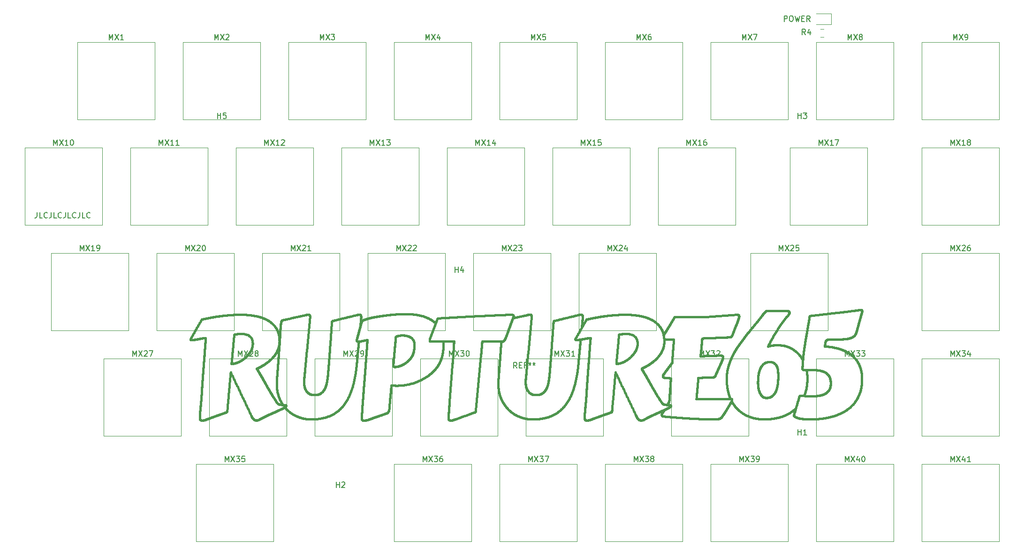
<source format=gto>
G04 #@! TF.GenerationSoftware,KiCad,Pcbnew,(5.1.5)-3*
G04 #@! TF.CreationDate,2020-09-19T13:04:25+02:00*
G04 #@! TF.ProjectId,split65right,73706c69-7436-4357-9269-6768742e6b69,rev?*
G04 #@! TF.SameCoordinates,Original*
G04 #@! TF.FileFunction,Legend,Top*
G04 #@! TF.FilePolarity,Positive*
%FSLAX46Y46*%
G04 Gerber Fmt 4.6, Leading zero omitted, Abs format (unit mm)*
G04 Created by KiCad (PCBNEW (5.1.5)-3) date 2020-09-19 13:04:25*
%MOMM*%
%LPD*%
G04 APERTURE LIST*
%ADD10C,0.150000*%
%ADD11C,0.400000*%
%ADD12C,0.120000*%
G04 APERTURE END LIST*
D10*
X207960952Y-67392380D02*
X207960952Y-68106666D01*
X207913333Y-68249523D01*
X207818095Y-68344761D01*
X207675238Y-68392380D01*
X207580000Y-68392380D01*
X208913333Y-68392380D02*
X208437142Y-68392380D01*
X208437142Y-67392380D01*
X209818095Y-68297142D02*
X209770476Y-68344761D01*
X209627619Y-68392380D01*
X209532380Y-68392380D01*
X209389523Y-68344761D01*
X209294285Y-68249523D01*
X209246666Y-68154285D01*
X209199047Y-67963809D01*
X209199047Y-67820952D01*
X209246666Y-67630476D01*
X209294285Y-67535238D01*
X209389523Y-67440000D01*
X209532380Y-67392380D01*
X209627619Y-67392380D01*
X209770476Y-67440000D01*
X209818095Y-67487619D01*
X210532380Y-67392380D02*
X210532380Y-68106666D01*
X210484761Y-68249523D01*
X210389523Y-68344761D01*
X210246666Y-68392380D01*
X210151428Y-68392380D01*
X211484761Y-68392380D02*
X211008571Y-68392380D01*
X211008571Y-67392380D01*
X212389523Y-68297142D02*
X212341904Y-68344761D01*
X212199047Y-68392380D01*
X212103809Y-68392380D01*
X211960952Y-68344761D01*
X211865714Y-68249523D01*
X211818095Y-68154285D01*
X211770476Y-67963809D01*
X211770476Y-67820952D01*
X211818095Y-67630476D01*
X211865714Y-67535238D01*
X211960952Y-67440000D01*
X212103809Y-67392380D01*
X212199047Y-67392380D01*
X212341904Y-67440000D01*
X212389523Y-67487619D01*
X213103809Y-67392380D02*
X213103809Y-68106666D01*
X213056190Y-68249523D01*
X212960952Y-68344761D01*
X212818095Y-68392380D01*
X212722857Y-68392380D01*
X214056190Y-68392380D02*
X213580000Y-68392380D01*
X213580000Y-67392380D01*
X214960952Y-68297142D02*
X214913333Y-68344761D01*
X214770476Y-68392380D01*
X214675238Y-68392380D01*
X214532380Y-68344761D01*
X214437142Y-68249523D01*
X214389523Y-68154285D01*
X214341904Y-67963809D01*
X214341904Y-67820952D01*
X214389523Y-67630476D01*
X214437142Y-67535238D01*
X214532380Y-67440000D01*
X214675238Y-67392380D01*
X214770476Y-67392380D01*
X214913333Y-67440000D01*
X214960952Y-67487619D01*
X215675238Y-67392380D02*
X215675238Y-68106666D01*
X215627619Y-68249523D01*
X215532380Y-68344761D01*
X215389523Y-68392380D01*
X215294285Y-68392380D01*
X216627619Y-68392380D02*
X216151428Y-68392380D01*
X216151428Y-67392380D01*
X217532380Y-68297142D02*
X217484761Y-68344761D01*
X217341904Y-68392380D01*
X217246666Y-68392380D01*
X217103809Y-68344761D01*
X217008571Y-68249523D01*
X216960952Y-68154285D01*
X216913333Y-67963809D01*
X216913333Y-67820952D01*
X216960952Y-67630476D01*
X217008571Y-67535238D01*
X217103809Y-67440000D01*
X217246666Y-67392380D01*
X217341904Y-67392380D01*
X217484761Y-67440000D01*
X217532380Y-67487619D01*
D11*
X237490000Y-102196000D02*
X237493267Y-102162217D01*
X237503143Y-102059627D02*
X237506460Y-102025016D01*
X237506460Y-102025016D02*
X237509790Y-101990199D01*
X237493267Y-102162217D02*
X237496546Y-102128227D01*
X237499838Y-102094030D02*
X237503143Y-102059627D01*
X237509790Y-101990199D02*
X237513132Y-101955174D01*
X237513132Y-101955174D02*
X237516486Y-101919943D01*
X237516486Y-101919943D02*
X237519852Y-101884505D01*
X237496546Y-102128227D02*
X237499838Y-102094030D01*
X237486746Y-102229576D02*
X237490000Y-102196000D01*
X237519852Y-101884505D02*
X237523231Y-101848860D01*
X237523231Y-101848860D02*
X237526621Y-101813008D01*
X237526621Y-101813008D02*
X237530023Y-101776949D01*
X237530023Y-101776949D02*
X237533437Y-101740683D01*
X237533437Y-101740683D02*
X237536863Y-101704210D01*
X237536863Y-101704210D02*
X237540300Y-101667530D01*
X237595149Y-101035342D02*
X237598486Y-100992146D01*
X237540300Y-101667530D02*
X237543749Y-101630644D01*
X237561115Y-101442657D02*
X237564573Y-101403942D01*
X237571452Y-101325168D02*
X237574874Y-101285109D01*
X237547209Y-101593550D02*
X237550680Y-101556250D01*
X237578283Y-101244601D02*
X237581681Y-101203646D01*
X237554163Y-101518743D02*
X237557645Y-101480924D01*
X237585066Y-101162242D02*
X237588439Y-101120390D01*
X237550680Y-101556250D02*
X237554163Y-101518743D01*
X237581681Y-101203646D02*
X237585066Y-101162242D01*
X237568019Y-101364779D02*
X237571452Y-101325168D01*
X237588439Y-101120390D02*
X237591800Y-101078090D01*
X237591800Y-101078090D02*
X237595149Y-101035342D01*
X237574874Y-101285109D02*
X237578283Y-101244601D01*
X237564573Y-101403942D02*
X237568019Y-101364779D01*
X237557645Y-101480924D02*
X237561115Y-101442657D01*
X237543749Y-101630644D02*
X237547209Y-101593550D01*
X237483506Y-102262945D02*
X237486746Y-102229576D01*
X237337606Y-104428503D02*
X237337879Y-104395210D01*
X237337879Y-104395210D02*
X237338212Y-104362100D01*
X237338212Y-104362100D02*
X237338606Y-104329174D01*
X237344873Y-104041069D02*
X237345873Y-104009968D01*
X237343057Y-104103816D02*
X237343935Y-104072352D01*
X237345873Y-104009968D02*
X237346932Y-103979049D01*
X237339060Y-104296432D02*
X237339575Y-104263872D01*
X237338606Y-104329174D02*
X237339060Y-104296432D01*
X237342239Y-104135462D02*
X237343057Y-104103816D01*
X237346932Y-103979049D02*
X237348053Y-103948311D01*
X237339575Y-104263872D02*
X237340150Y-104231496D01*
X237340150Y-104231496D02*
X237340786Y-104199302D01*
X237340786Y-104199302D02*
X237341482Y-104167291D01*
X237341482Y-104167291D02*
X237342239Y-104135462D01*
X237343935Y-104072352D02*
X237344873Y-104041069D01*
X237348053Y-103948311D02*
X237349234Y-103917754D01*
X237357591Y-103738206D02*
X237359196Y-103708911D01*
X237354563Y-103797334D02*
X237356046Y-103767680D01*
X237359196Y-103708911D02*
X237360861Y-103679796D01*
X237349234Y-103917754D02*
X237350475Y-103887378D01*
X237350475Y-103887378D02*
X237351777Y-103857183D01*
X237360861Y-103679796D02*
X237362587Y-103650861D01*
X237362587Y-103650861D02*
X237364373Y-103622105D01*
X237364373Y-103622105D02*
X237366220Y-103593528D01*
X237370069Y-103536794D02*
X237372048Y-103508374D01*
X237374065Y-103479869D02*
X237376121Y-103451280D01*
X237372048Y-103508374D02*
X237374065Y-103479869D01*
X237351777Y-103857183D02*
X237353140Y-103827168D01*
X237376121Y-103451280D02*
X237378214Y-103422605D01*
X237380345Y-103393846D02*
X237382514Y-103365002D01*
X237353140Y-103827168D02*
X237354563Y-103797334D01*
X237366220Y-103593528D02*
X237368128Y-103565129D01*
X237368128Y-103565129D02*
X237370069Y-103536794D01*
X237378214Y-103422605D02*
X237380345Y-103393846D01*
X237356046Y-103767680D02*
X237357591Y-103738206D01*
X237337249Y-104578085D02*
X237337122Y-104563518D01*
X237337243Y-104495642D02*
X237337395Y-104461980D01*
X237337395Y-104461980D02*
X237337606Y-104428503D01*
X237337152Y-104529488D02*
X237337243Y-104495642D01*
X237337122Y-104563518D02*
X237337152Y-104529488D01*
X237451577Y-104874544D02*
X237444074Y-104868389D01*
X237423091Y-104848176D02*
X237416605Y-104840856D01*
X237509091Y-104910932D02*
X237500574Y-104906277D01*
X237416605Y-104840856D02*
X237410373Y-104833245D01*
X237410373Y-104833245D02*
X237404396Y-104825343D01*
X237398673Y-104817150D02*
X237393205Y-104808666D01*
X237393205Y-104808666D02*
X237387991Y-104799892D01*
X237475528Y-104891305D02*
X237467347Y-104885979D01*
X237483792Y-104896463D02*
X237475528Y-104891305D01*
X237429831Y-104855205D02*
X237423091Y-104848176D01*
X237383031Y-104790827D02*
X237378326Y-104781472D01*
X237378326Y-104781472D02*
X237373875Y-104771827D01*
X237467347Y-104885979D02*
X237459335Y-104880407D01*
X237444074Y-104868389D02*
X237436825Y-104861942D01*
X237436825Y-104861942D02*
X237429831Y-104855205D01*
X237500574Y-104906277D02*
X237492141Y-104901454D01*
X237387991Y-104799892D02*
X237383031Y-104790827D01*
X237404396Y-104825343D02*
X237398673Y-104817150D01*
X237492141Y-104901454D02*
X237483792Y-104896463D01*
X237459335Y-104880407D02*
X237451577Y-104874544D01*
X237373875Y-104771827D02*
X237369678Y-104761891D01*
X237337631Y-104592364D02*
X237337249Y-104578085D01*
X237343353Y-104659422D02*
X237341700Y-104646588D01*
X237365736Y-104751665D02*
X237362048Y-104741149D01*
X237340301Y-104633466D02*
X237339157Y-104620054D01*
X237338267Y-104606353D02*
X237337631Y-104592364D01*
X237369678Y-104761891D02*
X237365736Y-104751665D01*
X237355435Y-104719247D02*
X237352510Y-104707861D01*
X237352510Y-104707861D02*
X237349839Y-104696185D01*
X237347423Y-104684220D02*
X237345261Y-104671966D01*
X237345261Y-104671966D02*
X237343353Y-104659422D01*
X237362048Y-104741149D02*
X237358614Y-104730343D01*
X237339157Y-104620054D02*
X237338267Y-104606353D01*
X237358614Y-104730343D02*
X237355435Y-104719247D01*
X237349839Y-104696185D02*
X237347423Y-104684220D01*
X237341700Y-104646588D02*
X237340301Y-104633466D01*
X237561965Y-104935330D02*
X237552941Y-104931685D01*
X237526378Y-104919738D02*
X237517692Y-104915419D01*
X237517692Y-104915419D02*
X237509091Y-104910932D01*
X237544002Y-104927871D02*
X237535148Y-104923888D01*
X237598910Y-104948225D02*
X237589546Y-104945255D01*
X237589546Y-104945255D02*
X237580268Y-104942115D01*
X237580268Y-104942115D02*
X237571074Y-104938807D01*
X237571074Y-104938807D02*
X237561965Y-104935330D01*
X237552941Y-104931685D02*
X237544002Y-104927871D01*
X237535148Y-104923888D02*
X237526378Y-104919738D01*
X237384721Y-103336073D02*
X237386965Y-103307060D01*
X237398747Y-103160721D02*
X237401215Y-103131199D01*
X237391566Y-103248779D02*
X237393923Y-103219511D01*
X237403720Y-103101592D02*
X237406262Y-103071900D01*
X237406262Y-103071900D02*
X237408840Y-103042123D01*
X237396316Y-103190158D02*
X237398747Y-103160721D01*
X237393923Y-103219511D02*
X237396316Y-103190158D01*
X237408840Y-103042123D02*
X237411455Y-103012262D01*
X237414107Y-102982316D02*
X237416795Y-102952285D01*
X237401215Y-103131199D02*
X237403720Y-103101592D01*
X237411455Y-103012262D02*
X237414107Y-102982316D01*
X237416795Y-102952285D02*
X237419519Y-102922169D01*
X237419519Y-102922169D02*
X237422280Y-102891969D01*
X237386965Y-103307060D02*
X237389247Y-103277962D01*
X237389247Y-103277962D02*
X237391566Y-103248779D01*
X237425077Y-102861684D02*
X237427910Y-102831314D01*
X237427910Y-102831314D02*
X237430779Y-102800859D01*
X237422280Y-102891969D02*
X237425077Y-102861684D01*
X237461193Y-102490736D02*
X237464340Y-102458815D01*
X237442613Y-102678192D02*
X237445660Y-102647313D01*
X237430779Y-102800859D02*
X237433684Y-102770320D01*
X237451835Y-102585257D02*
X237454940Y-102553957D01*
X237454940Y-102553957D02*
X237458060Y-102522450D01*
X237458060Y-102522450D02*
X237461193Y-102490736D01*
X237464340Y-102458815D02*
X237467501Y-102426687D01*
X237467501Y-102426687D02*
X237470675Y-102394353D01*
X237470675Y-102394353D02*
X237473863Y-102361811D01*
X237473863Y-102361811D02*
X237477064Y-102329063D01*
X237433684Y-102770320D02*
X237436624Y-102739695D01*
X237436624Y-102739695D02*
X237439601Y-102708986D01*
X237439601Y-102708986D02*
X237442613Y-102678192D01*
X237445660Y-102647313D02*
X237448743Y-102616350D01*
X237477064Y-102329063D02*
X237480278Y-102296107D01*
X237448743Y-102616350D02*
X237451835Y-102585257D01*
X237480278Y-102296107D02*
X237483506Y-102262945D01*
X237382514Y-103365002D02*
X237384721Y-103336073D01*
X237724695Y-99015149D02*
X237728971Y-98949533D01*
X237728971Y-98949533D02*
X237733270Y-98884074D01*
X237737594Y-98818772D02*
X237741942Y-98753625D01*
X237741942Y-98753625D02*
X237746315Y-98688636D01*
X237746315Y-98688636D02*
X237750711Y-98623803D01*
X237733270Y-98884074D02*
X237737594Y-98818772D01*
X237750711Y-98623803D02*
X237755132Y-98559126D01*
X237768539Y-98366034D02*
X237773057Y-98301983D01*
X237773057Y-98301983D02*
X237777599Y-98238088D01*
X237764046Y-98430242D02*
X237768539Y-98366034D01*
X237755132Y-98559126D02*
X237759577Y-98494605D01*
X237777599Y-98238088D02*
X237782165Y-98174350D01*
X237759577Y-98494605D02*
X237764046Y-98430242D01*
X237691364Y-99545704D02*
X237695446Y-99478837D01*
X237703682Y-99345572D02*
X237707836Y-99279175D01*
X237712014Y-99212934D02*
X237716217Y-99146849D01*
X237720444Y-99080920D02*
X237724695Y-99015149D01*
X237687307Y-99612728D02*
X237691364Y-99545704D01*
X237695446Y-99478837D02*
X237699551Y-99412127D01*
X237699551Y-99412127D02*
X237703682Y-99345572D01*
X237707836Y-99279175D02*
X237712014Y-99212934D01*
X237716217Y-99146849D02*
X237720444Y-99080920D01*
X237611712Y-100814879D02*
X237614988Y-100769442D01*
X237627972Y-100583213D02*
X237631187Y-100535536D01*
X237624744Y-100630443D02*
X237627972Y-100583213D01*
X237643929Y-100340344D02*
X237647084Y-100290426D01*
X237647084Y-100290426D02*
X237650227Y-100240060D01*
X237608423Y-100859868D02*
X237611712Y-100814879D01*
X237631187Y-100535536D02*
X237634391Y-100487410D01*
X237634391Y-100487410D02*
X237637582Y-100438836D01*
X237650227Y-100240060D02*
X237653358Y-100189245D01*
X237637582Y-100438836D02*
X237640761Y-100389814D01*
X237653358Y-100189245D02*
X237656476Y-100137983D01*
X237640761Y-100389814D02*
X237643929Y-100340344D01*
X237621504Y-100677224D02*
X237624744Y-100630443D01*
X237605123Y-100904409D02*
X237608423Y-100859868D01*
X237614988Y-100769442D02*
X237618252Y-100723557D01*
X237618252Y-100723557D02*
X237621504Y-100677224D01*
X237656476Y-100137983D02*
X237659583Y-100086272D01*
X237659583Y-100086272D02*
X237663471Y-100018153D01*
X237663471Y-100018153D02*
X237667383Y-99950191D01*
X237671319Y-99882386D02*
X237675280Y-99814736D01*
X237667383Y-99950191D02*
X237671319Y-99882386D01*
X237675280Y-99814736D02*
X237679264Y-99747244D01*
X237679264Y-99747244D02*
X237683273Y-99679907D01*
X237683273Y-99679907D02*
X237687307Y-99612728D01*
X237598486Y-100992146D02*
X237601810Y-100948501D01*
X237601810Y-100948501D02*
X237605123Y-100904409D01*
X242049766Y-103520307D02*
X242042464Y-103523263D01*
X242129459Y-103480111D02*
X242122271Y-103484538D01*
X242062078Y-103515154D02*
X242056304Y-103517604D01*
X242042464Y-103523263D02*
X242034400Y-103526471D01*
X242099471Y-103497310D02*
X242091459Y-103501398D01*
X242025571Y-103529933D02*
X242015980Y-103533647D01*
X241982626Y-103546311D02*
X241969983Y-103551039D01*
X242136441Y-103475600D02*
X242129459Y-103480111D01*
X242083241Y-103505401D02*
X242074817Y-103509319D01*
X242074817Y-103509319D02*
X242071335Y-103511011D01*
X242015980Y-103533647D02*
X242005625Y-103537615D01*
X241942407Y-103561255D02*
X241927475Y-103566744D01*
X241911780Y-103572487D02*
X241895324Y-103578484D01*
X241878104Y-103584734D02*
X241860123Y-103591239D01*
X241841379Y-103597998D02*
X241821874Y-103605011D01*
X242034400Y-103526471D02*
X242025571Y-103529933D01*
X241956576Y-103556020D02*
X241942407Y-103561255D01*
X241969983Y-103551039D02*
X241956576Y-103556020D01*
X242071335Y-103511011D02*
X242067088Y-103512956D01*
X242162312Y-103456706D02*
X242156153Y-103461556D01*
X242067088Y-103512956D02*
X242062078Y-103515154D01*
X242107277Y-103493138D02*
X242099471Y-103497310D01*
X242114877Y-103488880D02*
X242107277Y-103493138D01*
X241994507Y-103541836D02*
X241982626Y-103546311D01*
X242143218Y-103471003D02*
X242136441Y-103475600D01*
X242122271Y-103484538D02*
X242114877Y-103488880D01*
X241895324Y-103578484D02*
X241878104Y-103584734D01*
X242156153Y-103461556D02*
X242149789Y-103466322D01*
X241860123Y-103591239D02*
X241841379Y-103597998D01*
X241821874Y-103605011D02*
X241801606Y-103612279D01*
X241801606Y-103612279D02*
X241780577Y-103619801D01*
X242005625Y-103537615D02*
X241994507Y-103541836D01*
X242149789Y-103466322D02*
X242143218Y-103471003D01*
X241780577Y-103619801D02*
X241758785Y-103627578D01*
X241927475Y-103566744D02*
X241911780Y-103572487D01*
X242056304Y-103517604D02*
X242049766Y-103520307D01*
X242091459Y-103501398D02*
X242083241Y-103505401D01*
X241758785Y-103627578D02*
X241736232Y-103635610D01*
X241712918Y-103643896D02*
X241688842Y-103652437D01*
X241266109Y-103801674D02*
X241235527Y-103812477D01*
X241078621Y-103867933D02*
X241046440Y-103879313D01*
X241664004Y-103661233D02*
X241638406Y-103670285D01*
X241235527Y-103812477D02*
X241204679Y-103823376D01*
X240101403Y-104215090D02*
X240065686Y-104227880D01*
X240065686Y-104227880D02*
X240029993Y-104240669D01*
X241688842Y-103652437D02*
X241664004Y-103661233D01*
X241326474Y-103780356D02*
X241296425Y-103790967D01*
X241110535Y-103856649D02*
X241078621Y-103867933D01*
X240981279Y-103902363D02*
X240948299Y-103914034D01*
X240915053Y-103925801D02*
X240881540Y-103937665D01*
X241142183Y-103845462D02*
X241110535Y-103856649D01*
X241557274Y-103698906D02*
X241529356Y-103708754D01*
X240531900Y-104061611D02*
X240495892Y-104074401D01*
X240459909Y-104087190D02*
X240423949Y-104099980D01*
X241385773Y-103759421D02*
X241356257Y-103769841D01*
X241296425Y-103790967D02*
X241266109Y-103801674D01*
X240603844Y-104036080D02*
X240567933Y-104048821D01*
X241612046Y-103679591D02*
X241584925Y-103689153D01*
X241444006Y-103738868D02*
X241415022Y-103749097D01*
X240316216Y-104138350D02*
X240280353Y-104151140D01*
X240172911Y-104189510D02*
X240137145Y-104202300D01*
X240029993Y-104240669D02*
X239994324Y-104253459D01*
X240948299Y-103914034D02*
X240915053Y-103925801D01*
X240881540Y-103937665D02*
X240847760Y-103949626D01*
X241173564Y-103834370D02*
X241142183Y-103845462D01*
X239994324Y-104253459D02*
X239958680Y-104266249D01*
X240813715Y-103961684D02*
X240779402Y-103973840D01*
X241415022Y-103749097D02*
X241385773Y-103759421D01*
X241501173Y-103718697D02*
X241472722Y-103728735D01*
X240709978Y-103998443D02*
X240674866Y-104010891D01*
X241013993Y-103890790D02*
X240981279Y-103902363D01*
X241736232Y-103635610D02*
X241712918Y-103643896D01*
X240847760Y-103949626D02*
X240813715Y-103961684D01*
X240744823Y-103986093D02*
X240709978Y-103998443D01*
X241584925Y-103689153D02*
X241557274Y-103698906D01*
X241638406Y-103670285D02*
X241612046Y-103679591D01*
X240674866Y-104010891D02*
X240639488Y-104023437D01*
X240779402Y-103973840D02*
X240744823Y-103986093D01*
X240423949Y-104099980D02*
X240388014Y-104112770D01*
X240352103Y-104125560D02*
X240316216Y-104138350D01*
X240495892Y-104074401D02*
X240459909Y-104087190D01*
X241204679Y-103823376D02*
X241173564Y-103834370D01*
X240280353Y-104151140D02*
X240244515Y-104163930D01*
X241529356Y-103708754D02*
X241501173Y-103718697D01*
X240208701Y-104176720D02*
X240172911Y-104189510D01*
X240639488Y-104023437D02*
X240603844Y-104036080D01*
X240567933Y-104048821D02*
X240531900Y-104061611D01*
X240388014Y-104112770D02*
X240352103Y-104125560D01*
X240137145Y-104202300D02*
X240101403Y-104215090D01*
X241046440Y-103879313D02*
X241013993Y-103890790D01*
X241356257Y-103769841D02*
X241326474Y-103780356D01*
X240244515Y-104163930D02*
X240208701Y-104176720D01*
X241472722Y-103728735D02*
X241444006Y-103738868D01*
X238564954Y-104774358D02*
X238555585Y-104778240D01*
X239192723Y-104543176D02*
X239161357Y-104554604D01*
X238664471Y-104737205D02*
X238643527Y-104744999D01*
X239887463Y-104291829D02*
X239851891Y-104304619D01*
X238454534Y-104817724D02*
X238443695Y-104821739D01*
X239745320Y-104342989D02*
X239709845Y-104355779D01*
X239603566Y-104394148D02*
X239568187Y-104406938D01*
X238707919Y-104721073D02*
X238685935Y-104729230D01*
X238443695Y-104821739D02*
X238432723Y-104825766D01*
X238410379Y-104833856D02*
X238399008Y-104837920D01*
X238399008Y-104837920D02*
X238387504Y-104841995D01*
X239816343Y-104317409D02*
X239780820Y-104330199D01*
X238730424Y-104712734D02*
X238707919Y-104721073D01*
X239674395Y-104368569D02*
X239638968Y-104381359D01*
X239923059Y-104279039D02*
X239887463Y-104291829D01*
X239323413Y-104495650D02*
X239289957Y-104507804D01*
X239257024Y-104519777D02*
X239224612Y-104531567D01*
X239958680Y-104266249D02*
X239923059Y-104279039D01*
X239780820Y-104330199D02*
X239745320Y-104342989D01*
X239497504Y-104432518D02*
X239462198Y-104445308D01*
X239391893Y-104470797D02*
X239357392Y-104483315D01*
X239161357Y-104554604D02*
X239130512Y-104565849D01*
X238984116Y-104619353D02*
X238956401Y-104629508D01*
X238876386Y-104658885D02*
X238850757Y-104668314D01*
X239012352Y-104609015D02*
X238984116Y-104619353D01*
X239070388Y-104587796D02*
X239041109Y-104598496D01*
X238623104Y-104752611D02*
X238603201Y-104760042D01*
X238583817Y-104767291D02*
X238564954Y-104774358D01*
X238956401Y-104629508D02*
X238929208Y-104639482D01*
X238546082Y-104782133D02*
X238536445Y-104786039D01*
X238486252Y-104805751D02*
X238475813Y-104809730D01*
X238465240Y-104813721D02*
X238454534Y-104817724D01*
X239130512Y-104565849D02*
X239100189Y-104576913D01*
X238432723Y-104825766D02*
X238421617Y-104829805D01*
X238753449Y-104704213D02*
X238730424Y-104712734D01*
X239638968Y-104381359D02*
X239603566Y-104394148D01*
X239289957Y-104507804D02*
X239257024Y-104519777D01*
X239224612Y-104531567D02*
X239192723Y-104543176D01*
X238902537Y-104649275D02*
X238876386Y-104658885D01*
X238825649Y-104677561D02*
X238801061Y-104686627D01*
X238526674Y-104789958D02*
X238516769Y-104793888D01*
X238475813Y-104809730D02*
X238465240Y-104813721D01*
X238421617Y-104829805D02*
X238410379Y-104833856D01*
X239462198Y-104445308D02*
X239426917Y-104458098D01*
X238850757Y-104668314D02*
X238825649Y-104677561D01*
X238555585Y-104778240D02*
X238546082Y-104782133D01*
X238801061Y-104686627D02*
X238776995Y-104695511D01*
X238516769Y-104793888D02*
X238506731Y-104797830D01*
X239532833Y-104419728D02*
X239497504Y-104432518D01*
X238929208Y-104639482D02*
X238902537Y-104649275D01*
X239357392Y-104483315D02*
X239323413Y-104495650D01*
X239568187Y-104406938D02*
X239532833Y-104419728D01*
X239426917Y-104458098D02*
X239391893Y-104470797D01*
X239709845Y-104355779D02*
X239674395Y-104368569D01*
X239100189Y-104576913D02*
X239070388Y-104587796D01*
X239041109Y-104598496D02*
X239012352Y-104609015D01*
X238776995Y-104695511D02*
X238753449Y-104704213D01*
X238536445Y-104786039D02*
X238526674Y-104789958D01*
X238506731Y-104797830D02*
X238496558Y-104801785D01*
X238685935Y-104729230D02*
X238664471Y-104737205D01*
X238496558Y-104801785D02*
X238486252Y-104805751D01*
X239851891Y-104304619D02*
X239816343Y-104317409D01*
X238643527Y-104744999D02*
X238623104Y-104752611D01*
X238603201Y-104760042D02*
X238583817Y-104767291D01*
X237943535Y-104961487D02*
X237930206Y-104963157D01*
X237863743Y-104969512D02*
X237850487Y-104970382D01*
X237810791Y-104972192D02*
X237797583Y-104972527D01*
X237771204Y-104972795D02*
X237760379Y-104972710D01*
X237707554Y-104969728D02*
X237697248Y-104968622D01*
X237760379Y-104972710D02*
X237749641Y-104972454D01*
X237697248Y-104968622D02*
X237687028Y-104967345D01*
X238239141Y-104891847D02*
X238225920Y-104896080D01*
X237717946Y-104970665D02*
X237707554Y-104969728D01*
X238303269Y-104870864D02*
X238290707Y-104875036D01*
X238090952Y-104934353D02*
X238077490Y-104937481D01*
X237797583Y-104972527D02*
X237784388Y-104972728D01*
X237676894Y-104965899D02*
X237666846Y-104964282D01*
X238077490Y-104937481D02*
X238064040Y-104940478D01*
X237903585Y-104966099D02*
X237890292Y-104967370D01*
X238265187Y-104883417D02*
X238252230Y-104887626D01*
X238375868Y-104846083D02*
X238364099Y-104850183D01*
X238252230Y-104887626D02*
X238239141Y-104891847D01*
X237824011Y-104971722D02*
X237810791Y-104972192D01*
X238010361Y-104951141D02*
X237996972Y-104953475D01*
X237784388Y-104972728D02*
X237771204Y-104972795D01*
X238278013Y-104879221D02*
X238265187Y-104883417D01*
X237850487Y-104970382D02*
X237837243Y-104971119D01*
X237983594Y-104955677D02*
X237970229Y-104957747D01*
X238387504Y-104841995D02*
X238375868Y-104846083D01*
X238225920Y-104896080D02*
X238212568Y-104900325D01*
X237728425Y-104971432D02*
X237717946Y-104970665D01*
X238104426Y-104931092D02*
X238090952Y-104934353D01*
X237916889Y-104964695D02*
X237903585Y-104966099D01*
X237738990Y-104972028D02*
X237728425Y-104971432D01*
X237666846Y-104964282D02*
X237656884Y-104962497D01*
X238050602Y-104943342D02*
X238037176Y-104946074D01*
X237837243Y-104971119D02*
X237824011Y-104971722D01*
X237877012Y-104968508D02*
X237863743Y-104969512D01*
X238144922Y-104920520D02*
X238131411Y-104924176D01*
X238185526Y-104908764D02*
X238171979Y-104912814D01*
X237687028Y-104967345D02*
X237676894Y-104965899D01*
X237656884Y-104962497D02*
X237647008Y-104960541D01*
X237647008Y-104960541D02*
X237637217Y-104958417D01*
X238199085Y-104904582D02*
X238185526Y-104908764D01*
X238064040Y-104940478D02*
X238050602Y-104943342D01*
X238158444Y-104916733D02*
X238144922Y-104920520D01*
X238212568Y-104900325D02*
X238199085Y-104904582D01*
X237956876Y-104959683D02*
X237943535Y-104961487D01*
X238340164Y-104858419D02*
X238327998Y-104862555D01*
X238327998Y-104862555D02*
X238315700Y-104866703D01*
X237996972Y-104953475D02*
X237983594Y-104955677D01*
X238364099Y-104850183D02*
X238352198Y-104854295D01*
X238171979Y-104912814D02*
X238158444Y-104916733D01*
X237930206Y-104963157D02*
X237916889Y-104964695D01*
X237890292Y-104967370D02*
X237877012Y-104968508D01*
X238352198Y-104854295D02*
X238340164Y-104858419D01*
X237749641Y-104972454D02*
X237738990Y-104972028D01*
X237637217Y-104958417D02*
X237627512Y-104956122D01*
X237627512Y-104956122D02*
X237617893Y-104953659D01*
X237617893Y-104953659D02*
X237608359Y-104951027D01*
X237608359Y-104951027D02*
X237598910Y-104948225D01*
X238315700Y-104866703D02*
X238303269Y-104870864D01*
X238131411Y-104924176D02*
X238117913Y-104927700D01*
X238117913Y-104927700D02*
X238104426Y-104931092D01*
X237970229Y-104957747D02*
X237956876Y-104959683D01*
X238023763Y-104948674D02*
X238010361Y-104951141D01*
X238290707Y-104875036D02*
X238278013Y-104879221D01*
X238037176Y-104946074D02*
X238023763Y-104948674D01*
X242285657Y-103124846D02*
X242284863Y-103131817D01*
X242246024Y-103328714D02*
X242244154Y-103335307D01*
X242280338Y-103166501D02*
X242279322Y-103173403D01*
X242253158Y-103302201D02*
X242251427Y-103308849D01*
X242240208Y-103348433D02*
X242237961Y-103354895D01*
X242259735Y-103275470D02*
X242258143Y-103282173D01*
X242229986Y-103373771D02*
X242226916Y-103379893D01*
X242216469Y-103397752D02*
X242212575Y-103403535D01*
X242276054Y-103194038D02*
X242274892Y-103200893D01*
X242277180Y-103187172D02*
X242276054Y-103194038D01*
X242268539Y-103234981D02*
X242267161Y-103241762D01*
X242256517Y-103288862D02*
X242254855Y-103295538D01*
X242249660Y-103315485D02*
X242247859Y-103322106D01*
X242232850Y-103367564D02*
X242229986Y-103373771D01*
X242208476Y-103409234D02*
X242204170Y-103414848D01*
X242226916Y-103379893D02*
X242223639Y-103385931D01*
X242284032Y-103138776D02*
X242283164Y-103145725D01*
X242212575Y-103403535D02*
X242208476Y-103409234D01*
X242204170Y-103414848D02*
X242199658Y-103420377D01*
X242194941Y-103425821D02*
X242190017Y-103431180D01*
X242251427Y-103308849D02*
X242249660Y-103315485D01*
X242220157Y-103391884D02*
X242216469Y-103397752D01*
X242269882Y-103228189D02*
X242268539Y-103234981D01*
X242199658Y-103420377D02*
X242194941Y-103425821D01*
X242274892Y-103200893D02*
X242273694Y-103207735D01*
X242271189Y-103221383D02*
X242269882Y-103228189D01*
X242184888Y-103436455D02*
X242179553Y-103441645D01*
X242244154Y-103335307D02*
X242242249Y-103341887D01*
X242242249Y-103341887D02*
X242240208Y-103348433D01*
X242282259Y-103152662D02*
X242281317Y-103159587D01*
X242223639Y-103385931D02*
X242220157Y-103391884D01*
X242174012Y-103446750D02*
X242168265Y-103451770D01*
X242237961Y-103354895D02*
X242235509Y-103361272D01*
X242283164Y-103145725D02*
X242282259Y-103152662D01*
X242281317Y-103159587D02*
X242280338Y-103166501D01*
X242258143Y-103282173D02*
X242256517Y-103288862D01*
X242254855Y-103295538D02*
X242253158Y-103302201D01*
X242284863Y-103131817D02*
X242284032Y-103138776D01*
X242279322Y-103173403D02*
X242278269Y-103180293D01*
X242247859Y-103322106D02*
X242246024Y-103328714D01*
X242235509Y-103361272D02*
X242232850Y-103367564D01*
X242190017Y-103431180D02*
X242184888Y-103436455D01*
X242262812Y-103262026D02*
X242261291Y-103268755D01*
X242179553Y-103441645D02*
X242174012Y-103446750D01*
X242168265Y-103451770D02*
X242162312Y-103456706D01*
X242264297Y-103255284D02*
X242262812Y-103262026D01*
X242261291Y-103268755D02*
X242259735Y-103275470D01*
X242267161Y-103241762D02*
X242265747Y-103248529D01*
X242278269Y-103180293D02*
X242277180Y-103187172D01*
X242272459Y-103214565D02*
X242271189Y-103221383D01*
X242265747Y-103248529D02*
X242264297Y-103255284D01*
X242273694Y-103207735D02*
X242272459Y-103214565D01*
X336876567Y-104428570D02*
X336790665Y-104401274D01*
X336455657Y-104280961D02*
X336374054Y-104248102D01*
X334603862Y-103144333D02*
X334543764Y-103089601D01*
X334426039Y-102977704D02*
X334368411Y-102920539D01*
X336705623Y-104372865D02*
X336621441Y-104343343D01*
X334311608Y-102862563D02*
X334255627Y-102803776D01*
X334146138Y-102683770D02*
X334092629Y-102622551D01*
X337974465Y-104669280D02*
X337878244Y-104655346D01*
X336621441Y-104343343D02*
X336538119Y-104312709D01*
X338569851Y-104729481D02*
X338468470Y-104722234D01*
X338775192Y-104740632D02*
X338672091Y-104735614D01*
X338071546Y-104682100D02*
X337974465Y-104669280D01*
X337594741Y-104606862D02*
X337501959Y-104588472D01*
X337688382Y-104624137D02*
X337594741Y-104606862D01*
X338672091Y-104735614D02*
X338569851Y-104729481D01*
X338268288Y-104704396D02*
X338169487Y-104693805D01*
X336963329Y-104454753D02*
X336876567Y-104428570D01*
X335902208Y-104029976D02*
X335826462Y-103990676D01*
X335677440Y-103909636D02*
X335604164Y-103867897D01*
X335531712Y-103825345D02*
X335460084Y-103781980D01*
X335389279Y-103737803D02*
X335319298Y-103692813D01*
X338367949Y-104713872D02*
X338268288Y-104704396D01*
X334981746Y-103455682D02*
X334916706Y-103405820D01*
X334726529Y-103251362D02*
X334664784Y-103198253D01*
X334484489Y-103034058D02*
X334426039Y-102977704D01*
X334368411Y-102920539D02*
X334311608Y-102862563D01*
X335460084Y-103781980D02*
X335389279Y-103737803D01*
X336134389Y-104142998D02*
X336056172Y-104106137D01*
X335978778Y-104068463D02*
X335902208Y-104029976D01*
X335826462Y-103990676D02*
X335751539Y-103950562D01*
X335250140Y-103647012D02*
X335181806Y-103600397D01*
X334255627Y-102803776D02*
X334200471Y-102744178D01*
X334092629Y-102622551D02*
X334039955Y-102560600D01*
X335604164Y-103867897D02*
X335531712Y-103825345D01*
X334916706Y-103405820D02*
X334852490Y-103355146D01*
X334039955Y-102560600D02*
X333988129Y-102497995D01*
X337139433Y-104503779D02*
X337050951Y-104479823D01*
X337410038Y-104568969D02*
X337318976Y-104548353D01*
X335181806Y-103600397D02*
X335114296Y-103552971D01*
X334789098Y-103303660D02*
X334726529Y-103251362D01*
X335114296Y-103552971D02*
X335047609Y-103504732D01*
X334543764Y-103089601D02*
X334484489Y-103034058D01*
X337050951Y-104479823D02*
X336963329Y-104454753D01*
X334200471Y-102744178D02*
X334146138Y-102683770D01*
X333988129Y-102497995D02*
X333937151Y-102434736D01*
X337501959Y-104588472D02*
X337410038Y-104568969D01*
X336293312Y-104214130D02*
X336213430Y-104179045D01*
X336538119Y-104312709D02*
X336455657Y-104280961D01*
X334664784Y-103198253D02*
X334603862Y-103144333D01*
X338169487Y-104693805D02*
X338071546Y-104682100D01*
X337228775Y-104526623D02*
X337139433Y-104503779D01*
X336790665Y-104401274D02*
X336705623Y-104372865D01*
X336213430Y-104179045D02*
X336134389Y-104142998D01*
X336374054Y-104248102D02*
X336293312Y-104214130D01*
X338879152Y-104744535D02*
X338775192Y-104740632D01*
X337782883Y-104640299D02*
X337688382Y-104624137D01*
X337318976Y-104548353D02*
X337228775Y-104526623D01*
X336056172Y-104106137D02*
X335978778Y-104068463D01*
X335751539Y-103950562D02*
X335677440Y-103909636D01*
X335319298Y-103692813D02*
X335250140Y-103647012D01*
X335047609Y-103504732D02*
X334981746Y-103455682D01*
X334852490Y-103355146D02*
X334789098Y-103303660D01*
X338468470Y-104722234D02*
X338367949Y-104713872D01*
X337878244Y-104655346D02*
X337782883Y-104640299D01*
X332415763Y-97784166D02*
X332413734Y-97691965D01*
X332665699Y-99729832D02*
X332645818Y-99644826D01*
X332412402Y-97433833D02*
X332413274Y-97361275D01*
X332591043Y-99387847D02*
X332574407Y-99301533D01*
X332968024Y-100720305D02*
X332938242Y-100640695D01*
X332574407Y-99301533D02*
X332558584Y-99214892D01*
X332413274Y-97361275D02*
X332414727Y-97288909D01*
X333474001Y-101766172D02*
X333432349Y-101695718D01*
X333030133Y-100877563D02*
X332998655Y-100799261D01*
X332909307Y-100560431D02*
X332881220Y-100479513D01*
X332529370Y-99040630D02*
X332515981Y-98953008D01*
X332452685Y-98420409D02*
X332444976Y-98330498D01*
X332422255Y-97967585D02*
X332418603Y-97876039D01*
X333604044Y-101973608D02*
X333559849Y-101905117D01*
X333391545Y-101624611D02*
X333351589Y-101552849D01*
X333887021Y-102370822D02*
X333837739Y-102306255D01*
X333516501Y-101835971D02*
X333474001Y-101766172D01*
X332827590Y-100315715D02*
X332802028Y-100232999D01*
X332645818Y-99644826D02*
X332626748Y-99559493D01*
X332503403Y-98865059D02*
X332491636Y-98776783D01*
X332438079Y-98240261D02*
X332431992Y-98149696D01*
X332431992Y-98149696D02*
X332426718Y-98058804D01*
X332418603Y-97876039D02*
X332415763Y-97784166D01*
X332412517Y-97599438D02*
X332412111Y-97506584D01*
X332412111Y-97506584D02*
X332412402Y-97433833D01*
X333559849Y-101905117D02*
X333516501Y-101835971D01*
X332938242Y-100640695D02*
X332909307Y-100560431D01*
X332626748Y-99559493D02*
X332608490Y-99473833D01*
X333095633Y-101032205D02*
X333062459Y-100955211D01*
X333789304Y-102241034D02*
X333741717Y-102175158D01*
X332444976Y-98330498D02*
X332438079Y-98240261D01*
X333837739Y-102306255D02*
X333789304Y-102241034D01*
X332853981Y-100397941D02*
X332827590Y-100315715D01*
X333937151Y-102434736D02*
X333887021Y-102370822D01*
X332998655Y-100799261D02*
X332968024Y-100720305D01*
X332777278Y-100149955D02*
X332753339Y-100066584D01*
X333741717Y-102175158D02*
X333694979Y-102108629D01*
X332707896Y-99898862D02*
X332686392Y-99814510D01*
X332802028Y-100232999D02*
X332777278Y-100149955D01*
X332686392Y-99814510D02*
X332665699Y-99729832D01*
X332753339Y-100066584D02*
X332730212Y-99982887D01*
X332608490Y-99473833D02*
X332591043Y-99387847D01*
X332558584Y-99214892D02*
X332543571Y-99127924D01*
X332881220Y-100479513D02*
X332853981Y-100397941D01*
X333351589Y-101552849D02*
X333312480Y-101480433D01*
X333432349Y-101695718D02*
X333391545Y-101624611D01*
X332730212Y-99982887D02*
X332707896Y-99898862D01*
X332543571Y-99127924D02*
X332529370Y-99040630D01*
X332515981Y-98953008D02*
X332503403Y-98865059D01*
X332491636Y-98776783D02*
X332480681Y-98688180D01*
X332480681Y-98688180D02*
X332470538Y-98599250D01*
X332470538Y-98599250D02*
X332461206Y-98509993D01*
X332461206Y-98509993D02*
X332452685Y-98420409D01*
X333649087Y-102041446D02*
X333604044Y-101973608D01*
X333694979Y-102108629D02*
X333649087Y-102041446D01*
X333062459Y-100955211D02*
X333030133Y-100877563D01*
X332426718Y-98058804D02*
X332422255Y-97967585D01*
X332413734Y-97691965D02*
X332412517Y-97599438D01*
X333417337Y-93402102D02*
X333447731Y-93339716D01*
X332422576Y-97072969D02*
X332426354Y-97001374D01*
X333083782Y-94161968D02*
X333109380Y-94097852D01*
X332469084Y-96505610D02*
X332477514Y-96435557D01*
X332517047Y-96157276D02*
X332528383Y-96088187D01*
X332430715Y-96929972D02*
X332435656Y-96858763D01*
X332656573Y-95475066D02*
X332673723Y-95407906D01*
X333243365Y-93779440D02*
X333271361Y-93716191D01*
X333328552Y-93590124D02*
X333357747Y-93527306D01*
X332414727Y-97288909D02*
X332416762Y-97216736D01*
X333509719Y-93215373D02*
X333541269Y-93153417D01*
X332441179Y-96787747D02*
X332447283Y-96716924D01*
X332893386Y-94680115D02*
X332915787Y-94614838D01*
X332961787Y-94484721D02*
X332985386Y-94419881D01*
X333188572Y-93906372D02*
X333215768Y-93842834D01*
X333357747Y-93527306D02*
X333387342Y-93464632D01*
X332640004Y-95542420D02*
X332656573Y-95475066D01*
X332453969Y-96646293D02*
X332461236Y-96575855D01*
X332426354Y-97001374D02*
X332430715Y-96929972D01*
X332985386Y-94419881D02*
X333009386Y-94355185D01*
X332528383Y-96088187D02*
X332540301Y-96019292D01*
X333058583Y-94226229D02*
X333083782Y-94161968D01*
X333387342Y-93464632D02*
X333417337Y-93402102D01*
X332871385Y-94745537D02*
X332893386Y-94680115D01*
X332486525Y-96365698D02*
X332496118Y-96296031D01*
X332767377Y-95074833D02*
X332787379Y-95008682D01*
X332447283Y-96716924D02*
X332453969Y-96646293D01*
X332540301Y-96019292D02*
X332552800Y-95950589D01*
X332419378Y-97144756D02*
X332422576Y-97072969D01*
X332807781Y-94942677D02*
X332828583Y-94876818D01*
X332915787Y-94614838D02*
X332938587Y-94549707D01*
X332938587Y-94549707D02*
X332961787Y-94484721D01*
X332552800Y-95950589D02*
X332565881Y-95882079D01*
X332849784Y-94811104D02*
X332871385Y-94745537D01*
X333271361Y-93716191D02*
X333299757Y-93653085D01*
X333215768Y-93842834D02*
X333243365Y-93779440D01*
X333478525Y-93277473D02*
X333509719Y-93215373D01*
X333541269Y-93153417D02*
X333573135Y-93091570D01*
X333573135Y-93091570D02*
X333605316Y-93029833D01*
X332787379Y-95008682D02*
X332807781Y-94942677D01*
X332579543Y-95813761D02*
X332593786Y-95745637D01*
X332747774Y-95141130D02*
X332767377Y-95074833D01*
X332565881Y-95882079D02*
X332579543Y-95813761D01*
X332506291Y-96226557D02*
X332517047Y-96157276D01*
X332691455Y-95340938D02*
X332709767Y-95274162D01*
X332477514Y-96435557D02*
X332486525Y-96365698D01*
X332673723Y-95407906D02*
X332691455Y-95340938D01*
X332624017Y-95609966D02*
X332640004Y-95542420D01*
X332496118Y-96296031D02*
X332506291Y-96226557D01*
X332728571Y-95207573D02*
X332747774Y-95141130D01*
X332828583Y-94876818D02*
X332849784Y-94811104D01*
X332593786Y-95745637D02*
X332608611Y-95677705D01*
X333033785Y-94290635D02*
X333058583Y-94226229D01*
X333135377Y-94033881D02*
X333161775Y-93970054D01*
X332416762Y-97216736D02*
X332419378Y-97144756D01*
X333299757Y-93653085D02*
X333328552Y-93590124D01*
X332461236Y-96575855D02*
X332469084Y-96505610D01*
X332608611Y-95677705D02*
X332624017Y-95609966D01*
X333009386Y-94355185D02*
X333033785Y-94290635D01*
X332709767Y-95274162D02*
X332728571Y-95207573D01*
X333109380Y-94097852D02*
X333135377Y-94033881D01*
X333161775Y-93970054D02*
X333188572Y-93906372D01*
X333447731Y-93339716D02*
X333478525Y-93277473D01*
X332435656Y-96858763D02*
X332441179Y-96787747D01*
X335567781Y-90073914D02*
X335611334Y-90016953D01*
X335654985Y-89960063D02*
X335698732Y-89903245D01*
X335786518Y-89789823D02*
X335830556Y-89733219D01*
X335095087Y-90705242D02*
X335137575Y-90647486D01*
X335830556Y-89733219D02*
X335874690Y-89676685D01*
X335874690Y-89676685D02*
X335918922Y-89620223D01*
X333805013Y-92661712D02*
X333839398Y-92600741D01*
X336096788Y-89395094D02*
X336141414Y-89338987D01*
X336141414Y-89338987D02*
X336186075Y-89282940D01*
X335265619Y-90474656D02*
X335308494Y-90417191D01*
X335698732Y-89903245D02*
X335742576Y-89846498D01*
X335222841Y-90532194D02*
X335265619Y-90474656D01*
X335918922Y-89620223D02*
X335963251Y-89563832D01*
X335963251Y-89563832D02*
X336007677Y-89507512D01*
X334512177Y-91521825D02*
X334552545Y-91462910D01*
X334717058Y-91228322D02*
X334758673Y-91169909D01*
X334552545Y-91462910D02*
X334593228Y-91404102D01*
X336007677Y-89507512D02*
X336052199Y-89451262D01*
X336052199Y-89451262D02*
X336096788Y-89395094D01*
X334758673Y-91169909D02*
X334800386Y-91111569D01*
X333637812Y-92968206D02*
X333670622Y-92906688D01*
X333605316Y-93029833D02*
X333637812Y-92968206D01*
X334163034Y-92056900D02*
X334200568Y-91997016D01*
X334200568Y-91997016D02*
X334238417Y-91937239D01*
X334593228Y-91404102D02*
X334634226Y-91345402D01*
X334675539Y-91286809D02*
X334717058Y-91228322D01*
X333703747Y-92845280D02*
X333737188Y-92783981D01*
X333839398Y-92600741D02*
X333874098Y-92539879D01*
X334884102Y-90995110D02*
X334926105Y-90936990D01*
X334926105Y-90936990D02*
X334968205Y-90878944D01*
X334276581Y-91877571D02*
X334315059Y-91818011D01*
X334125815Y-92116893D02*
X334163034Y-92056900D01*
X333944443Y-92418483D02*
X333980087Y-92357947D01*
X333909113Y-92479127D02*
X333944443Y-92418483D01*
X334088910Y-92176994D02*
X334125815Y-92116893D01*
X334353853Y-91758558D02*
X334392962Y-91699214D01*
X334392962Y-91699214D02*
X334432385Y-91639976D01*
X335010402Y-90820970D02*
X335052696Y-90763069D01*
X333770943Y-92722792D02*
X333805013Y-92661712D01*
X333737188Y-92783981D02*
X333770943Y-92722792D01*
X334472123Y-91580847D02*
X334512177Y-91521825D01*
X335052696Y-90763069D02*
X335095087Y-90705242D01*
X335308494Y-90417191D02*
X335351467Y-90359798D01*
X335437702Y-90245229D02*
X335480965Y-90188052D01*
X335480965Y-90188052D02*
X335524324Y-90130947D01*
X333874098Y-92539879D02*
X333909113Y-92479127D01*
X335524324Y-90130947D02*
X335567781Y-90073914D01*
X334432385Y-91639976D02*
X334472123Y-91580847D01*
X335611334Y-90016953D02*
X335654985Y-89960063D01*
X333670622Y-92906688D02*
X333703747Y-92845280D01*
X334016047Y-92297521D02*
X334052321Y-92237203D01*
X334315059Y-91818011D02*
X334353853Y-91758558D01*
X334842195Y-91053303D02*
X334884102Y-90995110D01*
X335742576Y-89846498D02*
X335786518Y-89789823D01*
X334634226Y-91345402D02*
X334675539Y-91286809D01*
X333980087Y-92357947D02*
X334016047Y-92297521D01*
X334800386Y-91111569D02*
X334842195Y-91053303D01*
X334238417Y-91937239D02*
X334276581Y-91877571D01*
X334968205Y-90878944D02*
X335010402Y-90820970D01*
X334052321Y-92237203D02*
X334088910Y-92176994D01*
X335180159Y-90589804D02*
X335222841Y-90532194D01*
X335137575Y-90647486D02*
X335180159Y-90589804D01*
X335351467Y-90359798D02*
X335394536Y-90302478D01*
X335394536Y-90302478D02*
X335437702Y-90245229D01*
X337086941Y-88174723D02*
X337132366Y-88119948D01*
X338377832Y-86598768D02*
X338420090Y-86544503D01*
X338462178Y-86490237D02*
X338504096Y-86435972D01*
X338587425Y-86327441D02*
X338628834Y-86273176D01*
X336950884Y-88339411D02*
X336996200Y-88284455D01*
X338628834Y-86273176D02*
X338670075Y-86218912D01*
X338879939Y-85939846D02*
X338886159Y-85932053D01*
X336320279Y-89115163D02*
X336365086Y-89059359D01*
X336996200Y-88284455D02*
X337041552Y-88229559D01*
X337405677Y-87792570D02*
X337451357Y-87738219D01*
X336499725Y-88892309D02*
X336544677Y-88836747D01*
X336275508Y-89171028D02*
X336320279Y-89115163D01*
X337633510Y-87521187D02*
X337678650Y-87466937D01*
X336454809Y-88947932D02*
X336499725Y-88892309D01*
X337723621Y-87412684D02*
X337768422Y-87358431D01*
X336186075Y-89282940D02*
X336230773Y-89226954D01*
X336815155Y-88504645D02*
X336860362Y-88449506D01*
X337542721Y-87629683D02*
X337588200Y-87575436D01*
X337989884Y-87087142D02*
X338033667Y-87032881D01*
X338164001Y-86870093D02*
X338207106Y-86815829D01*
X338335405Y-86653034D02*
X338377832Y-86598768D01*
X338420090Y-86544503D02*
X338462178Y-86490237D01*
X338504096Y-86435972D02*
X338545845Y-86381706D01*
X338670075Y-86218912D02*
X338711145Y-86164648D01*
X338711145Y-86164648D02*
X338752046Y-86110385D01*
X338792778Y-86056122D02*
X338833340Y-86001861D01*
X337678650Y-87466937D02*
X337723621Y-87412684D01*
X337268858Y-87955986D02*
X337314428Y-87901454D01*
X337360035Y-87846981D02*
X337405677Y-87792570D01*
X337451357Y-87738219D02*
X337497072Y-87683928D01*
X337813053Y-87304175D02*
X337857515Y-87249919D01*
X338886159Y-85932053D02*
X338892390Y-85924222D01*
X338873732Y-85947600D02*
X338879939Y-85939846D01*
X337588200Y-87575436D02*
X337633510Y-87521187D01*
X338033667Y-87032881D02*
X338077281Y-86978619D01*
X338833340Y-86001861D02*
X338873732Y-85947600D01*
X336724851Y-88615103D02*
X336769985Y-88559844D01*
X336589666Y-88781245D02*
X336634691Y-88725804D01*
X337857515Y-87249919D02*
X337901808Y-87195661D01*
X338120726Y-86924356D02*
X338164001Y-86870093D01*
X337901808Y-87195661D02*
X337945930Y-87141402D01*
X338292808Y-86707299D02*
X338335405Y-86653034D01*
X336769985Y-88559844D02*
X336815155Y-88504645D01*
X338545845Y-86381706D02*
X338587425Y-86327441D01*
X338752046Y-86110385D02*
X338792778Y-86056122D01*
X336544677Y-88836747D02*
X336589666Y-88781245D01*
X337177827Y-88065234D02*
X337223324Y-88010580D01*
X337041552Y-88229559D02*
X337086941Y-88174723D01*
X338207106Y-86815829D02*
X338250042Y-86761564D01*
X336230773Y-89226954D02*
X336275508Y-89171028D01*
X336679753Y-88670423D02*
X336724851Y-88615103D01*
X336905605Y-88394429D02*
X336950884Y-88339411D01*
X337223324Y-88010580D02*
X337268858Y-87955986D01*
X337132366Y-88119948D02*
X337177827Y-88065234D01*
X336409929Y-89003615D02*
X336454809Y-88947932D01*
X336634691Y-88725804D02*
X336679753Y-88670423D01*
X337314428Y-87901454D02*
X337360035Y-87846981D01*
X337497072Y-87683928D02*
X337542721Y-87629683D01*
X337768422Y-87358431D02*
X337813053Y-87304175D01*
X338077281Y-86978619D02*
X338120726Y-86924356D01*
X337945930Y-87141402D02*
X337989884Y-87087142D01*
X338250042Y-86761564D02*
X338292808Y-86707299D01*
X336860362Y-88449506D02*
X336905605Y-88394429D01*
X336365086Y-89059359D02*
X336409929Y-89003615D01*
X339239523Y-85488842D02*
X339246965Y-85481059D01*
X338968112Y-85827309D02*
X338974501Y-85818990D01*
X339084978Y-85672075D02*
X339091621Y-85663248D01*
X339284723Y-85442854D02*
X339292384Y-85435355D01*
X339111769Y-85637052D02*
X339118557Y-85628415D01*
X339006627Y-85776847D02*
X339013089Y-85768309D01*
X339118557Y-85628415D02*
X339125382Y-85619826D01*
X339307814Y-85420500D02*
X339315578Y-85413173D01*
X338917437Y-85892519D02*
X338923729Y-85884498D01*
X338993741Y-85793814D02*
X339000178Y-85785349D01*
X339019563Y-85759735D02*
X339026049Y-85751125D01*
X339139141Y-85602788D02*
X339146075Y-85594341D01*
X339188442Y-85544653D02*
X339195630Y-85536538D01*
X339224746Y-85504551D02*
X339232116Y-85496673D01*
X338955371Y-85843835D02*
X338961736Y-85835590D01*
X338898634Y-85916353D02*
X338904889Y-85908446D01*
X338942678Y-85860212D02*
X338949018Y-85852042D01*
X338930033Y-85876440D02*
X338936350Y-85868345D01*
X338911157Y-85900501D02*
X338917437Y-85892519D01*
X339039056Y-85733795D02*
X339045579Y-85725077D01*
X339091621Y-85663248D02*
X339098301Y-85654469D01*
X339153045Y-85585941D02*
X339160052Y-85577589D01*
X339202855Y-85528470D02*
X339210116Y-85520449D01*
X339210116Y-85520449D02*
X339217413Y-85512476D01*
X339232116Y-85496673D02*
X339239523Y-85488842D01*
X339292384Y-85435355D02*
X339300081Y-85427904D01*
X339315578Y-85413173D02*
X339323366Y-85405920D01*
X339300081Y-85427904D02*
X339307814Y-85420500D01*
X338904889Y-85908446D02*
X338911157Y-85900501D01*
X339013089Y-85768309D02*
X339019563Y-85759735D01*
X339098301Y-85654469D02*
X339105017Y-85645737D01*
X338980902Y-85810635D02*
X338987315Y-85802243D01*
X339195630Y-85536538D02*
X339202855Y-85528470D01*
X339246965Y-85481059D02*
X339254444Y-85473323D01*
X339071788Y-85689846D02*
X339078371Y-85680950D01*
X339032546Y-85742478D02*
X339039056Y-85733795D01*
X338949018Y-85852042D02*
X338955371Y-85843835D01*
X338961736Y-85835590D02*
X338968112Y-85827309D01*
X339000178Y-85785349D02*
X339006627Y-85776847D01*
X339052113Y-85716323D02*
X339058659Y-85707533D01*
X339160052Y-85577589D02*
X339167095Y-85569284D01*
X339261960Y-85465634D02*
X339269511Y-85457994D01*
X338974501Y-85818990D02*
X338980902Y-85810635D01*
X339323366Y-85405920D02*
X339331178Y-85398740D01*
X339045579Y-85725077D02*
X339052113Y-85716323D01*
X339078371Y-85680950D02*
X339084978Y-85672075D01*
X339058659Y-85707533D02*
X339065218Y-85698707D01*
X339105017Y-85645737D02*
X339111769Y-85637052D01*
X339125382Y-85619826D02*
X339132244Y-85611283D01*
X339026049Y-85751125D02*
X339032546Y-85742478D01*
X338936350Y-85868345D02*
X338942678Y-85860212D01*
X338923729Y-85884498D02*
X338930033Y-85876440D01*
X339065218Y-85698707D02*
X339071788Y-85689846D01*
X339132244Y-85611283D02*
X339139141Y-85602788D01*
X339146075Y-85594341D02*
X339153045Y-85585941D01*
X339167095Y-85569284D02*
X339174174Y-85561026D01*
X339174174Y-85561026D02*
X339181290Y-85552816D01*
X339181290Y-85552816D02*
X339188442Y-85544653D01*
X339217413Y-85512476D02*
X339224746Y-85504551D01*
X338892390Y-85924222D02*
X338898634Y-85916353D01*
X339254444Y-85473323D02*
X339261960Y-85465634D01*
X338987315Y-85802243D02*
X338993741Y-85793814D01*
X339269511Y-85457994D02*
X339277099Y-85450400D01*
X339277099Y-85450400D02*
X339284723Y-85442854D01*
X339846093Y-85142156D02*
X339856763Y-85141763D01*
X339704338Y-85164199D02*
X339713991Y-85161601D01*
X339856763Y-85141763D02*
X339867506Y-85141526D01*
X339867506Y-85141526D02*
X339878322Y-85141448D01*
X339878322Y-85141448D02*
X339975603Y-85141448D01*
X339763346Y-85150973D02*
X339773435Y-85149320D01*
X339975603Y-85141448D02*
X340072884Y-85141448D01*
X340072884Y-85141448D02*
X340170165Y-85141448D01*
X339346874Y-85384600D02*
X339354759Y-85377640D01*
X339331178Y-85398740D02*
X339339014Y-85391633D01*
X339426811Y-85318278D02*
X339434938Y-85312044D01*
X339459464Y-85293777D02*
X339467688Y-85287832D01*
X339475936Y-85281959D02*
X339484209Y-85276157D01*
X339534351Y-85242848D02*
X339542793Y-85237545D01*
X339629730Y-85190651D02*
X339638802Y-85186794D01*
X339602951Y-85203169D02*
X339611805Y-85198839D01*
X339666453Y-85176166D02*
X339675815Y-85172938D01*
X339394546Y-85343934D02*
X339402576Y-85337411D01*
X339551259Y-85232314D02*
X339559749Y-85227153D01*
X339620731Y-85194666D02*
X339629730Y-85190651D01*
X339647946Y-85183094D02*
X339657163Y-85179551D01*
X339492505Y-85270427D02*
X339500826Y-85264769D01*
X339525933Y-85248221D02*
X339534351Y-85242848D01*
X339685250Y-85169868D02*
X339694758Y-85166955D01*
X339743386Y-85154752D02*
X339753330Y-85152784D01*
X339783597Y-85147824D02*
X339793831Y-85146486D01*
X339339014Y-85391633D02*
X339346874Y-85384600D01*
X339362668Y-85370753D02*
X339370601Y-85363939D01*
X339611805Y-85198839D02*
X339620731Y-85194666D01*
X339773435Y-85149320D02*
X339783597Y-85147824D01*
X339814518Y-85144282D02*
X339824970Y-85143416D01*
X339723717Y-85159161D02*
X339733515Y-85156878D01*
X339568263Y-85222063D02*
X339576826Y-85217103D01*
X339402576Y-85337411D02*
X339410630Y-85330961D01*
X339559749Y-85227153D02*
X339568263Y-85222063D01*
X339804138Y-85145305D02*
X339814518Y-85144282D01*
X339370601Y-85363939D02*
X339378558Y-85357198D01*
X339451265Y-85299794D02*
X339459464Y-85293777D01*
X339418709Y-85324583D02*
X339426811Y-85318278D01*
X339500826Y-85264769D02*
X339509171Y-85259181D01*
X339378558Y-85357198D02*
X339386540Y-85350530D01*
X339542793Y-85237545D02*
X339551259Y-85232314D01*
X339576826Y-85217103D02*
X339585462Y-85212301D01*
X339675815Y-85172938D02*
X339685250Y-85169868D01*
X339694758Y-85166955D02*
X339704338Y-85164199D01*
X339434938Y-85312044D02*
X339443089Y-85305883D01*
X339517540Y-85253666D02*
X339525933Y-85248221D01*
X339713991Y-85161601D02*
X339723717Y-85159161D01*
X339753330Y-85152784D02*
X339763346Y-85150973D01*
X339484209Y-85276157D02*
X339492505Y-85270427D01*
X339657163Y-85179551D02*
X339666453Y-85176166D01*
X339638802Y-85186794D02*
X339647946Y-85183094D01*
X339793831Y-85146486D02*
X339804138Y-85145305D01*
X339354759Y-85377640D02*
X339362668Y-85370753D01*
X339410630Y-85330961D02*
X339418709Y-85324583D01*
X339509171Y-85259181D02*
X339517540Y-85253666D01*
X339824970Y-85143416D02*
X339835495Y-85142707D01*
X339835495Y-85142707D02*
X339846093Y-85142156D01*
X339443089Y-85305883D02*
X339451265Y-85299794D01*
X339594170Y-85207656D02*
X339602951Y-85203169D01*
X339386540Y-85350530D02*
X339394546Y-85343934D01*
X339585462Y-85212301D02*
X339594170Y-85207656D01*
X339733515Y-85156878D02*
X339743386Y-85154752D01*
X339467688Y-85287832D02*
X339475936Y-85281959D01*
X342115782Y-85141448D02*
X342213063Y-85141448D01*
X343312657Y-85168988D02*
X343328899Y-85172128D01*
X343376607Y-85182558D02*
X343392170Y-85186372D01*
X343392170Y-85186372D02*
X343407564Y-85190355D01*
X340364726Y-85141448D02*
X340462007Y-85141448D01*
X340462007Y-85141448D02*
X340559288Y-85141448D01*
X343344971Y-85175436D02*
X343360874Y-85178913D01*
X343104530Y-85144515D02*
X343122807Y-85145621D01*
X343360874Y-85178913D02*
X343376607Y-85182558D01*
X342991310Y-85141448D02*
X343010604Y-85141533D01*
X340753850Y-85141448D02*
X340851131Y-85141448D01*
X341434816Y-85141448D02*
X341532097Y-85141448D01*
X342796749Y-85141448D02*
X342894029Y-85141448D01*
X341921221Y-85141448D02*
X342018502Y-85141448D01*
X342018502Y-85141448D02*
X342115782Y-85141448D01*
X340948412Y-85141448D02*
X341045693Y-85141448D01*
X342894029Y-85141448D02*
X342991310Y-85141448D01*
X343048683Y-85142215D02*
X343067469Y-85142811D01*
X343086084Y-85143578D02*
X343104530Y-85144515D01*
X343158851Y-85148344D02*
X343176619Y-85149961D01*
X341726659Y-85141448D02*
X341823940Y-85141448D01*
X341629378Y-85141448D02*
X341726659Y-85141448D01*
X343029729Y-85141789D02*
X343048683Y-85142215D01*
X343176619Y-85149961D02*
X343194217Y-85151746D01*
X343296246Y-85166018D02*
X343312657Y-85168988D01*
X343407564Y-85190355D02*
X343422788Y-85194505D01*
X343422788Y-85194505D02*
X343437843Y-85198824D01*
X343437843Y-85198824D02*
X343452728Y-85203311D01*
X340170165Y-85141448D02*
X340267446Y-85141448D01*
X343452728Y-85203311D02*
X343467444Y-85207966D01*
X341532097Y-85141448D02*
X341629378Y-85141448D01*
X342213063Y-85141448D02*
X342310344Y-85141448D01*
X343467444Y-85207966D02*
X343481990Y-85212789D01*
X343481990Y-85212789D02*
X343496367Y-85217780D01*
X343496367Y-85217780D02*
X343510574Y-85222938D01*
X341045693Y-85141448D02*
X341142974Y-85141448D01*
X343262914Y-85160584D02*
X343279665Y-85163216D01*
X343211646Y-85153702D02*
X343228905Y-85155826D01*
X343510574Y-85222938D02*
X343524611Y-85228264D01*
X343524611Y-85228264D02*
X343538346Y-85233787D01*
X342407625Y-85141448D02*
X342504906Y-85141448D01*
X343538346Y-85233787D02*
X343551644Y-85239504D01*
X343279665Y-85163216D02*
X343296246Y-85166018D01*
X343551644Y-85239504D02*
X343564507Y-85245414D01*
X340559288Y-85141448D02*
X340656569Y-85141448D01*
X340267446Y-85141448D02*
X340364726Y-85141448D01*
X340851131Y-85141448D02*
X340948412Y-85141448D01*
X341142974Y-85141448D02*
X341240254Y-85141448D01*
X342310344Y-85141448D02*
X342407625Y-85141448D01*
X340656569Y-85141448D02*
X340753850Y-85141448D01*
X343067469Y-85142811D02*
X343086084Y-85143578D01*
X343194217Y-85151746D02*
X343211646Y-85153702D01*
X341823940Y-85141448D02*
X341921221Y-85141448D01*
X342602187Y-85141448D02*
X342699468Y-85141448D01*
X342699468Y-85141448D02*
X342796749Y-85141448D01*
X341337535Y-85141448D02*
X341434816Y-85141448D01*
X341240254Y-85141448D02*
X341337535Y-85141448D01*
X342504906Y-85141448D02*
X342602187Y-85141448D01*
X343140914Y-85146898D02*
X343158851Y-85148344D01*
X343228905Y-85155826D02*
X343245994Y-85158120D01*
X343245994Y-85158120D02*
X343262914Y-85160584D01*
X343328899Y-85172128D02*
X343344971Y-85175436D01*
X343010604Y-85141533D02*
X343029729Y-85141789D01*
X343122807Y-85145621D02*
X343140914Y-85146898D01*
X343626737Y-85810354D02*
X343616854Y-85824285D01*
X343715103Y-85652551D02*
X343709871Y-85665041D01*
X343677896Y-85729291D02*
X343670339Y-85742501D01*
X343642337Y-85292214D02*
X343651711Y-85299674D01*
X343684848Y-85331455D02*
X343692043Y-85339885D01*
X343576934Y-85251518D02*
X343588924Y-85257817D01*
X343737171Y-85424473D02*
X343740005Y-85434841D01*
X343654061Y-85769282D02*
X343645340Y-85782853D01*
X343595925Y-85852507D02*
X343584879Y-85866799D01*
X343584879Y-85866799D02*
X343573445Y-85881210D01*
X343481391Y-85990372D02*
X343413741Y-86070630D01*
X343600479Y-85264308D02*
X343611597Y-85270994D01*
X343743009Y-85556958D02*
X343740877Y-85568487D01*
X343735451Y-85591905D02*
X343732157Y-85603794D01*
X343691849Y-85703231D02*
X343685066Y-85716201D01*
X343645340Y-85782853D02*
X343636232Y-85796543D01*
X343733901Y-85414299D02*
X343737171Y-85424473D01*
X343622280Y-85277873D02*
X343632526Y-85284947D01*
X343564507Y-85245414D02*
X343576934Y-85251518D01*
X343732157Y-85603794D02*
X343728475Y-85615803D01*
X343692043Y-85339885D02*
X343698801Y-85348509D01*
X343719948Y-85640182D02*
X343715103Y-85652551D01*
X343636232Y-85796543D02*
X343626737Y-85810354D01*
X343744753Y-85545549D02*
X343743009Y-85556958D01*
X343660649Y-85307329D02*
X343669152Y-85315177D01*
X343747635Y-85489585D02*
X343747853Y-85501116D01*
X343611597Y-85270994D02*
X343622280Y-85277873D01*
X343698801Y-85348509D02*
X343705123Y-85357326D01*
X343747660Y-85512044D02*
X343747078Y-85523092D01*
X343740877Y-85568487D02*
X343738358Y-85580136D01*
X343738358Y-85580136D02*
X343735451Y-85591905D01*
X343670339Y-85742501D02*
X343662393Y-85755831D01*
X343705123Y-85357326D02*
X343711010Y-85366337D01*
X343746109Y-85534261D02*
X343744753Y-85545549D01*
X343606583Y-85838336D02*
X343595925Y-85852507D01*
X343685066Y-85716201D02*
X343677896Y-85729291D01*
X343561624Y-85895741D02*
X343549416Y-85910393D01*
X343549416Y-85910393D02*
X343481391Y-85990372D01*
X343413741Y-86070630D02*
X343346467Y-86151167D01*
X343747853Y-85501116D02*
X343747660Y-85512044D01*
X343716460Y-85375542D02*
X343721474Y-85384941D01*
X343746981Y-85478249D02*
X343747635Y-85489585D01*
X343711010Y-85366337D02*
X343716460Y-85375542D01*
X343677218Y-85323219D02*
X343684848Y-85331455D01*
X343742403Y-85445402D02*
X343744365Y-85456157D01*
X343651711Y-85299674D02*
X343660649Y-85307329D01*
X343740005Y-85434841D02*
X343742403Y-85445402D01*
X343730195Y-85404319D02*
X343733901Y-85414299D01*
X343669152Y-85315177D02*
X343677218Y-85323219D01*
X343745891Y-85467106D02*
X343746981Y-85478249D01*
X343747078Y-85523092D02*
X343746109Y-85534261D01*
X343721474Y-85384941D02*
X343726052Y-85394533D01*
X343724405Y-85627932D02*
X343719948Y-85640182D01*
X343704251Y-85677651D02*
X343698244Y-85690381D01*
X343662393Y-85755831D02*
X343654061Y-85769282D01*
X343616854Y-85824285D02*
X343606583Y-85838336D01*
X343632526Y-85284947D02*
X343642337Y-85292214D01*
X343726052Y-85394533D02*
X343730195Y-85404319D01*
X343728475Y-85615803D02*
X343724405Y-85627932D01*
X343744365Y-85456157D02*
X343745891Y-85467106D01*
X343709871Y-85665041D02*
X343704251Y-85677651D01*
X343698244Y-85690381D02*
X343691849Y-85703231D01*
X343573445Y-85881210D02*
X343561624Y-85895741D01*
X343588924Y-85257817D02*
X343600479Y-85264308D01*
X340636724Y-90157039D02*
X340584553Y-90250663D01*
X340532612Y-90344566D02*
X340480902Y-90438747D01*
X340327150Y-90722962D02*
X340276360Y-90818257D01*
X341225793Y-89145507D02*
X341171091Y-89236077D01*
X340175470Y-91009685D02*
X340125370Y-91105817D01*
X340276360Y-90818257D02*
X340225800Y-90913831D01*
X343213045Y-86313075D02*
X343146897Y-86394448D01*
X339927271Y-91493138D02*
X339878322Y-91590666D01*
X339906191Y-91583003D02*
X339933987Y-91575483D01*
X341008365Y-89509450D02*
X340954583Y-89601130D01*
X340480902Y-90438747D02*
X340429421Y-90533207D01*
X341062377Y-89418048D02*
X341008365Y-89509450D01*
X340225800Y-90913831D02*
X340175470Y-91009685D01*
X340125370Y-91105817D02*
X340075500Y-91202228D01*
X342020439Y-87906783D02*
X341961425Y-87993448D01*
X341729124Y-88342893D02*
X341671987Y-88430951D01*
X341961425Y-87993448D02*
X341902787Y-88080391D01*
X340075500Y-91202228D02*
X340025860Y-91298919D01*
X339933987Y-91575483D02*
X339961711Y-91568106D01*
X341671987Y-88430951D02*
X341615226Y-88519288D01*
X342568462Y-87139333D02*
X342506069Y-87223491D01*
X342506069Y-87223491D02*
X342444051Y-87307928D01*
X341786636Y-88255114D02*
X341729124Y-88342893D01*
X341902787Y-88080391D02*
X341844524Y-88167613D01*
X341502757Y-88696811D02*
X341446904Y-88785997D01*
X341446904Y-88785997D02*
X341391281Y-88875459D01*
X343146897Y-86394448D02*
X343081124Y-86476098D01*
X340741757Y-89970624D02*
X340689125Y-90063692D01*
X340954583Y-89601130D02*
X340901031Y-89693087D01*
X340794618Y-89877834D02*
X340741757Y-89970624D01*
X342382409Y-87392643D02*
X342321142Y-87477636D01*
X342631231Y-87055454D02*
X342568462Y-87139333D01*
X342950706Y-86640236D02*
X342886060Y-86722722D01*
X343015727Y-86558028D02*
X342950706Y-86640236D01*
X342694375Y-86971853D02*
X342631231Y-87055454D01*
X342260250Y-87562908D02*
X342199734Y-87648459D01*
X342199734Y-87648459D02*
X342139594Y-87734288D01*
X341335888Y-88965198D02*
X341280726Y-89055214D01*
X343279568Y-86231982D02*
X343213045Y-86313075D01*
X343346467Y-86151167D02*
X343279568Y-86231982D01*
X342079829Y-87820396D02*
X342020439Y-87906783D01*
X341280726Y-89055214D02*
X341225793Y-89145507D01*
X340689125Y-90063692D02*
X340636724Y-90157039D01*
X340584553Y-90250663D02*
X340532612Y-90344566D01*
X340429421Y-90533207D02*
X340378170Y-90627945D01*
X343081124Y-86476098D02*
X343015727Y-86558028D01*
X340025860Y-91298919D02*
X339976451Y-91395889D01*
X342139594Y-87734288D02*
X342079829Y-87820396D01*
X339976451Y-91395889D02*
X339927271Y-91493138D01*
X342821789Y-86805487D02*
X342757894Y-86888531D01*
X340378170Y-90627945D02*
X340327150Y-90722962D01*
X342321142Y-87477636D02*
X342260250Y-87562908D01*
X341558840Y-88607903D02*
X341502757Y-88696811D01*
X339878322Y-91590666D02*
X339906191Y-91583003D01*
X341844524Y-88167613D02*
X341786636Y-88255114D01*
X342886060Y-86722722D02*
X342821789Y-86805487D01*
X341615226Y-88519288D02*
X341558840Y-88607903D01*
X342444051Y-87307928D02*
X342382409Y-87392643D01*
X341391281Y-88875459D02*
X341335888Y-88965198D01*
X342757894Y-86888531D02*
X342694375Y-86971853D01*
X341116619Y-89326924D02*
X341062377Y-89418048D01*
X341171091Y-89236077D02*
X341116619Y-89326924D01*
X340901031Y-89693087D02*
X340847709Y-89785321D01*
X340847709Y-89785321D02*
X340794618Y-89877834D01*
X340915517Y-91397772D02*
X340941823Y-91395402D01*
X340342211Y-91479953D02*
X340368844Y-91474741D01*
X341182942Y-91378385D02*
X341210218Y-91376975D01*
X340448309Y-91459973D02*
X340474652Y-91455341D01*
X340016940Y-91553783D02*
X340044446Y-91546838D01*
X340474652Y-91455341D02*
X340500922Y-91450855D01*
X339961711Y-91568106D02*
X339989362Y-91560873D01*
X340071879Y-91540036D02*
X340099239Y-91533378D01*
X340553245Y-91442318D02*
X340579297Y-91438268D01*
X340734084Y-91417034D02*
X340759712Y-91413997D01*
X340863194Y-91402799D02*
X340889307Y-91400238D01*
X340153741Y-91520495D02*
X340180884Y-91514270D01*
X340368844Y-91474741D02*
X340395405Y-91469673D01*
X340605276Y-91434364D02*
X340631183Y-91430606D01*
X340889307Y-91400238D02*
X340915517Y-91397772D01*
X341101697Y-91383192D02*
X341128682Y-91381494D01*
X340811259Y-91408208D02*
X340837178Y-91405456D01*
X340785437Y-91411055D02*
X340811259Y-91408208D01*
X341128682Y-91381494D02*
X341155763Y-91379891D01*
X341155763Y-91379891D02*
X341182942Y-91378385D01*
X341210218Y-91376975D02*
X341237590Y-91375662D01*
X341265059Y-91374446D02*
X341292625Y-91373326D01*
X340395405Y-91469673D02*
X340421894Y-91464751D01*
X340044446Y-91546838D02*
X340071879Y-91540036D01*
X340759712Y-91413997D02*
X340785437Y-91411055D01*
X341292625Y-91373326D02*
X341320288Y-91372304D01*
X340941823Y-91395402D02*
X340968226Y-91393128D01*
X341320288Y-91372304D02*
X341348048Y-91371378D01*
X340126526Y-91526865D02*
X340153741Y-91520495D01*
X340288726Y-91490814D02*
X340315505Y-91485311D01*
X339989362Y-91560873D02*
X340016940Y-91553783D01*
X340207953Y-91508189D02*
X340234950Y-91502253D01*
X340631183Y-91430606D02*
X340657017Y-91426993D01*
X341237590Y-91375662D02*
X341265059Y-91374446D01*
X340994727Y-91390949D02*
X341021324Y-91388866D01*
X340500922Y-91450855D02*
X340527120Y-91446513D01*
X340180884Y-91514270D02*
X340207953Y-91508189D01*
X340234950Y-91502253D02*
X340261874Y-91496461D01*
X340315505Y-91485311D02*
X340342211Y-91479953D01*
X340099239Y-91533378D02*
X340126526Y-91526865D01*
X340261874Y-91496461D02*
X340288726Y-91490814D01*
X340421894Y-91464751D02*
X340448309Y-91459973D01*
X340527120Y-91446513D02*
X340553245Y-91442318D01*
X340579297Y-91438268D02*
X340605276Y-91434364D01*
X340657017Y-91426993D02*
X340682779Y-91423527D01*
X340682779Y-91423527D02*
X340708468Y-91420207D01*
X340708468Y-91420207D02*
X340734084Y-91417034D01*
X340837178Y-91405456D02*
X340863194Y-91402799D01*
X340968226Y-91393128D02*
X340994727Y-91390949D01*
X341021324Y-91388866D02*
X341048018Y-91386879D01*
X341048018Y-91386879D02*
X341074809Y-91384987D01*
X341074809Y-91384987D02*
X341101697Y-91383192D01*
X331712439Y-93807713D02*
X331710223Y-93815377D01*
X331737389Y-93502953D02*
X331739206Y-93514132D01*
X331744656Y-93574024D02*
X331745020Y-93586802D01*
X331745104Y-93606087D02*
X331744995Y-93612376D01*
X331650185Y-93335327D02*
X331656847Y-93341177D01*
X331744814Y-93618712D02*
X331744559Y-93625095D01*
X331742815Y-93651103D02*
X331742198Y-93657723D01*
X331735839Y-93705395D02*
X331734640Y-93712395D01*
X331743360Y-93644530D02*
X331742815Y-93651103D01*
X331710223Y-93815377D02*
X331707934Y-93823088D01*
X331707934Y-93823088D02*
X331707934Y-93823088D01*
X339196193Y-104749553D02*
X339089653Y-104748995D01*
X331714135Y-93423113D02*
X331717889Y-93432160D01*
X331724672Y-93451054D02*
X331727700Y-93460901D01*
X331743203Y-93549268D02*
X331744051Y-93561513D01*
X331744995Y-93612376D02*
X331744814Y-93618712D01*
X339089653Y-104748995D02*
X338983973Y-104747323D01*
X338983973Y-104747323D02*
X338879152Y-104744535D01*
X331735330Y-93492040D02*
X331737389Y-93502953D01*
X331727700Y-93460901D02*
X331730486Y-93471014D01*
X331740744Y-93671107D02*
X331739908Y-93677869D01*
X331741507Y-93664391D02*
X331740744Y-93671107D01*
X331720578Y-93777530D02*
X331718652Y-93785005D01*
X331710138Y-93414332D02*
X331714135Y-93423113D01*
X331686520Y-93374424D02*
X331691728Y-93381872D01*
X331696694Y-93389588D02*
X331701418Y-93397569D01*
X331721402Y-93441474D02*
X331724672Y-93451054D01*
X331739000Y-93684680D02*
X331738019Y-93691537D01*
X331745020Y-93586802D02*
X331745141Y-93599846D01*
X331717889Y-93432160D02*
X331721402Y-93441474D01*
X331734640Y-93712395D02*
X331733368Y-93719443D01*
X331722431Y-93770103D02*
X331720578Y-93777530D01*
X331705899Y-93405817D02*
X331710138Y-93414332D01*
X331732024Y-93726538D02*
X331730607Y-93733680D01*
X331730607Y-93733680D02*
X331729117Y-93740870D01*
X331744051Y-93561513D02*
X331744656Y-93574024D01*
X331744559Y-93625095D02*
X331744232Y-93631526D01*
X331724212Y-93762724D02*
X331722431Y-93770103D01*
X331736965Y-93698443D02*
X331735839Y-93705395D01*
X331691728Y-93381872D02*
X331696694Y-93389588D01*
X331681070Y-93367242D02*
X331686520Y-93374424D01*
X331740780Y-93525577D02*
X331742113Y-93537289D01*
X331701418Y-93397569D02*
X331705899Y-93405817D01*
X331745141Y-93599846D02*
X331745104Y-93606087D01*
X331663266Y-93347294D02*
X331669443Y-93353677D01*
X331733029Y-93481394D02*
X331735330Y-93492040D01*
X331656847Y-93341177D02*
X331663266Y-93347294D01*
X331743833Y-93638004D02*
X331743360Y-93644530D01*
X331742198Y-93657723D02*
X331741507Y-93664391D01*
X331675377Y-93360326D02*
X331681070Y-93367242D01*
X331739908Y-93677869D02*
X331739000Y-93684680D01*
X331738019Y-93691537D02*
X331736965Y-93698443D01*
X331733368Y-93719443D02*
X331732024Y-93726538D01*
X331727555Y-93748107D02*
X331725919Y-93755392D01*
X331744232Y-93631526D02*
X331743833Y-93638004D01*
X331729117Y-93740870D02*
X331727555Y-93748107D01*
X331730486Y-93471014D02*
X331733029Y-93481394D01*
X331739206Y-93514132D02*
X331740780Y-93525577D01*
X331718652Y-93785005D02*
X331716654Y-93792527D01*
X331669443Y-93353677D02*
X331675377Y-93360326D01*
X331742113Y-93537289D02*
X331743203Y-93549268D01*
X331725919Y-93755392D02*
X331724212Y-93762724D01*
X331716654Y-93792527D02*
X331714583Y-93800096D01*
X331714583Y-93800096D02*
X331712439Y-93807713D01*
X334596517Y-86482451D02*
X334590703Y-86502605D01*
X334558922Y-85946050D02*
X334562598Y-85949386D01*
X334580796Y-85967342D02*
X334584399Y-85971187D01*
X334591569Y-85979133D02*
X334595136Y-85983233D01*
X334598691Y-85987417D02*
X334602234Y-85991686D01*
X334616283Y-86009612D02*
X334619717Y-86014323D01*
X334640700Y-86050694D02*
X334643262Y-86056375D01*
X334652418Y-86080307D02*
X334654435Y-86086593D01*
X334612789Y-86005003D02*
X334616283Y-86009612D01*
X334672094Y-86220452D02*
X334666280Y-86240605D01*
X334660467Y-86260759D02*
X334654653Y-86280913D01*
X334648839Y-86301067D02*
X334643026Y-86321221D01*
X334573553Y-85959905D02*
X334577181Y-85963581D01*
X334590703Y-86502605D02*
X334584890Y-86522759D01*
X334595136Y-85983233D02*
X334598691Y-85987417D01*
X334670731Y-86179332D02*
X334671222Y-86187314D01*
X334671222Y-86187314D02*
X334671603Y-86195417D01*
X334650293Y-86074143D02*
X334652418Y-86080307D01*
X334631399Y-86361528D02*
X334625585Y-86381682D01*
X334584890Y-86522759D02*
X334579076Y-86542912D01*
X334626257Y-86024109D02*
X334629364Y-86029184D01*
X334623042Y-86019156D02*
X334626257Y-86024109D01*
X334661411Y-86112948D02*
X334662883Y-86119840D01*
X334662883Y-86119840D02*
X334664245Y-86126853D01*
X334671603Y-86195417D02*
X334671876Y-86203641D01*
X334654435Y-86086593D02*
X334656343Y-86093001D01*
X334632361Y-86034380D02*
X334635250Y-86039697D01*
X334643262Y-86056375D02*
X334645715Y-86062176D01*
X334584399Y-85971187D02*
X334587990Y-85975118D01*
X334672039Y-86211985D02*
X334672094Y-86220452D01*
X334665499Y-86133986D02*
X334666644Y-86141241D01*
X334659831Y-86106178D02*
X334661411Y-86112948D01*
X334658141Y-86099529D02*
X334659831Y-86106178D01*
X334668606Y-86156114D02*
X334669423Y-86163733D01*
X334667679Y-86148617D02*
X334668606Y-86156114D01*
X334577181Y-85963581D02*
X334580796Y-85967342D01*
X334602234Y-85991686D02*
X334605764Y-85996041D01*
X334648058Y-86068099D02*
X334650293Y-86074143D01*
X334638030Y-86045135D02*
X334640700Y-86050694D01*
X334635250Y-86039697D02*
X334638030Y-86045135D01*
X334566262Y-85952808D02*
X334569914Y-85956314D01*
X334587990Y-85975118D02*
X334591569Y-85979133D01*
X334619717Y-86014323D02*
X334623042Y-86019156D01*
X334609283Y-86000480D02*
X334612789Y-86005003D01*
X334670132Y-86171472D02*
X334670731Y-86179332D01*
X334645715Y-86062176D02*
X334648058Y-86068099D01*
X334666280Y-86240605D02*
X334660467Y-86260759D01*
X334669423Y-86163733D02*
X334670132Y-86171472D01*
X334654653Y-86280913D02*
X334648839Y-86301067D01*
X334629364Y-86029184D02*
X334632361Y-86034380D01*
X334643026Y-86321221D02*
X334637212Y-86341374D01*
X334666644Y-86141241D02*
X334667679Y-86148617D01*
X334637212Y-86341374D02*
X334631399Y-86361528D01*
X334625585Y-86381682D02*
X334619771Y-86401836D01*
X334605764Y-85996041D02*
X334609283Y-86000480D01*
X334671876Y-86203641D02*
X334672039Y-86211985D01*
X334562598Y-85949386D02*
X334566262Y-85952808D01*
X334664245Y-86126853D02*
X334665499Y-86133986D01*
X334619771Y-86401836D02*
X334613958Y-86421990D01*
X334656343Y-86093001D02*
X334658141Y-86099529D01*
X334569914Y-85956314D02*
X334573553Y-85959905D01*
X334613958Y-86421990D02*
X334608144Y-86442143D01*
X334608144Y-86442143D02*
X334602331Y-86462297D01*
X334602331Y-86462297D02*
X334596517Y-86482451D01*
X334463773Y-86934071D02*
X334458020Y-86951397D01*
X334320420Y-87329226D02*
X334313068Y-87347884D01*
X334282934Y-87423122D02*
X334275219Y-87442082D01*
X334243825Y-87518387D02*
X334235856Y-87537550D01*
X334567449Y-86583220D02*
X334561635Y-86603374D01*
X334561635Y-86603374D02*
X334555822Y-86623528D01*
X334267443Y-87461107D02*
X334259619Y-87480166D01*
X334369847Y-87200315D02*
X334363004Y-87218550D01*
X334259619Y-87480166D02*
X334251746Y-87499259D01*
X334409380Y-87092182D02*
X334402973Y-87110053D01*
X334544195Y-86663835D02*
X334538381Y-86683989D01*
X334503499Y-86804912D02*
X334497686Y-86825066D01*
X334376618Y-87182142D02*
X334369847Y-87200315D01*
X334475061Y-86899601D02*
X334469454Y-86916806D01*
X334469454Y-86916806D02*
X334463773Y-86934071D01*
X334532567Y-86704143D02*
X334526754Y-86724297D01*
X334389940Y-87145976D02*
X334383315Y-87164029D01*
X334349100Y-87255199D02*
X334342039Y-87273615D01*
X334342039Y-87273615D02*
X334334905Y-87292092D01*
X334434281Y-87021305D02*
X334428165Y-87038934D01*
X334486059Y-86865373D02*
X334480596Y-86882457D01*
X334491872Y-86845220D02*
X334486059Y-86865373D01*
X334421976Y-87056623D02*
X334415714Y-87074372D01*
X334396493Y-87127985D02*
X334389940Y-87145976D01*
X334313068Y-87347884D02*
X334305643Y-87366603D01*
X334290576Y-87404221D02*
X334282934Y-87423122D01*
X334235856Y-87537550D02*
X334227838Y-87556747D01*
X334227838Y-87556747D02*
X334219772Y-87575979D01*
X334579076Y-86542912D02*
X334573263Y-86563066D01*
X334219772Y-87575979D02*
X334211657Y-87595247D01*
X334497686Y-86825066D02*
X334491872Y-86845220D01*
X334458020Y-86951397D02*
X334452194Y-86968783D01*
X334211657Y-87595247D02*
X334203494Y-87614549D01*
X334203494Y-87614549D02*
X334195282Y-87633886D01*
X334195282Y-87633886D02*
X334187022Y-87653259D01*
X334526754Y-86724297D02*
X334520940Y-86744451D01*
X334415714Y-87074372D02*
X334409380Y-87092182D01*
X334187022Y-87653259D02*
X334178713Y-87672667D01*
X334178713Y-87672667D02*
X334170356Y-87692111D01*
X334170356Y-87692111D02*
X334161951Y-87711590D01*
X334446296Y-86986230D02*
X334440325Y-87003737D01*
X334161951Y-87711590D02*
X334153497Y-87731105D01*
X334298146Y-87385382D02*
X334290576Y-87404221D01*
X334153497Y-87731105D02*
X334144994Y-87750655D01*
X334555822Y-86623528D02*
X334550008Y-86643682D01*
X334573263Y-86563066D02*
X334567449Y-86583220D01*
X334538381Y-86683989D02*
X334532567Y-86704143D01*
X334520940Y-86744451D02*
X334515127Y-86764604D01*
X334452194Y-86968783D02*
X334446296Y-86986230D01*
X334550008Y-86643682D02*
X334544195Y-86663835D01*
X334383315Y-87164029D02*
X334376618Y-87182142D01*
X334334905Y-87292092D02*
X334327699Y-87310628D01*
X334480596Y-86882457D02*
X334475061Y-86899601D01*
X334327699Y-87310628D02*
X334320420Y-87329226D01*
X334356088Y-87236844D02*
X334349100Y-87255199D01*
X334509313Y-86784758D02*
X334503499Y-86804912D01*
X334515127Y-86764604D02*
X334509313Y-86784758D01*
X334440325Y-87003737D02*
X334434281Y-87021305D01*
X334428165Y-87038934D02*
X334421976Y-87056623D01*
X334305643Y-87366603D02*
X334298146Y-87385382D01*
X334275219Y-87442082D02*
X334267443Y-87461107D01*
X334251746Y-87499259D02*
X334243825Y-87518387D01*
X334402973Y-87110053D02*
X334396493Y-87127985D01*
X334363004Y-87218550D02*
X334356088Y-87236844D01*
X333445715Y-89533068D02*
X333440168Y-89545773D01*
X333524877Y-89327239D02*
X333507824Y-89372197D01*
X333428928Y-89570595D02*
X333423236Y-89582713D01*
X333399982Y-89629235D02*
X333394047Y-89640377D01*
X333394047Y-89640377D02*
X333388064Y-89651326D01*
X333382032Y-89662079D02*
X333375952Y-89672638D01*
X333375952Y-89672638D02*
X333369823Y-89683002D01*
X333369823Y-89683002D02*
X333363647Y-89693172D01*
X334127844Y-87789864D02*
X334119196Y-87809522D01*
X334144994Y-87750655D02*
X334136443Y-87770242D01*
X334039187Y-87988083D02*
X334030054Y-88008107D01*
X334002367Y-88068401D02*
X333985314Y-88113359D01*
X333968261Y-88158318D02*
X333951208Y-88203276D01*
X333848888Y-88473027D02*
X333831835Y-88517986D01*
X333661303Y-88967571D02*
X333644250Y-89012529D01*
X333712462Y-88832695D02*
X333695409Y-88877654D01*
X333593090Y-89147405D02*
X333576037Y-89192363D01*
X334075231Y-87908357D02*
X334066293Y-87928234D01*
X333814782Y-88562944D02*
X333797729Y-88607903D01*
X333678356Y-88922612D02*
X333661303Y-88967571D01*
X333627196Y-89057488D02*
X333610143Y-89102446D01*
X333934154Y-88248235D02*
X333917101Y-88293193D01*
X333865941Y-88428069D02*
X333848888Y-88473027D01*
X333558983Y-89237322D02*
X333541930Y-89282280D01*
X333456664Y-89507073D02*
X333451214Y-89520168D01*
X333434572Y-89558282D02*
X333428928Y-89570595D01*
X334136443Y-87770242D02*
X334127844Y-87789864D01*
X334110500Y-87829217D02*
X334101756Y-87848947D01*
X333695409Y-88877654D02*
X333678356Y-88922612D01*
X333423236Y-89582713D02*
X333417495Y-89594636D01*
X333411706Y-89606364D02*
X333405868Y-89617897D01*
X333490771Y-89417156D02*
X333473717Y-89462114D01*
X333780675Y-88652861D02*
X333763622Y-88697820D01*
X334066293Y-87928234D02*
X334057306Y-87948147D01*
X333797729Y-88607903D02*
X333780675Y-88652861D01*
X333388064Y-89651326D02*
X333382032Y-89662079D01*
X334101756Y-87848947D02*
X334092962Y-87868714D01*
X334011645Y-88048266D02*
X334002367Y-88068401D01*
X334048270Y-87968097D02*
X334039187Y-87988083D01*
X333917101Y-88293193D02*
X333900048Y-88338152D01*
X334092962Y-87868714D02*
X334084121Y-87888517D01*
X333831835Y-88517986D02*
X333814782Y-88562944D01*
X333763622Y-88697820D02*
X333746569Y-88742778D01*
X333576037Y-89192363D02*
X333558983Y-89237322D01*
X333541930Y-89282280D02*
X333524877Y-89327239D01*
X334030054Y-88008107D02*
X334020874Y-88028168D01*
X333882995Y-88383110D02*
X333865941Y-88428069D01*
X333507824Y-89372197D02*
X333490771Y-89417156D01*
X333451214Y-89520168D02*
X333445715Y-89533068D01*
X333951208Y-88203276D02*
X333934154Y-88248235D01*
X333610143Y-89102446D02*
X333593090Y-89147405D01*
X333644250Y-89012529D02*
X333627196Y-89057488D01*
X333440168Y-89545773D02*
X333434572Y-89558282D01*
X334119196Y-87809522D02*
X334110500Y-87829217D01*
X334057306Y-87948147D02*
X334048270Y-87968097D01*
X333900048Y-88338152D02*
X333882995Y-88383110D01*
X333417495Y-89594636D02*
X333411706Y-89606364D01*
X333405868Y-89617897D02*
X333399982Y-89629235D01*
X334020874Y-88028168D02*
X334011645Y-88048266D01*
X333729516Y-88787737D02*
X333712462Y-88832695D01*
X334084121Y-87888517D02*
X334075231Y-87908357D01*
X333746569Y-88742778D02*
X333729516Y-88787737D01*
X333473717Y-89462114D02*
X333456664Y-89507073D01*
X333985314Y-88113359D02*
X333968261Y-88158318D01*
X332302083Y-89967970D02*
X332239569Y-89970037D01*
X333258227Y-89829534D02*
X333251008Y-89836413D01*
X333054169Y-89923785D02*
X333038230Y-89927179D01*
X332113269Y-89974351D02*
X332049483Y-89976596D01*
X332987507Y-89936193D02*
X332969630Y-89938807D01*
X333207648Y-89867918D02*
X333197523Y-89873639D01*
X332969630Y-89938807D02*
X332951269Y-89941227D01*
X332049483Y-89976596D02*
X331985273Y-89978902D01*
X333312487Y-89767546D02*
X333305874Y-89775971D01*
X333226446Y-89855896D02*
X333217289Y-89862003D01*
X333186913Y-89879167D02*
X333175819Y-89884501D01*
X332913093Y-89945482D02*
X332893278Y-89947316D01*
X332727814Y-89955153D02*
X332668267Y-89956807D01*
X332425840Y-89964013D02*
X332364174Y-89965962D01*
X333272082Y-89815195D02*
X333265179Y-89822461D01*
X333332035Y-89741110D02*
X333325567Y-89750116D01*
X333285744Y-89800085D02*
X333278938Y-89807737D01*
X333299212Y-89784202D02*
X333292503Y-89792240D01*
X333319051Y-89758928D02*
X333312487Y-89767546D01*
X333152177Y-89894589D02*
X333139629Y-89899342D01*
X333038230Y-89927179D02*
X333021807Y-89930378D01*
X332872979Y-89948956D02*
X332852195Y-89950399D01*
X332608297Y-89958520D02*
X332547902Y-89960292D01*
X332547902Y-89960292D02*
X332487083Y-89962123D01*
X332364174Y-89965962D02*
X332302083Y-89967970D01*
X331985273Y-89978902D02*
X331920639Y-89981267D01*
X331920639Y-89981267D02*
X331855581Y-89983693D01*
X331855581Y-89983693D02*
X331790099Y-89986178D01*
X333325567Y-89750116D02*
X333319051Y-89758928D01*
X333197523Y-89873639D02*
X333186913Y-89879167D01*
X333021807Y-89930378D02*
X333004899Y-89933383D01*
X333243305Y-89843101D02*
X333235118Y-89849595D01*
X333357421Y-89703148D02*
X333351147Y-89712930D01*
X332668267Y-89956807D02*
X332608297Y-89958520D01*
X333363647Y-89693172D02*
X333357421Y-89703148D01*
X333164240Y-89889642D02*
X333152177Y-89894589D01*
X333278938Y-89807737D02*
X333272082Y-89815195D01*
X333265179Y-89822461D02*
X333258227Y-89829534D01*
X333217289Y-89862003D02*
X333207648Y-89867918D01*
X333126597Y-89903901D02*
X333113080Y-89908267D01*
X333084594Y-89916415D02*
X333069624Y-89920197D01*
X333351147Y-89712930D02*
X333344825Y-89722517D01*
X333251008Y-89836413D02*
X333243305Y-89843101D01*
X332852195Y-89950399D02*
X332830927Y-89951648D01*
X333139629Y-89899342D02*
X333126597Y-89903901D01*
X333069624Y-89920197D02*
X333054169Y-89923785D01*
X333113080Y-89908267D02*
X333099079Y-89912438D01*
X333004899Y-89933383D02*
X332987507Y-89936193D01*
X332951269Y-89941227D02*
X332932423Y-89943452D01*
X333175819Y-89884501D02*
X333164240Y-89889642D01*
X333292503Y-89792240D02*
X333285744Y-89800085D01*
X333305874Y-89775971D02*
X333299212Y-89784202D01*
X333099079Y-89912438D02*
X333084594Y-89916415D01*
X332932423Y-89943452D02*
X332913093Y-89945482D01*
X332893278Y-89947316D02*
X332872979Y-89948956D01*
X332830927Y-89951648D02*
X332809175Y-89952700D01*
X332809175Y-89952700D02*
X332786938Y-89953557D01*
X332786938Y-89953557D02*
X332727814Y-89955153D01*
X332487083Y-89962123D02*
X332425840Y-89964013D01*
X333338454Y-89731911D02*
X333332035Y-89741110D01*
X333344825Y-89722517D02*
X333338454Y-89731911D01*
X333235118Y-89849595D02*
X333226446Y-89855896D01*
X332239569Y-89970037D02*
X332176631Y-89972164D01*
X332176631Y-89972164D02*
X332113269Y-89974351D01*
X330828845Y-90027319D02*
X330757005Y-90030715D01*
X328302818Y-90130276D02*
X328210691Y-90133395D01*
X328024438Y-90139592D02*
X328021385Y-90150393D01*
X328485074Y-90123995D02*
X328394279Y-90127142D01*
X328015572Y-90171593D02*
X328012810Y-90181991D01*
X328010146Y-90192255D02*
X328007578Y-90202385D01*
X328002733Y-90222242D02*
X328000456Y-90231969D01*
X331319858Y-90005261D02*
X331250985Y-90008229D01*
X327988829Y-90287513D02*
X327987231Y-90296301D01*
X331724194Y-89988723D02*
X331657864Y-89991328D01*
X331041822Y-90017499D02*
X330971254Y-90020711D01*
X331388307Y-90002353D02*
X331319858Y-90005261D01*
X328210691Y-90133395D02*
X328117897Y-90136501D01*
X331111967Y-90014348D02*
X331041822Y-90017499D01*
X329686261Y-90078546D02*
X329604792Y-90081875D01*
X331523933Y-89996720D02*
X331456332Y-89999506D01*
X329604792Y-90081875D02*
X329522656Y-90085192D01*
X329272254Y-90095069D02*
X329187454Y-90098335D01*
X328117897Y-90136501D02*
X328024438Y-90139592D01*
X329187454Y-90098335D02*
X329101988Y-90101589D01*
X330389506Y-90048035D02*
X330314033Y-90051472D01*
X331591111Y-89993994D02*
X331523933Y-89996720D01*
X330314033Y-90051472D02*
X330237893Y-90054898D01*
X329522656Y-90085192D02*
X329439855Y-90088497D01*
X329356387Y-90091789D02*
X329272254Y-90095069D01*
X328929058Y-90108057D02*
X328841593Y-90111271D01*
X328841593Y-90111271D02*
X328753463Y-90114473D01*
X328018430Y-90161060D02*
X328015572Y-90171593D01*
X328012810Y-90181991D02*
X328010146Y-90192255D01*
X328007578Y-90202385D02*
X328005107Y-90212381D01*
X330161086Y-90058312D02*
X330083614Y-90061714D01*
X330464314Y-90044586D02*
X330389506Y-90048035D01*
X330538456Y-90041126D02*
X330464314Y-90044586D01*
X329926671Y-90068483D02*
X329847201Y-90071849D01*
X330005476Y-90065105D02*
X329926671Y-90068483D01*
X328664666Y-90117660D02*
X328575203Y-90120835D01*
X331790099Y-89986178D02*
X331724194Y-89988723D01*
X328575203Y-90120835D02*
X328485074Y-90123995D01*
X328021385Y-90150393D02*
X328018430Y-90161060D01*
X328005107Y-90212381D02*
X328002733Y-90222242D01*
X329767064Y-90075204D02*
X329686261Y-90078546D01*
X327998276Y-90241562D02*
X327996193Y-90251021D01*
X327996193Y-90251021D02*
X327994207Y-90260345D01*
X327994207Y-90260345D02*
X327992317Y-90269536D01*
X327992317Y-90269536D02*
X327990525Y-90278592D01*
X330971254Y-90020711D02*
X330900261Y-90023984D01*
X328000456Y-90231969D02*
X327998276Y-90241562D01*
X329847201Y-90071849D02*
X329767064Y-90075204D01*
X327990525Y-90278592D02*
X327988829Y-90287513D01*
X331456332Y-89999506D02*
X331388307Y-90002353D01*
X330684740Y-90034172D02*
X330611931Y-90037655D01*
X330083614Y-90061714D02*
X330005476Y-90065105D01*
X329015856Y-90104829D02*
X328929058Y-90108057D01*
X330900261Y-90023984D02*
X330828845Y-90027319D01*
X331181688Y-90011258D02*
X331111967Y-90014348D01*
X330757005Y-90030715D02*
X330684740Y-90034172D01*
X329439855Y-90088497D02*
X329356387Y-90091789D01*
X330237893Y-90054898D02*
X330161086Y-90058312D01*
X329101988Y-90101589D02*
X329015856Y-90104829D01*
X330611931Y-90037655D02*
X330538456Y-90041126D01*
X328753463Y-90114473D02*
X328664666Y-90117660D01*
X328394279Y-90127142D02*
X328302818Y-90130276D01*
X331657864Y-89991328D02*
X331591111Y-89993994D01*
X331250985Y-90008229D02*
X331181688Y-90011258D01*
X327938396Y-90928691D02*
X327936458Y-90946520D01*
X327975022Y-90405231D02*
X327974877Y-90412005D01*
X327968627Y-90572124D02*
X327967828Y-90584908D01*
X327926769Y-91035662D02*
X327924831Y-91053490D01*
X327965139Y-90625512D02*
X327964146Y-90639798D01*
X327974441Y-90448004D02*
X327974223Y-90456282D01*
X327964146Y-90639798D02*
X327963104Y-90654459D01*
X327922893Y-91071318D02*
X327920955Y-91089147D01*
X327979673Y-90346207D02*
X327978752Y-90354055D01*
X327974731Y-90432573D02*
X327974610Y-90440101D01*
X327973956Y-90464936D02*
X327973641Y-90473965D01*
X327960876Y-90684908D02*
X327959689Y-90700695D01*
X327951550Y-90803305D02*
X327950023Y-90821721D01*
X327942272Y-90893035D02*
X327940334Y-90910863D01*
X327975603Y-90391281D02*
X327975264Y-90398323D01*
X327983016Y-90321858D02*
X327981804Y-90330109D01*
X327976572Y-90376793D02*
X327976039Y-90384104D01*
X327977929Y-90361769D02*
X327977202Y-90369348D01*
X327980690Y-90338225D02*
X327979673Y-90346207D01*
X327972866Y-90493150D02*
X327972406Y-90503305D01*
X327967828Y-90584908D02*
X327966980Y-90598067D01*
X327958453Y-90716858D02*
X327957169Y-90733397D01*
X327948086Y-90839549D02*
X327946148Y-90857378D01*
X327946148Y-90857378D02*
X327944210Y-90875206D01*
X327940334Y-90910863D02*
X327938396Y-90928691D01*
X327928707Y-91017833D02*
X327926769Y-91035662D01*
X327924831Y-91053490D02*
X327922893Y-91071318D01*
X327920955Y-91089147D02*
X327919018Y-91106975D01*
X327981804Y-90330109D02*
X327980690Y-90338225D01*
X327974223Y-90456282D02*
X327973956Y-90464936D01*
X327966980Y-90598067D02*
X327966084Y-90611602D01*
X327974828Y-90418645D02*
X327974804Y-90425421D01*
X327950023Y-90821721D02*
X327948086Y-90839549D01*
X327936458Y-90946520D02*
X327934521Y-90964348D01*
X327970080Y-90547683D02*
X327969378Y-90559716D01*
X327973278Y-90483370D02*
X327972866Y-90493150D01*
X327976039Y-90384104D02*
X327975603Y-90391281D01*
X327975264Y-90398323D02*
X327975022Y-90405231D01*
X327974610Y-90440101D02*
X327974441Y-90448004D01*
X327971897Y-90513837D02*
X327971340Y-90524743D01*
X327957169Y-90733397D02*
X327955837Y-90750311D01*
X327987231Y-90296301D02*
X327985729Y-90304954D01*
X327974877Y-90412005D02*
X327974828Y-90418645D01*
X327932583Y-90982176D02*
X327930645Y-91000005D01*
X327972406Y-90503305D02*
X327971897Y-90513837D01*
X327969378Y-90559716D02*
X327968627Y-90572124D01*
X327971340Y-90524743D02*
X327970734Y-90536025D01*
X327966084Y-90611602D02*
X327965139Y-90625512D01*
X327963104Y-90654459D02*
X327962014Y-90669496D01*
X327973641Y-90473965D02*
X327973278Y-90483370D01*
X327977202Y-90369348D02*
X327976572Y-90376793D01*
X327978752Y-90354055D02*
X327977929Y-90361769D01*
X327970734Y-90536025D02*
X327970080Y-90547683D01*
X327962014Y-90669496D02*
X327960876Y-90684908D01*
X327959689Y-90700695D02*
X327958453Y-90716858D01*
X327955837Y-90750311D02*
X327954456Y-90767600D01*
X327954456Y-90767600D02*
X327953027Y-90785265D01*
X327953027Y-90785265D02*
X327951550Y-90803305D01*
X327944210Y-90875206D02*
X327942272Y-90893035D01*
X327984324Y-90313473D02*
X327983016Y-90321858D01*
X327985729Y-90304954D02*
X327984324Y-90313473D01*
X327974804Y-90425421D02*
X327974731Y-90432573D01*
X327934521Y-90964348D02*
X327932583Y-90982176D01*
X327930645Y-91000005D02*
X327928707Y-91017833D01*
X327886437Y-91417110D02*
X327884814Y-91442111D01*
X327877838Y-91543316D02*
X327875973Y-91568917D01*
X327800808Y-92366007D02*
X327797489Y-92396540D01*
X327797489Y-92396540D02*
X327794122Y-92427485D01*
X327883143Y-91467232D02*
X327881423Y-91492473D01*
X327787243Y-92490611D02*
X327783730Y-92522792D01*
X327780169Y-92555385D02*
X327776560Y-92588389D01*
X327909328Y-91196117D02*
X327907390Y-91213945D01*
X327881423Y-91492473D02*
X327879655Y-91517834D01*
X327863764Y-91725049D02*
X327861560Y-91751491D01*
X327901577Y-91267430D02*
X327899639Y-91285259D01*
X327911266Y-91178288D02*
X327909328Y-91196117D01*
X327852258Y-91858461D02*
X327849812Y-91885504D01*
X327903515Y-91249602D02*
X327901577Y-91267430D01*
X327847317Y-91912667D02*
X327844773Y-91939950D01*
X327915142Y-91142632D02*
X327913204Y-91160460D01*
X327888012Y-91392229D02*
X327886437Y-91417110D01*
X327857006Y-91804736D02*
X327854656Y-91831539D01*
X327831329Y-92078167D02*
X327828495Y-92106171D01*
X327819702Y-92190902D02*
X327816674Y-92219386D01*
X327804078Y-92335885D02*
X327800808Y-92366007D01*
X327917080Y-91124803D02*
X327915142Y-91142632D01*
X327790707Y-92458843D02*
X327787243Y-92490611D01*
X327783730Y-92522792D02*
X327780169Y-92555385D01*
X327776560Y-92588389D02*
X327772902Y-92621805D01*
X327769196Y-92655633D02*
X327765442Y-92689873D01*
X327849812Y-91885504D02*
X327847317Y-91912667D01*
X327870086Y-91646443D02*
X327868028Y-91672525D01*
X327865920Y-91698727D02*
X327863764Y-91725049D01*
X327861560Y-91751491D02*
X327859307Y-91778054D01*
X327842181Y-91967353D02*
X327839541Y-91994877D01*
X327765442Y-92689873D02*
X327761639Y-92724524D01*
X327761639Y-92724524D02*
X327757787Y-92759587D01*
X327854656Y-91831539D02*
X327852258Y-91858461D01*
X327828495Y-92106171D02*
X327825612Y-92134294D01*
X327813598Y-92247991D02*
X327810473Y-92276877D01*
X327891887Y-91356572D02*
X327889950Y-91374401D01*
X327897701Y-91303087D02*
X327895763Y-91320915D01*
X327839541Y-91994877D02*
X327836852Y-92022520D01*
X327822681Y-92162538D02*
X327819702Y-92190902D01*
X327836852Y-92022520D02*
X327834115Y-92050283D01*
X327807300Y-92306175D02*
X327804078Y-92335885D01*
X327889950Y-91374401D02*
X327888012Y-91392229D01*
X327794122Y-92427485D02*
X327790707Y-92458843D01*
X327772902Y-92621805D02*
X327769196Y-92655633D01*
X327899639Y-91285259D02*
X327897701Y-91303087D01*
X327874059Y-91594639D02*
X327872097Y-91620481D01*
X327879655Y-91517834D02*
X327877838Y-91543316D01*
X327816674Y-92219386D02*
X327813598Y-92247991D01*
X327913204Y-91160460D02*
X327911266Y-91178288D01*
X327893825Y-91338744D02*
X327891887Y-91356572D01*
X327884814Y-91442111D02*
X327883143Y-91467232D01*
X327872097Y-91620481D02*
X327870086Y-91646443D01*
X327875973Y-91568917D02*
X327874059Y-91594639D01*
X327905453Y-91231774D02*
X327903515Y-91249602D01*
X327895763Y-91320915D02*
X327893825Y-91338744D01*
X327868028Y-91672525D02*
X327865920Y-91698727D01*
X327859307Y-91778054D02*
X327857006Y-91804736D01*
X327844773Y-91939950D02*
X327842181Y-91967353D01*
X327825612Y-92134294D02*
X327822681Y-92162538D01*
X327834115Y-92050283D02*
X327831329Y-92078167D01*
X327810473Y-92276877D02*
X327807300Y-92306175D01*
X327919018Y-91106975D02*
X327917080Y-91124803D01*
X327907390Y-91213945D02*
X327905453Y-91231774D01*
X329324691Y-93310674D02*
X329359918Y-93309263D01*
X327807899Y-93371957D02*
X327847220Y-93370410D01*
X328506403Y-93344124D02*
X328544633Y-93342574D01*
X329394939Y-93307864D02*
X329429754Y-93306477D01*
X328658962Y-93337916D02*
X328696950Y-93336360D01*
X328042914Y-93362681D02*
X328081871Y-93361136D01*
X328696950Y-93336360D02*
X328734877Y-93334803D01*
X329429754Y-93306477D02*
X329464363Y-93305103D01*
X327712223Y-93172462D02*
X327707790Y-93212467D01*
X327757787Y-92759587D02*
X327753887Y-92795062D01*
X327964818Y-93365771D02*
X328003896Y-93364226D01*
X328120768Y-93359591D02*
X328159604Y-93358046D01*
X328810551Y-93331685D02*
X328848297Y-93330123D01*
X329072339Y-93320890D02*
X329109007Y-93319394D01*
X327729076Y-93375054D02*
X327768518Y-93373505D01*
X327725231Y-93054918D02*
X327720943Y-93093688D01*
X327694201Y-93334952D02*
X327689574Y-93376604D01*
X327703309Y-93252883D02*
X327698779Y-93293712D01*
X327749939Y-92830949D02*
X327745942Y-92867248D01*
X327716607Y-93132869D02*
X327712223Y-93172462D01*
X328237094Y-93354955D02*
X328275749Y-93353410D01*
X328544633Y-93342574D02*
X328582803Y-93341022D01*
X328885983Y-93328560D02*
X328923607Y-93326995D01*
X329145469Y-93317911D02*
X329181725Y-93316439D01*
X329181725Y-93316439D02*
X329217776Y-93314980D01*
X329253620Y-93313532D02*
X329289259Y-93312097D01*
X329289259Y-93312097D02*
X329324691Y-93310674D01*
X329464363Y-93305103D02*
X329498766Y-93303740D01*
X327720943Y-93093688D02*
X327716607Y-93132869D01*
X328081871Y-93361136D02*
X328120768Y-93359591D01*
X328582803Y-93341022D02*
X328620913Y-93339470D01*
X327886480Y-93368863D02*
X327925679Y-93367317D01*
X327741897Y-92903958D02*
X327737803Y-92941081D01*
X329109007Y-93319394D02*
X329145469Y-93317911D01*
X327745942Y-92867248D02*
X327741897Y-92903958D01*
X328198379Y-93356501D02*
X328237094Y-93354955D01*
X327689574Y-93376604D02*
X327729076Y-93375054D01*
X327753887Y-92795062D02*
X327749939Y-92830949D01*
X327768518Y-93373505D02*
X327807899Y-93371957D01*
X328003896Y-93364226D02*
X328042914Y-93362681D01*
X328314342Y-93351864D02*
X328352876Y-93350317D01*
X327737803Y-92941081D02*
X327733661Y-92978615D01*
X327847220Y-93370410D02*
X327886480Y-93368863D01*
X328429760Y-93347222D02*
X328468112Y-93345674D01*
X328275749Y-93353410D02*
X328314342Y-93351864D01*
X328468112Y-93345674D02*
X328506403Y-93344124D01*
X328352876Y-93350317D02*
X328391348Y-93348770D01*
X328620913Y-93339470D02*
X328658962Y-93337916D01*
X328734877Y-93334803D02*
X328772745Y-93333245D01*
X328159604Y-93358046D02*
X328198379Y-93356501D01*
X327698779Y-93293712D02*
X327694201Y-93334952D01*
X327707790Y-93212467D02*
X327703309Y-93252883D01*
X328391348Y-93348770D02*
X328429760Y-93347222D01*
X328772745Y-93333245D02*
X328810551Y-93331685D01*
X328848297Y-93330123D02*
X328885983Y-93328560D01*
X328923607Y-93326995D02*
X328961099Y-93325450D01*
X328961099Y-93325450D02*
X328998385Y-93323918D01*
X328998385Y-93323918D02*
X329035465Y-93322398D01*
X329035465Y-93322398D02*
X329072339Y-93320890D01*
X327729470Y-93016560D02*
X327725231Y-93054918D01*
X327733661Y-92978615D02*
X327729470Y-93016560D01*
X327925679Y-93367317D02*
X327964818Y-93365771D01*
X329217776Y-93314980D02*
X329253620Y-93313532D01*
X329359918Y-93309263D02*
X329394939Y-93307864D01*
X330202672Y-93276828D02*
X330232024Y-93275744D01*
X330346891Y-93271529D02*
X330374972Y-93270506D01*
X331090651Y-93246116D02*
X331109066Y-93245596D01*
X331109066Y-93245596D02*
X331127058Y-93245098D01*
X330261123Y-93274672D02*
X330289967Y-93273612D01*
X331161770Y-93244174D02*
X331178490Y-93243747D01*
X331178490Y-93243747D02*
X331194787Y-93243343D01*
X329831474Y-93290781D02*
X329863612Y-93289551D01*
X330289967Y-93273612D02*
X330318556Y-93272565D01*
X329634320Y-93298411D02*
X329667694Y-93297109D01*
X329958791Y-93285936D02*
X329990106Y-93284755D01*
X329799129Y-93292022D02*
X329831474Y-93290781D01*
X330538116Y-93264619D02*
X330564417Y-93263681D01*
X329927271Y-93287129D02*
X329958791Y-93285936D01*
X330667075Y-93260047D02*
X330692104Y-93259169D01*
X329733823Y-93294541D02*
X329766579Y-93293276D01*
X330173065Y-93277924D02*
X330202672Y-93276828D01*
X330616255Y-93261840D02*
X330641792Y-93260938D01*
X330716879Y-93258303D02*
X330741399Y-93257449D01*
X329498766Y-93303740D02*
X329532963Y-93302390D01*
X329566955Y-93301051D02*
X329600740Y-93299725D01*
X329700861Y-93295819D02*
X329733823Y-93294541D01*
X330860184Y-93253362D02*
X330883178Y-93252580D01*
X330949871Y-93250404D02*
X330971254Y-93249723D01*
X330971254Y-93249723D02*
X330992213Y-93249065D01*
X330992213Y-93249065D02*
X331012748Y-93248430D01*
X330692104Y-93259169D02*
X330716879Y-93258303D01*
X330457689Y-93267508D02*
X330484752Y-93266533D01*
X330511562Y-93265570D02*
X330538116Y-93264619D01*
X330564417Y-93263681D02*
X330590463Y-93262754D01*
X330765664Y-93256608D02*
X330789676Y-93255778D01*
X330883178Y-93252580D02*
X330905833Y-93251833D01*
X331032860Y-93247817D02*
X331052547Y-93247227D01*
X330641792Y-93260938D02*
X330667075Y-93260047D01*
X331052547Y-93247227D02*
X331071811Y-93246660D01*
X331071811Y-93246660D02*
X331090651Y-93246116D01*
X329600740Y-93299725D02*
X329634320Y-93298411D01*
X330021215Y-93283586D02*
X330052094Y-93282430D01*
X330113088Y-93280153D02*
X330143204Y-93279032D01*
X330789676Y-93255778D02*
X330813433Y-93254960D01*
X330813433Y-93254960D02*
X330836935Y-93254155D01*
X330928064Y-93251107D02*
X330949871Y-93250404D01*
X330143204Y-93279032D02*
X330173065Y-93277924D01*
X331127058Y-93245098D02*
X331144626Y-93244624D01*
X331144626Y-93244624D02*
X331161770Y-93244174D01*
X329990106Y-93284755D02*
X330021215Y-93283586D01*
X330402799Y-93269494D02*
X330430371Y-93268495D01*
X330318556Y-93272565D02*
X330346891Y-93271529D01*
X330905833Y-93251833D02*
X330928064Y-93251107D01*
X329766579Y-93293276D02*
X329799129Y-93292022D01*
X330082718Y-93281285D02*
X330113088Y-93280153D01*
X330232024Y-93275744D02*
X330261123Y-93274672D01*
X330430371Y-93268495D02*
X330457689Y-93267508D01*
X330374972Y-93270506D02*
X330402799Y-93269494D01*
X329895544Y-93288334D02*
X329927271Y-93287129D01*
X330052094Y-93282430D02*
X330082718Y-93281285D01*
X330484752Y-93266533D02*
X330511562Y-93265570D01*
X329532963Y-93302390D02*
X329566955Y-93301051D01*
X330590463Y-93262754D02*
X330616255Y-93261840D01*
X330741399Y-93257449D02*
X330765664Y-93256608D01*
X330836935Y-93254155D02*
X330860184Y-93253362D01*
X331012748Y-93248430D02*
X331032860Y-93247817D01*
X329667694Y-93297109D02*
X329700861Y-93295819D01*
X329863612Y-93289551D02*
X329895544Y-93288334D01*
X331357277Y-93240379D02*
X331368062Y-93240291D01*
X331410374Y-93240469D02*
X331416697Y-93240832D01*
X331210659Y-93242964D02*
X331226107Y-93242608D01*
X331429486Y-93241995D02*
X331435954Y-93242794D01*
X331469019Y-93248971D02*
X331475777Y-93250643D01*
X331503295Y-93258782D02*
X331510295Y-93261180D01*
X331482584Y-93252459D02*
X331489439Y-93254421D01*
X331269909Y-93241684D02*
X331283662Y-93241424D01*
X331255733Y-93241968D02*
X331269909Y-93241684D01*
X331388361Y-93240191D02*
X331397875Y-93240178D01*
X331416697Y-93240832D02*
X331423067Y-93241341D01*
X331462309Y-93247445D02*
X331469019Y-93248971D01*
X331423067Y-93241341D02*
X331429486Y-93241995D01*
X331442470Y-93243739D02*
X331449035Y-93244829D01*
X331435954Y-93242794D02*
X331442470Y-93243739D01*
X331496343Y-93256529D02*
X331503295Y-93258782D01*
X331531588Y-93269246D02*
X331538782Y-93272226D01*
X331397875Y-93240178D02*
X331404100Y-93240251D01*
X331546025Y-93275350D02*
X331553316Y-93278621D01*
X331489439Y-93254421D02*
X331496343Y-93256529D01*
X331346067Y-93240492D02*
X331357277Y-93240379D01*
X331334434Y-93240629D02*
X331346067Y-93240492D01*
X331368062Y-93240291D02*
X331378424Y-93240228D01*
X331283662Y-93241424D02*
X331296991Y-93241189D01*
X331322377Y-93240791D02*
X331334434Y-93240629D01*
X331510295Y-93261180D02*
X331517344Y-93263723D01*
X331194787Y-93243343D02*
X331210659Y-93242964D01*
X331475777Y-93250643D02*
X331482584Y-93252459D01*
X331538782Y-93272226D02*
X331546025Y-93275350D01*
X331449035Y-93244829D02*
X331455648Y-93246064D01*
X331524442Y-93266412D02*
X331531588Y-93269246D01*
X331553316Y-93278621D02*
X331560656Y-93282036D01*
X331560656Y-93282036D02*
X331568044Y-93285597D01*
X331568044Y-93285597D02*
X331575480Y-93289303D01*
X331582965Y-93293155D02*
X331590499Y-93297151D01*
X331590499Y-93297151D02*
X331598081Y-93301294D01*
X331575480Y-93289303D02*
X331582965Y-93293155D01*
X331517344Y-93263723D02*
X331524442Y-93266412D01*
X331598081Y-93301294D02*
X331605711Y-93305581D01*
X331605711Y-93305581D02*
X331613390Y-93310014D01*
X331404100Y-93240251D02*
X331410374Y-93240469D01*
X331613390Y-93310014D02*
X331621117Y-93314592D01*
X331621117Y-93314592D02*
X331628748Y-93319376D01*
X331628748Y-93319376D02*
X331636136Y-93324427D01*
X331455648Y-93246064D02*
X331462309Y-93247445D01*
X331636136Y-93324427D02*
X331643282Y-93329744D01*
X331643282Y-93329744D02*
X331650185Y-93335327D01*
X331241132Y-93242276D02*
X331255733Y-93241968D01*
X331309896Y-93240977D02*
X331322377Y-93240791D01*
X331226107Y-93242608D02*
X331241132Y-93242276D01*
X331296991Y-93241189D02*
X331309896Y-93240977D01*
X331378424Y-93240228D02*
X331388361Y-93240191D01*
X321928419Y-97320466D02*
X321889668Y-97318679D01*
X321742051Y-97310553D02*
X321706994Y-97308276D01*
X321574153Y-97298191D02*
X321542790Y-97295425D01*
X320961079Y-97150715D02*
X320950717Y-97141756D01*
X321672675Y-97305902D02*
X321639096Y-97303429D01*
X320941070Y-97132505D02*
X320932138Y-97122963D01*
X320916417Y-97103003D02*
X320909628Y-97092586D01*
X322220365Y-97330234D02*
X322176442Y-97329132D01*
X321639096Y-97303429D02*
X321606255Y-97300859D01*
X322356294Y-97340480D02*
X322356445Y-97337342D01*
X322049106Y-97325240D02*
X322008138Y-97323747D01*
X322265026Y-97331238D02*
X322220365Y-97330234D01*
X321370126Y-97276773D02*
X321343934Y-97273322D01*
X322090812Y-97326635D02*
X322049106Y-97325240D01*
X321889668Y-97318679D02*
X321851655Y-97316795D01*
X322356566Y-97332952D02*
X322310427Y-97332144D01*
X321777847Y-97312731D02*
X321742051Y-97310553D01*
X321293768Y-97266125D02*
X321269793Y-97262380D01*
X321246557Y-97258537D02*
X321224047Y-97254517D01*
X321202252Y-97250207D02*
X321181172Y-97245606D01*
X321086489Y-97218254D02*
X321069696Y-97211913D01*
X322356536Y-97334832D02*
X322356566Y-97332952D01*
X321023605Y-97191145D02*
X321009671Y-97183641D01*
X320972155Y-97159383D02*
X320961079Y-97150715D01*
X320950717Y-97141756D02*
X320941070Y-97132505D01*
X320932138Y-97122963D02*
X320923920Y-97113129D01*
X321224047Y-97254517D02*
X321202252Y-97250207D01*
X321453133Y-97286540D02*
X321424725Y-97283382D01*
X321397056Y-97280127D02*
X321370126Y-97276773D01*
X321343934Y-97273322D02*
X321318482Y-97269773D01*
X321160806Y-97240716D02*
X321141155Y-97235536D01*
X320909628Y-97092586D02*
X320903554Y-97081877D01*
X320903554Y-97081877D02*
X320898195Y-97070876D01*
X321269793Y-97262380D02*
X321246557Y-97258537D01*
X321069696Y-97211913D02*
X321053618Y-97205281D01*
X320898195Y-97070876D02*
X320893550Y-97059583D01*
X322356082Y-97344248D02*
X322356294Y-97340480D01*
X321141155Y-97235536D02*
X321122218Y-97230066D01*
X321038254Y-97198358D02*
X321023605Y-97191145D01*
X320983946Y-97167760D02*
X320972155Y-97159383D01*
X321122218Y-97230066D02*
X321103996Y-97224305D01*
X320923920Y-97113129D02*
X320916417Y-97103003D01*
X321814382Y-97314812D02*
X321777847Y-97312731D01*
X320893550Y-97059583D02*
X320889620Y-97047997D01*
X320889620Y-97047997D02*
X320886404Y-97036120D01*
X322008138Y-97323747D02*
X321967909Y-97322156D01*
X321512165Y-97292561D02*
X321482280Y-97289599D01*
X321606255Y-97300859D02*
X321574153Y-97298191D01*
X321009671Y-97183641D02*
X320996451Y-97175846D01*
X322310427Y-97332144D02*
X322265026Y-97331238D01*
X321706994Y-97308276D02*
X321672675Y-97305902D01*
X321482280Y-97289599D02*
X321453133Y-97286540D01*
X321424725Y-97283382D02*
X321397056Y-97280127D01*
X321967909Y-97322156D02*
X321928419Y-97320466D01*
X322133258Y-97327933D02*
X322090812Y-97326635D01*
X321851655Y-97316795D02*
X321814382Y-97314812D01*
X321542790Y-97295425D02*
X321512165Y-97292561D01*
X321318482Y-97269773D02*
X321293768Y-97266125D01*
X321181172Y-97245606D02*
X321160806Y-97240716D01*
X321053618Y-97205281D02*
X321038254Y-97198358D01*
X321103996Y-97224305D02*
X321086489Y-97218254D01*
X320996451Y-97175846D02*
X320983946Y-97167760D01*
X322356445Y-97337342D02*
X322356536Y-97334832D01*
X322176442Y-97329132D02*
X322133258Y-97327933D01*
X321360679Y-96179775D02*
X321375619Y-96159016D01*
X320905977Y-96886855D02*
X320910367Y-96876414D01*
X321038745Y-96647044D02*
X321049458Y-96630499D01*
X321071840Y-96596499D02*
X321083316Y-96579223D01*
X321118688Y-96526439D02*
X321130793Y-96508526D01*
X320937588Y-96819126D02*
X320944086Y-96806651D01*
X321130793Y-96508526D02*
X321143056Y-96490454D01*
X321375619Y-96159016D02*
X321390716Y-96138101D01*
X320883497Y-96958168D02*
X320885078Y-96950441D01*
X320925646Y-96843059D02*
X320931441Y-96831262D01*
X320950935Y-96793837D02*
X320958136Y-96780684D01*
X321168055Y-96453835D02*
X321180790Y-96435287D01*
X321390716Y-96138101D02*
X321405970Y-96117028D01*
X321331272Y-96220820D02*
X321345897Y-96200376D01*
X320898249Y-96906718D02*
X320901937Y-96896956D01*
X320880863Y-96979315D02*
X320881390Y-96972605D01*
X320891927Y-96925224D02*
X320894913Y-96916141D01*
X320887010Y-96942375D02*
X320889293Y-96933969D01*
X320882268Y-96965556D02*
X320883497Y-96958168D01*
X320973590Y-96753360D02*
X320981844Y-96739189D01*
X321049458Y-96630499D02*
X321060522Y-96613616D01*
X321083316Y-96579223D02*
X321094949Y-96561787D01*
X321193683Y-96416581D02*
X321206734Y-96397716D01*
X321288342Y-96281206D02*
X321302494Y-96261235D01*
X321260509Y-96320675D02*
X321274347Y-96301019D01*
X321345897Y-96200376D02*
X321360679Y-96179775D01*
X321405970Y-96117028D02*
X321421382Y-96095798D01*
X321421382Y-96095798D02*
X321436952Y-96074411D01*
X320881390Y-96972605D02*
X320882268Y-96965556D01*
X320944086Y-96806651D02*
X320950935Y-96793837D01*
X321060522Y-96613616D02*
X321071840Y-96596499D01*
X320915109Y-96865635D02*
X320920202Y-96854517D01*
X320883903Y-97023950D02*
X320882117Y-97011488D01*
X321094949Y-96561787D02*
X321106740Y-96544193D01*
X320886404Y-97036120D02*
X320883903Y-97023950D01*
X320965687Y-96767192D02*
X320973590Y-96753360D01*
X320894913Y-96916141D02*
X320898249Y-96906718D01*
X320901937Y-96896956D02*
X320905977Y-96886855D01*
X320931441Y-96831262D02*
X320937588Y-96819126D01*
X320990449Y-96724680D02*
X320999406Y-96709831D01*
X321018373Y-96679115D02*
X321028383Y-96663249D01*
X320882117Y-97011488D02*
X320881045Y-96998733D01*
X320910367Y-96876414D02*
X320915109Y-96865635D01*
X321206734Y-96397716D02*
X321219941Y-96378693D01*
X320981844Y-96739189D02*
X320990449Y-96724680D01*
X321028383Y-96663249D02*
X321038745Y-96647044D01*
X320999406Y-96709831D02*
X321008714Y-96694643D01*
X321106740Y-96544193D02*
X321118688Y-96526439D01*
X321143056Y-96490454D02*
X321155477Y-96472224D01*
X320958136Y-96780684D02*
X320965687Y-96767192D01*
X320889293Y-96933969D02*
X320891927Y-96925224D01*
X320885078Y-96950441D02*
X320887010Y-96942375D01*
X321008714Y-96694643D02*
X321018373Y-96679115D01*
X321155477Y-96472224D02*
X321168055Y-96453835D01*
X321180790Y-96435287D02*
X321193683Y-96416581D01*
X321219941Y-96378693D02*
X321233307Y-96359512D01*
X321233307Y-96359512D02*
X321246829Y-96340172D01*
X321246829Y-96340172D02*
X321260509Y-96320675D01*
X321274347Y-96301019D02*
X321288342Y-96281206D01*
X320880688Y-96985686D02*
X320880863Y-96979315D01*
X320881045Y-96998733D02*
X320880688Y-96985686D01*
X320920202Y-96854517D02*
X320925646Y-96843059D01*
X321302494Y-96261235D02*
X321316804Y-96241106D01*
X321316804Y-96241106D02*
X321331272Y-96220820D01*
X321717537Y-95694988D02*
X321734633Y-95672079D01*
X321803621Y-95579837D02*
X321821019Y-95556625D01*
X321891218Y-95463171D02*
X321908919Y-95439656D01*
X322343129Y-94858486D02*
X322359013Y-94836574D01*
X321838478Y-95533352D02*
X321855997Y-95510019D01*
X322390382Y-94793111D02*
X322405867Y-94771560D01*
X322421219Y-94750129D02*
X322436437Y-94728818D01*
X321599563Y-95853657D02*
X321616235Y-95831172D01*
X321855997Y-95510019D02*
X321873578Y-95486625D01*
X321500805Y-95987297D02*
X321517113Y-95965175D01*
X321666613Y-95763353D02*
X321683527Y-95740625D01*
X321582952Y-95876082D02*
X321599563Y-95853657D01*
X322016398Y-95297296D02*
X322034523Y-95273357D01*
X321649760Y-95786020D02*
X321666613Y-95763353D01*
X321734633Y-95672079D02*
X321751789Y-95649109D01*
X321549911Y-95920750D02*
X321566401Y-95898446D01*
X321786283Y-95602988D02*
X321803621Y-95579837D01*
X322070858Y-95225404D02*
X322088874Y-95201571D01*
X322106757Y-95177858D02*
X322124507Y-95154265D01*
X321436952Y-96074411D02*
X321452679Y-96052868D01*
X321468563Y-96031168D02*
X321484605Y-96009311D01*
X321533482Y-95942993D02*
X321549911Y-95920750D01*
X322142123Y-95130792D02*
X322159607Y-95107439D01*
X322245024Y-94992477D02*
X322261708Y-94969845D01*
X322310960Y-94902669D02*
X322327111Y-94880517D01*
X322374764Y-94814783D02*
X322390382Y-94793111D01*
X322124507Y-95154265D02*
X322142123Y-95130792D01*
X321962386Y-95368749D02*
X321980330Y-95344991D01*
X321998334Y-95321174D02*
X322016398Y-95297296D01*
X322034523Y-95273357D02*
X322052709Y-95249358D01*
X322176957Y-95084207D02*
X322194173Y-95061094D01*
X322405867Y-94771560D02*
X322421219Y-94750129D01*
X322436437Y-94728818D02*
X322451522Y-94707627D01*
X322088874Y-95201571D02*
X322106757Y-95177858D01*
X322261708Y-94969845D02*
X322278258Y-94947333D01*
X322466474Y-94686557D02*
X322481292Y-94665606D01*
X321484605Y-96009311D02*
X321500805Y-95987297D01*
X322194173Y-95061094D02*
X322211257Y-95038102D01*
X322294676Y-94924941D02*
X322310960Y-94902669D01*
X322359013Y-94836574D02*
X322374764Y-94814783D01*
X322211257Y-95038102D02*
X322228207Y-95015229D01*
X322451522Y-94707627D02*
X322466474Y-94686557D01*
X321769005Y-95626079D02*
X321786283Y-95602988D01*
X322481292Y-94665606D02*
X322495978Y-94644775D01*
X322495978Y-94644775D02*
X322510530Y-94624065D01*
X321683527Y-95740625D02*
X321700502Y-95717837D01*
X321926681Y-95416081D02*
X321944503Y-95392445D01*
X321873578Y-95486625D02*
X321891218Y-95463171D01*
X322327111Y-94880517D02*
X322343129Y-94858486D01*
X321566401Y-95898446D02*
X321582952Y-95876082D01*
X321821019Y-95556625D02*
X321838478Y-95533352D01*
X321944503Y-95392445D02*
X321962386Y-95368749D01*
X321980330Y-95344991D02*
X321998334Y-95321174D01*
X321700502Y-95717837D02*
X321717537Y-95694988D01*
X321632967Y-95808626D02*
X321649760Y-95786020D01*
X321751789Y-95649109D02*
X321769005Y-95626079D01*
X321908919Y-95439656D02*
X321926681Y-95416081D01*
X321452679Y-96052868D02*
X321468563Y-96031168D01*
X322052709Y-95249358D02*
X322070858Y-95225404D01*
X322159607Y-95107439D02*
X322176957Y-95084207D01*
X322228207Y-95015229D02*
X322245024Y-94992477D01*
X322278258Y-94947333D02*
X322294676Y-94924941D01*
X321517113Y-95965175D02*
X321533482Y-95942993D01*
X321616235Y-95831172D02*
X321632967Y-95808626D01*
X322851885Y-90325627D02*
X322850722Y-90325627D01*
X322712746Y-92565801D02*
X322722436Y-92434026D01*
X322850722Y-90325627D02*
X322849560Y-90325627D01*
X322870489Y-90325627D02*
X322869326Y-90325627D01*
X322864675Y-90325627D02*
X322863512Y-90325627D01*
X322770882Y-91775151D02*
X322780572Y-91643376D01*
X322853048Y-90325627D02*
X322851885Y-90325627D01*
X322849560Y-90325627D02*
X322848397Y-90325627D01*
X322635232Y-93620000D02*
X322644921Y-93488225D01*
X322510530Y-94624065D02*
X322524949Y-94603475D01*
X322751504Y-92038701D02*
X322761193Y-91906926D01*
X322790261Y-91511601D02*
X322799950Y-91379827D01*
X322875139Y-90325627D02*
X322873977Y-90325627D01*
X322848397Y-90325627D02*
X322847234Y-90325627D01*
X322693368Y-92829350D02*
X322703057Y-92697576D01*
X322606164Y-94015325D02*
X322615853Y-93883550D01*
X322673989Y-93092900D02*
X322683678Y-92961125D01*
X322654610Y-93356450D02*
X322664300Y-93224675D01*
X322539235Y-94583004D02*
X322553387Y-94562654D01*
X322625542Y-93751775D02*
X322635232Y-93620000D01*
X322819329Y-91116277D02*
X322829018Y-90984502D01*
X322872814Y-90325627D02*
X322871651Y-90325627D01*
X322863512Y-90325627D02*
X322862350Y-90325627D01*
X322854210Y-90325627D02*
X322853048Y-90325627D01*
X322868163Y-90325627D02*
X322867000Y-90325627D01*
X322847234Y-90325627D02*
X322846071Y-90325627D01*
X322873977Y-90325627D02*
X322872814Y-90325627D01*
X322862350Y-90325627D02*
X322861187Y-90325627D01*
X322615853Y-93883550D02*
X322625542Y-93751775D01*
X322780572Y-91643376D02*
X322790261Y-91511601D01*
X322846071Y-90325627D02*
X322844909Y-90325627D01*
X322732125Y-92302251D02*
X322741814Y-92170476D01*
X322567406Y-94542424D02*
X322577096Y-94410649D01*
X322861187Y-90325627D02*
X322860024Y-90325627D01*
X322553387Y-94562654D02*
X322567406Y-94542424D01*
X322809640Y-91248052D02*
X322819329Y-91116277D01*
X322683678Y-92961125D02*
X322693368Y-92829350D01*
X322524949Y-94603475D02*
X322539235Y-94583004D01*
X322703057Y-92697576D02*
X322712746Y-92565801D01*
X322761193Y-91906926D02*
X322770882Y-91775151D01*
X322838708Y-90852727D02*
X322848397Y-90720952D01*
X322577096Y-94410649D02*
X322586785Y-94278874D01*
X322722436Y-92434026D02*
X322732125Y-92302251D01*
X322867776Y-90457402D02*
X322877465Y-90325627D01*
X322829018Y-90984502D02*
X322838708Y-90852727D01*
X322877465Y-90325627D02*
X322876302Y-90325627D01*
X322848397Y-90720952D02*
X322858086Y-90589177D01*
X322869326Y-90325627D02*
X322868163Y-90325627D01*
X322867000Y-90325627D02*
X322865838Y-90325627D01*
X322799950Y-91379827D02*
X322809640Y-91248052D01*
X322664300Y-93224675D02*
X322673989Y-93092900D01*
X322644921Y-93488225D02*
X322654610Y-93356450D01*
X322858086Y-90589177D02*
X322867776Y-90457402D01*
X322865838Y-90325627D02*
X322864675Y-90325627D01*
X322860024Y-90325627D02*
X322858861Y-90325627D01*
X322858861Y-90325627D02*
X322857699Y-90325627D01*
X322871651Y-90325627D02*
X322870489Y-90325627D01*
X322857699Y-90325627D02*
X322856536Y-90325627D01*
X322856536Y-90325627D02*
X322855373Y-90325627D01*
X322596474Y-94147099D02*
X322606164Y-94015325D01*
X322586785Y-94278874D02*
X322596474Y-94147099D01*
X322741814Y-92170476D02*
X322751504Y-92038701D01*
X322855373Y-90325627D02*
X322854210Y-90325627D01*
X322876302Y-90325627D02*
X322875139Y-90325627D01*
X322030230Y-90350069D02*
X322018058Y-90350155D01*
X322706933Y-90331441D02*
X322690703Y-90332113D01*
X322595360Y-90335892D02*
X322579809Y-90336479D01*
X322548997Y-90337618D02*
X322533736Y-90338169D01*
X322518572Y-90338708D02*
X322503505Y-90339235D01*
X322444206Y-90341221D02*
X322429624Y-90341687D01*
X322330248Y-90344628D02*
X322316404Y-90345010D01*
X322261756Y-90346402D02*
X322248276Y-90346716D01*
X322458886Y-90340743D02*
X322444206Y-90341221D01*
X322018058Y-90350155D02*
X322005958Y-90350229D01*
X322005958Y-90350229D02*
X321993931Y-90350291D01*
X321993931Y-90350291D02*
X321981977Y-90350342D01*
X322823253Y-90326396D02*
X322806345Y-90327153D01*
X322772820Y-90328631D02*
X322756203Y-90329352D01*
X322658534Y-90333421D02*
X322642595Y-90334057D01*
X322626753Y-90334681D02*
X322611008Y-90335292D01*
X322533736Y-90338169D02*
X322518572Y-90338708D01*
X322275309Y-90346075D02*
X322261756Y-90346402D01*
X322079645Y-90349605D02*
X322067182Y-90349739D01*
X322756203Y-90329352D02*
X322739683Y-90330060D01*
X322400750Y-90342584D02*
X322386458Y-90343014D01*
X322415138Y-90342142D02*
X322400750Y-90342584D01*
X322195082Y-90347838D02*
X322181965Y-90348085D01*
X322840258Y-90325627D02*
X322823253Y-90326396D01*
X322181965Y-90348085D02*
X322168920Y-90348320D01*
X322843746Y-90325627D02*
X322842583Y-90325627D01*
X322789534Y-90327898D02*
X322772820Y-90328631D01*
X322372263Y-90343431D02*
X322358165Y-90343837D01*
X322579809Y-90336479D02*
X322564354Y-90337055D01*
X322806345Y-90327153D02*
X322789534Y-90327898D01*
X322674570Y-90332773D02*
X322658534Y-90333421D01*
X322316404Y-90345010D02*
X322302633Y-90345379D01*
X322841421Y-90325627D02*
X322840258Y-90325627D01*
X322248276Y-90346716D02*
X322234868Y-90347017D01*
X322221534Y-90347304D02*
X322208271Y-90347577D01*
X322611008Y-90335292D02*
X322595360Y-90335892D01*
X322503505Y-90339235D02*
X322488535Y-90339750D01*
X322690703Y-90332113D02*
X322674570Y-90332773D01*
X322344164Y-90344231D02*
X322330248Y-90344628D01*
X322844909Y-90325627D02*
X322843746Y-90325627D01*
X322564354Y-90337055D02*
X322548997Y-90337618D01*
X322358165Y-90343837D02*
X322344164Y-90344231D01*
X322842583Y-90325627D02*
X322841421Y-90325627D01*
X322473662Y-90340252D02*
X322458886Y-90340743D01*
X322429624Y-90341687D02*
X322415138Y-90342142D01*
X322723259Y-90330757D02*
X322706933Y-90331441D01*
X322302633Y-90345379D02*
X322288935Y-90345734D01*
X322288935Y-90345734D02*
X322275309Y-90346075D01*
X322208271Y-90347577D02*
X322195082Y-90347838D01*
X322386458Y-90343014D02*
X322372263Y-90343431D01*
X322155949Y-90348541D02*
X322143050Y-90348750D01*
X322143050Y-90348750D02*
X322130224Y-90348946D01*
X322130224Y-90348946D02*
X322117470Y-90349130D01*
X322117470Y-90349130D02*
X322104789Y-90349301D01*
X322488535Y-90339750D02*
X322473662Y-90340252D01*
X322104789Y-90349301D02*
X322092181Y-90349459D01*
X322739683Y-90330060D02*
X322723259Y-90330757D01*
X322168920Y-90348320D02*
X322155949Y-90348541D01*
X322092181Y-90349459D02*
X322079645Y-90349605D01*
X322234868Y-90347017D02*
X322221534Y-90347304D01*
X322642595Y-90334057D02*
X322626753Y-90334681D01*
X322067182Y-90349739D02*
X322054792Y-90349861D01*
X322054792Y-90349861D02*
X322042475Y-90349971D01*
X322042475Y-90349971D02*
X322030230Y-90350069D01*
X321507484Y-90339174D02*
X321479270Y-90337376D01*
X321277538Y-90318191D02*
X321255319Y-90315193D01*
X321861805Y-90350166D02*
X321826263Y-90349832D01*
X321323974Y-90323786D02*
X321300423Y-90321055D01*
X321723635Y-90348034D02*
X321690758Y-90347168D01*
X321424840Y-90333379D02*
X321398625Y-90331181D01*
X321757178Y-90348767D02*
X321723635Y-90348034D01*
X321300423Y-90321055D02*
X321277538Y-90318191D01*
X321255319Y-90315193D02*
X321233767Y-90312062D01*
X321233767Y-90312062D02*
X321212880Y-90308798D01*
X321398625Y-90331181D02*
X321373075Y-90328849D01*
X321958286Y-90350410D02*
X321946550Y-90350426D01*
X321970095Y-90350382D02*
X321958286Y-90350410D01*
X321479270Y-90337376D02*
X321451722Y-90335444D01*
X321536365Y-90340840D02*
X321507484Y-90339174D01*
X321565911Y-90342372D02*
X321536365Y-90340840D01*
X321690758Y-90347168D02*
X321658547Y-90346169D01*
X321596124Y-90343771D02*
X321565911Y-90342372D01*
X321212880Y-90308798D02*
X321192660Y-90305401D01*
X321898013Y-90350365D02*
X321861805Y-90350166D01*
X321934887Y-90350432D02*
X321898013Y-90350365D01*
X321373075Y-90328849D02*
X321348192Y-90326384D01*
X321981977Y-90350342D02*
X321970095Y-90350382D01*
X321946550Y-90350426D02*
X321934887Y-90350432D01*
X321627002Y-90345036D02*
X321596124Y-90343771D01*
X321791388Y-90349366D02*
X321757178Y-90348767D01*
X321348192Y-90326384D02*
X321323974Y-90323786D01*
X321826263Y-90349832D02*
X321791388Y-90349366D01*
X321658547Y-90346169D02*
X321627002Y-90345036D01*
X321451722Y-90335444D02*
X321424840Y-90333379D01*
X321195009Y-89295794D02*
X321207291Y-89275507D01*
X321038333Y-89563214D02*
X321048579Y-89545142D01*
X321219717Y-89255064D02*
X321232289Y-89234462D01*
X321080191Y-89489975D02*
X321091019Y-89471268D01*
X321091019Y-89471268D02*
X321101992Y-89452404D01*
X321245006Y-89213704D02*
X321257869Y-89192788D01*
X321124374Y-89414199D02*
X321135783Y-89394860D01*
X321257869Y-89192788D02*
X321270877Y-89171715D01*
X321048579Y-89545142D02*
X321058971Y-89526912D01*
X321147338Y-89375362D02*
X321159038Y-89355707D01*
X321207291Y-89275507D02*
X321219717Y-89255064D01*
X321232289Y-89234462D02*
X321245006Y-89213704D01*
X321270877Y-89171715D02*
X321284030Y-89150486D01*
X321058971Y-89526912D02*
X321069508Y-89508522D01*
X321284030Y-89150486D02*
X321297329Y-89129099D01*
X321069508Y-89508522D02*
X321080191Y-89489975D01*
X321101992Y-89452404D02*
X321113110Y-89433381D01*
X321113110Y-89433381D02*
X321124374Y-89414199D01*
X321135783Y-89394860D02*
X321147338Y-89375362D01*
X321159038Y-89355707D02*
X321170883Y-89335894D01*
X321170883Y-89335894D02*
X321182874Y-89315923D01*
X321182874Y-89315923D02*
X321195009Y-89295794D01*
X321297329Y-89129099D02*
X321310773Y-89107555D01*
X321610972Y-88632562D02*
X321625821Y-88609126D01*
X321685701Y-88514655D02*
X321700793Y-88490856D01*
X321761642Y-88394931D02*
X321776975Y-88370768D01*
X321715932Y-88466984D02*
X321731120Y-88443039D01*
X321838720Y-88273482D02*
X321854078Y-88249228D01*
X321914539Y-88153304D02*
X321929412Y-88129595D01*
X321508387Y-88794580D02*
X321522896Y-88771652D01*
X321731120Y-88443039D02*
X321746357Y-88419021D01*
X321422345Y-88930618D02*
X321436564Y-88908127D01*
X321566716Y-88702434D02*
X321581420Y-88679216D01*
X321493925Y-88817435D02*
X321508387Y-88794580D01*
X321958868Y-88082505D02*
X321973450Y-88059123D01*
X321552061Y-88725580D02*
X321566716Y-88702434D01*
X321625821Y-88609126D02*
X321640719Y-88585617D01*
X321465148Y-88862926D02*
X321479512Y-88840217D01*
X321670659Y-88538382D02*
X321685701Y-88514655D01*
X322016616Y-87989633D02*
X322030811Y-87966687D01*
X322030811Y-87966687D02*
X322044909Y-87943850D01*
X321365953Y-89019857D02*
X321379979Y-88997656D01*
X321394053Y-88975383D02*
X321408175Y-88953037D01*
X321450832Y-88885563D02*
X321465148Y-88862926D01*
X321973450Y-88059123D02*
X321987936Y-88035851D01*
X322044909Y-87943850D02*
X322058910Y-87921123D01*
X321929412Y-88129595D02*
X321944189Y-88105995D01*
X321899569Y-88177121D02*
X321914539Y-88153304D01*
X321884502Y-88201048D02*
X321899569Y-88177121D01*
X321823266Y-88297844D02*
X321838720Y-88273482D01*
X322058910Y-87921123D02*
X322072814Y-87898504D01*
X321869338Y-88225083D02*
X321884502Y-88201048D01*
X321310773Y-89107555D02*
X321324362Y-89085855D01*
X322072814Y-87898504D02*
X322086622Y-87875995D01*
X322086622Y-87875995D02*
X322100332Y-87853594D01*
X322100332Y-87853594D02*
X322113946Y-87831303D01*
X322113946Y-87831303D02*
X322127462Y-87809120D01*
X322127462Y-87809120D02*
X322140882Y-87787047D01*
X321408175Y-88953037D02*
X321422345Y-88930618D01*
X322140882Y-87787047D02*
X322154205Y-87765082D01*
X322154205Y-87765082D02*
X322167431Y-87743227D01*
X322167431Y-87743227D02*
X322180560Y-87721480D01*
X321338097Y-89063998D02*
X321351977Y-89041985D01*
X322180560Y-87721480D02*
X322193592Y-87699843D01*
X321655664Y-88562036D02*
X321670659Y-88538382D01*
X322193592Y-87699843D02*
X322206527Y-87678314D01*
X321324362Y-89085855D02*
X321338097Y-89063998D01*
X321581420Y-88679216D02*
X321596172Y-88655925D01*
X321792357Y-88346533D02*
X321807787Y-88322225D01*
X321746357Y-88419021D02*
X321761642Y-88394931D01*
X322206527Y-87678314D02*
X322219366Y-87656895D01*
X321479512Y-88840217D02*
X321493925Y-88817435D01*
X321700793Y-88490856D02*
X321715932Y-88466984D01*
X321807787Y-88322225D02*
X321823266Y-88297844D01*
X321987936Y-88035851D02*
X322002324Y-88012687D01*
X321596172Y-88655925D02*
X321610972Y-88632562D01*
X321537455Y-88748652D02*
X321552061Y-88725580D01*
X321351977Y-89041985D02*
X321365953Y-89019857D01*
X321640719Y-88585617D02*
X321655664Y-88562036D01*
X321379979Y-88997656D02*
X321394053Y-88975383D01*
X321776975Y-88370768D02*
X321792357Y-88346533D01*
X321854078Y-88249228D02*
X321869338Y-88225083D01*
X322002324Y-88012687D02*
X322016616Y-87989633D01*
X321944189Y-88105995D02*
X321958868Y-88082505D01*
X321436564Y-88908127D02*
X321450832Y-88885563D01*
X321522896Y-88771652D02*
X321537455Y-88748652D01*
X327064031Y-86307268D02*
X327226037Y-86307268D01*
X323175896Y-86307268D02*
X323337902Y-86307268D01*
X324309936Y-86307268D02*
X324471941Y-86307268D01*
X322257299Y-87593290D02*
X322269750Y-87572307D01*
X322362768Y-87414177D02*
X322386022Y-87374645D01*
X322595312Y-87018852D02*
X322618566Y-86979320D01*
X324795952Y-86307268D02*
X324957958Y-86307268D01*
X325119964Y-86307268D02*
X325281969Y-86307268D01*
X325767986Y-86307268D02*
X325929992Y-86307268D01*
X325929992Y-86307268D02*
X326091997Y-86307268D01*
X327226037Y-86307268D02*
X327388042Y-86307268D01*
X327388042Y-86307268D02*
X327550048Y-86307268D01*
X322874364Y-86544463D02*
X322897619Y-86504930D01*
X322944127Y-86425865D02*
X322967382Y-86386333D01*
X323661913Y-86307268D02*
X323823919Y-86307268D01*
X323985924Y-86307268D02*
X324147930Y-86307268D01*
X322572057Y-87058385D02*
X322595312Y-87018852D01*
X322232107Y-87635584D02*
X322244752Y-87614383D01*
X324957958Y-86307268D02*
X325119964Y-86307268D01*
X322967382Y-86386333D02*
X322990636Y-86346800D01*
X322386022Y-87374645D02*
X322409276Y-87335112D01*
X326254003Y-86307268D02*
X326416009Y-86307268D01*
X326416009Y-86307268D02*
X326578014Y-86307268D01*
X322851110Y-86583995D02*
X322874364Y-86544463D01*
X322293004Y-87532775D02*
X322316259Y-87493242D01*
X322734838Y-86781658D02*
X322758092Y-86742125D01*
X322219366Y-87656895D02*
X322232107Y-87635584D01*
X322409276Y-87335112D02*
X322432531Y-87295580D01*
X322781347Y-86702593D02*
X322804601Y-86663060D01*
X322897619Y-86504930D02*
X322920873Y-86465398D01*
X322920873Y-86465398D02*
X322944127Y-86425865D01*
X323499908Y-86307268D02*
X323661913Y-86307268D01*
X322432531Y-87295580D02*
X322455785Y-87256047D01*
X322827856Y-86623528D02*
X322851110Y-86583995D01*
X324471941Y-86307268D02*
X324633947Y-86307268D01*
X324147930Y-86307268D02*
X324309936Y-86307268D01*
X325281969Y-86307268D02*
X325443975Y-86307268D01*
X323337902Y-86307268D02*
X323499908Y-86307268D01*
X326740020Y-86307268D02*
X326902025Y-86307268D01*
X322758092Y-86742125D02*
X322781347Y-86702593D01*
X322479040Y-87216515D02*
X322502294Y-87176982D01*
X322711584Y-86821190D02*
X322734838Y-86781658D01*
X322455785Y-87256047D02*
X322479040Y-87216515D01*
X322339513Y-87453710D02*
X322362768Y-87414177D01*
X322641820Y-86939787D02*
X322665075Y-86900255D01*
X322269750Y-87572307D02*
X322293004Y-87532775D01*
X322618566Y-86979320D02*
X322641820Y-86939787D01*
X322548803Y-87097917D02*
X322572057Y-87058385D01*
X322316259Y-87493242D02*
X322339513Y-87453710D01*
X322688329Y-86860723D02*
X322711584Y-86821190D01*
X322804601Y-86663060D02*
X322827856Y-86623528D01*
X322502294Y-87176982D02*
X322525548Y-87137450D01*
X323013891Y-86307268D02*
X323175896Y-86307268D01*
X324633947Y-86307268D02*
X324795952Y-86307268D01*
X325443975Y-86307268D02*
X325605981Y-86307268D01*
X325605981Y-86307268D02*
X325767986Y-86307268D01*
X322244752Y-87614383D02*
X322257299Y-87593290D01*
X322525548Y-87137450D02*
X322548803Y-87097917D01*
X322990636Y-86346800D02*
X323013891Y-86307268D01*
X322665075Y-86900255D02*
X322688329Y-86860723D01*
X323823919Y-86307268D02*
X323985924Y-86307268D01*
X326091997Y-86307268D02*
X326254003Y-86307268D01*
X326578014Y-86307268D02*
X326740020Y-86307268D01*
X326902025Y-86307268D02*
X327064031Y-86307268D01*
X334342457Y-85862970D02*
X334344885Y-85863206D01*
X334352679Y-85863987D02*
X334355446Y-85864272D01*
X334355446Y-85864272D02*
X334358299Y-85864568D01*
X333357058Y-85930547D02*
X333548131Y-85916594D01*
X328036065Y-86307268D02*
X328198070Y-86307268D01*
X334358299Y-85864568D02*
X334361236Y-85864877D01*
X334361236Y-85864877D02*
X334364258Y-85865198D01*
X334364258Y-85865198D02*
X334367364Y-85865531D01*
X334316205Y-85860880D02*
X334317361Y-85860935D01*
X334121352Y-85874736D02*
X334312426Y-85860784D01*
X334314146Y-85860808D02*
X334315133Y-85860838D01*
X333930279Y-85888689D02*
X334121352Y-85874736D01*
X334331586Y-85861971D02*
X334333591Y-85862146D01*
X334340113Y-85862746D02*
X334342457Y-85862970D01*
X330682027Y-86125884D02*
X330873101Y-86111931D01*
X331637395Y-86056120D02*
X331828469Y-86042168D01*
X330873101Y-86111931D02*
X331064174Y-86097978D01*
X327874059Y-86307268D02*
X328036065Y-86307268D01*
X334324416Y-85861389D02*
X334326082Y-85861516D01*
X331828469Y-86042168D02*
X332019543Y-86028215D01*
X328962365Y-86251457D02*
X329153438Y-86237505D01*
X329153438Y-86237505D02*
X329344512Y-86223552D01*
X331446322Y-86070073D02*
X331637395Y-86056120D01*
X331064174Y-86097978D02*
X331255248Y-86084026D01*
X332401690Y-86000310D02*
X332592763Y-85986357D01*
X328198070Y-86307268D02*
X328389144Y-86293315D01*
X332592763Y-85986357D02*
X332783837Y-85972405D01*
X334315133Y-85860838D02*
X334316205Y-85860880D01*
X334312426Y-85860784D02*
X334313243Y-85860790D01*
X334318603Y-85861002D02*
X334319929Y-85861080D01*
X329535586Y-86209599D02*
X329726659Y-86195647D01*
X328771291Y-86265410D02*
X328962365Y-86251457D01*
X328580218Y-86279363D02*
X328771291Y-86265410D01*
X330108806Y-86167742D02*
X330299880Y-86153789D01*
X329917733Y-86181694D02*
X330108806Y-86167742D01*
X332974911Y-85958452D02*
X333165984Y-85944499D01*
X327712053Y-86307268D02*
X327874059Y-86307268D01*
X333165984Y-85944499D02*
X333357058Y-85930547D01*
X334313243Y-85860790D02*
X334314146Y-85860808D01*
X334319929Y-85861080D02*
X334321340Y-85861171D01*
X330490954Y-86139836D02*
X330682027Y-86125884D01*
X334321340Y-85861171D02*
X334322836Y-85861274D01*
X334326082Y-85861516D02*
X334327832Y-85861656D01*
X334329667Y-85861807D02*
X334331586Y-85861971D01*
X334337854Y-85862534D02*
X334340113Y-85862746D01*
X327550048Y-86307268D02*
X327712053Y-86307268D01*
X334333591Y-85862146D02*
X334335680Y-85862334D01*
X330299880Y-86153789D02*
X330490954Y-86139836D01*
X334344885Y-85863206D02*
X334347398Y-85863454D01*
X334347398Y-85863454D02*
X334349996Y-85863715D01*
X334349996Y-85863715D02*
X334352679Y-85863987D01*
X329726659Y-86195647D02*
X329917733Y-86181694D01*
X332210616Y-86014263D02*
X332401690Y-86000310D01*
X334317361Y-85860935D02*
X334318603Y-85861002D01*
X331255248Y-86084026D02*
X331446322Y-86070073D01*
X334327832Y-85861656D02*
X334329667Y-85861807D01*
X332019543Y-86028215D02*
X332210616Y-86014263D01*
X329344512Y-86223552D02*
X329535586Y-86209599D01*
X332783837Y-85972405D02*
X332974911Y-85958452D01*
X328389144Y-86293315D02*
X328580218Y-86279363D01*
X333739205Y-85902641D02*
X333930279Y-85888689D01*
X333548131Y-85916594D02*
X333739205Y-85902641D01*
X334322836Y-85861274D02*
X334324416Y-85861389D01*
X334335680Y-85862334D02*
X334337854Y-85862534D01*
X334544098Y-85933550D02*
X334547822Y-85936548D01*
X334430660Y-85877286D02*
X334434324Y-85878377D01*
X334498461Y-85904192D02*
X334502331Y-85906172D01*
X334513867Y-85912622D02*
X334517688Y-85914941D01*
X334452824Y-85884547D02*
X334456561Y-85885923D01*
X334517688Y-85914941D02*
X334521497Y-85917345D01*
X334401786Y-85870261D02*
X334405353Y-85870973D01*
X334445388Y-85881937D02*
X334449100Y-85883218D01*
X334460309Y-85887346D02*
X334464070Y-85888818D01*
X334529079Y-85922408D02*
X334532852Y-85925066D01*
X334547822Y-85936548D02*
X334551534Y-85939631D01*
X334423369Y-85875245D02*
X334427008Y-85876242D01*
X334391158Y-85868409D02*
X334394688Y-85868979D01*
X334416126Y-85873394D02*
X334419741Y-85874296D01*
X334370556Y-85865877D02*
X334373832Y-85866234D01*
X334398231Y-85869596D02*
X334401786Y-85870261D01*
X334408932Y-85871733D02*
X334412523Y-85872539D01*
X334471628Y-85891902D02*
X334475425Y-85893515D01*
X334502331Y-85906172D02*
X334506188Y-85908237D01*
X334536613Y-85927810D02*
X334540361Y-85930638D01*
X334551534Y-85939631D02*
X334555234Y-85942798D01*
X334555234Y-85942798D02*
X334558922Y-85946050D01*
X334506188Y-85908237D02*
X334510034Y-85910387D01*
X334394688Y-85868979D02*
X334398231Y-85869596D01*
X334456561Y-85885923D02*
X334460309Y-85887346D01*
X334438000Y-85879516D02*
X334441688Y-85880703D01*
X334377193Y-85866603D02*
X334380639Y-85866985D01*
X334373832Y-85866234D02*
X334377193Y-85866603D01*
X334467843Y-85890336D02*
X334471628Y-85891902D01*
X334419741Y-85874296D02*
X334423369Y-85875245D01*
X334367364Y-85865531D02*
X334370556Y-85865877D01*
X334427008Y-85876242D02*
X334430660Y-85877286D01*
X334449100Y-85883218D02*
X334452824Y-85884547D01*
X334380639Y-85866985D02*
X334384133Y-85867412D01*
X334434324Y-85878377D02*
X334438000Y-85879516D01*
X334479234Y-85895176D02*
X334483055Y-85896884D01*
X334475425Y-85893515D02*
X334479234Y-85895176D01*
X334483055Y-85896884D02*
X334486888Y-85898640D01*
X334490734Y-85900443D02*
X334494591Y-85902294D01*
X334464070Y-85888818D02*
X334467843Y-85890336D01*
X334486888Y-85898640D02*
X334490734Y-85900443D01*
X334405353Y-85870973D02*
X334408932Y-85871733D01*
X334412523Y-85872539D02*
X334416126Y-85873394D01*
X334494591Y-85902294D02*
X334498461Y-85904192D01*
X334510034Y-85910387D02*
X334513867Y-85912622D01*
X334521497Y-85917345D02*
X334525294Y-85919834D01*
X334525294Y-85919834D02*
X334529079Y-85922408D01*
X334387639Y-85867887D02*
X334391158Y-85868409D01*
X334384133Y-85867412D02*
X334387639Y-85867887D01*
X334441688Y-85880703D02*
X334445388Y-85881937D01*
X334532852Y-85925066D02*
X334536613Y-85927810D01*
X334540361Y-85930638D02*
X334544098Y-85933550D01*
X322355809Y-97348644D02*
X322356082Y-97344248D01*
X322271379Y-98390021D02*
X322274134Y-98352511D01*
X322346756Y-97463013D02*
X322347816Y-97450442D01*
X322292405Y-98109612D02*
X322294870Y-98077722D01*
X322304365Y-97957187D02*
X322306648Y-97928809D01*
X322238744Y-98846425D02*
X322244945Y-98759221D01*
X322276854Y-98315704D02*
X322279536Y-98279599D01*
X322325561Y-97705022D02*
X322327468Y-97683648D01*
X322352903Y-97388225D02*
X322353539Y-97380056D01*
X322262895Y-98506766D02*
X322265759Y-98467148D01*
X322354629Y-97365605D02*
X322355083Y-97359322D01*
X322244945Y-98759221D02*
X322248028Y-98715389D01*
X322251074Y-98672259D02*
X322254084Y-98629832D01*
X322254084Y-98629832D02*
X322257057Y-98588107D01*
X322282183Y-98244197D02*
X322284793Y-98209497D01*
X322337642Y-97568612D02*
X322339126Y-97551640D01*
X322323605Y-97727077D02*
X322325561Y-97705022D01*
X322287366Y-98175499D02*
X322289904Y-98142204D01*
X322274134Y-98352511D02*
X322276854Y-98315704D01*
X322341911Y-97519582D02*
X322343213Y-97504497D01*
X322220141Y-99108037D02*
X322226342Y-99020833D01*
X322306648Y-97928809D02*
X322308895Y-97901134D01*
X322343213Y-97504497D02*
X322344455Y-97490040D01*
X322336098Y-97586212D02*
X322337642Y-97568612D01*
X322297298Y-98046534D02*
X322299690Y-98016049D01*
X322327468Y-97683648D02*
X322329315Y-97662904D01*
X322284793Y-98209497D02*
X322287366Y-98175499D01*
X322308895Y-97901134D02*
X322311105Y-97874161D01*
X322268587Y-98428234D02*
X322271379Y-98390021D01*
X322331102Y-97642788D02*
X322332828Y-97623300D01*
X322339126Y-97551640D02*
X322340549Y-97535297D01*
X322257057Y-98588107D02*
X322259994Y-98547085D01*
X322311105Y-97874161D02*
X322313279Y-97847891D01*
X322334493Y-97604442D02*
X322336098Y-97586212D01*
X322340549Y-97535297D02*
X322341911Y-97519582D01*
X322348815Y-97438501D02*
X322349754Y-97427188D01*
X322349754Y-97427188D02*
X322350632Y-97416504D01*
X322347816Y-97450442D02*
X322348815Y-97438501D01*
X322351449Y-97406449D02*
X322352206Y-97397022D01*
X322329315Y-97662904D02*
X322331102Y-97642788D01*
X322315417Y-97822323D02*
X322317518Y-97797458D01*
X322352206Y-97397022D02*
X322352903Y-97388225D01*
X322313279Y-97847891D02*
X322315417Y-97822323D01*
X322302046Y-97986267D02*
X322304365Y-97957187D01*
X322332828Y-97623300D02*
X322334493Y-97604442D01*
X322294870Y-98077722D02*
X322297298Y-98046534D01*
X322345636Y-97476212D02*
X322346756Y-97463013D01*
X322321612Y-97749835D02*
X322323605Y-97727077D01*
X322299690Y-98016049D02*
X322302046Y-97986267D01*
X322226342Y-99020833D02*
X322232543Y-98933629D01*
X322259994Y-98547085D02*
X322262895Y-98506766D01*
X322317518Y-97797458D02*
X322319583Y-97773295D01*
X322353539Y-97380056D02*
X322354114Y-97372516D01*
X322354114Y-97372516D02*
X322354629Y-97365605D01*
X322265759Y-98467148D02*
X322268587Y-98428234D01*
X322355083Y-97359322D02*
X322355476Y-97353669D01*
X322289904Y-98142204D02*
X322292405Y-98109612D01*
X322232543Y-98933629D02*
X322238744Y-98846425D01*
X322319583Y-97773295D02*
X322321612Y-97749835D01*
X322248028Y-98715389D02*
X322251074Y-98672259D01*
X322344455Y-97490040D02*
X322345636Y-97476212D01*
X322350632Y-97416504D02*
X322351449Y-97406449D01*
X322355476Y-97353669D02*
X322355809Y-97348644D01*
X322279536Y-98279599D02*
X322282183Y-98244197D01*
X333301671Y-101561620D02*
X333297759Y-101567262D01*
X333255126Y-101631979D02*
X333248380Y-101642517D01*
X333192339Y-101731544D02*
X333183074Y-101746443D01*
X333163598Y-101777876D02*
X333153388Y-101794411D01*
X333109398Y-101866008D02*
X333097711Y-101885130D01*
X333267674Y-101612534D02*
X333261557Y-101621984D01*
X333173493Y-101761887D02*
X333163598Y-101777876D01*
X333049749Y-101963908D02*
X333037455Y-101984176D01*
X333025041Y-102004672D02*
X333012505Y-102025398D01*
X333320238Y-101371077D02*
X333320238Y-101386193D01*
X333320238Y-101280385D02*
X333320238Y-101295500D01*
X333320238Y-101340846D02*
X333320238Y-101355962D01*
X333320238Y-101476885D02*
X333320238Y-101492000D01*
X333288990Y-101580177D02*
X333284133Y-101587450D01*
X333261557Y-101621984D02*
X333255126Y-101631979D01*
X333248380Y-101642517D02*
X333241319Y-101653601D01*
X333241319Y-101653601D02*
X333233943Y-101665229D01*
X333320238Y-101219924D02*
X333320238Y-101235039D01*
X333320238Y-101507115D02*
X333320238Y-101522231D01*
X333218246Y-101690120D02*
X333209925Y-101703383D01*
X333284133Y-101587450D02*
X333278962Y-101595267D01*
X333320238Y-101401308D02*
X333320238Y-101416423D01*
X333320238Y-101461769D02*
X333320238Y-101476885D01*
X333183074Y-101746443D02*
X333173493Y-101761887D01*
X333297759Y-101567262D02*
X333293532Y-101573447D01*
X333305268Y-101556522D02*
X333301671Y-101561620D01*
X333308551Y-101551968D02*
X333305268Y-101556522D01*
X333153388Y-101794411D02*
X333142863Y-101811492D01*
X333318531Y-101539184D02*
X333316508Y-101541565D01*
X333311518Y-101547957D02*
X333308551Y-101551968D01*
X333201290Y-101717191D02*
X333192339Y-101731544D01*
X333233943Y-101665229D02*
X333226252Y-101677402D01*
X333320238Y-101537346D02*
X333318531Y-101539184D01*
X333320238Y-101235039D02*
X333320238Y-101250154D01*
X333320238Y-101522231D02*
X333320238Y-101537346D01*
X333142863Y-101811492D02*
X333132023Y-101829118D01*
X333320238Y-101174578D02*
X333320238Y-101189693D01*
X333320238Y-101325731D02*
X333320238Y-101340846D01*
X333320238Y-101265270D02*
X333320238Y-101280385D01*
X333320238Y-101416423D02*
X333320238Y-101431539D01*
X333320238Y-101189693D02*
X333320238Y-101204808D01*
X333320238Y-101492000D02*
X333320238Y-101507115D01*
X333132023Y-101829118D02*
X333120868Y-101847290D01*
X333085902Y-101904481D02*
X333073972Y-101924061D01*
X333061921Y-101943870D02*
X333049749Y-101963908D01*
X333320238Y-101295500D02*
X333320238Y-101310616D01*
X333320238Y-101446654D02*
X333320238Y-101461769D01*
X333097711Y-101885130D02*
X333085902Y-101904481D01*
X333073972Y-101924061D02*
X333061921Y-101943870D01*
X333320238Y-101386193D02*
X333320238Y-101401308D01*
X333278962Y-101595267D02*
X333273475Y-101603628D01*
X333226252Y-101677402D02*
X333218246Y-101690120D01*
X333037455Y-101984176D02*
X333025041Y-102004672D01*
X333320238Y-101250154D02*
X333320238Y-101265270D01*
X333320238Y-101431539D02*
X333320238Y-101446654D01*
X333209925Y-101703383D02*
X333201290Y-101717191D01*
X333120868Y-101847290D02*
X333109398Y-101866008D01*
X333273475Y-101603628D02*
X333267674Y-101612534D01*
X333320238Y-101310616D02*
X333320238Y-101325731D01*
X333314170Y-101544489D02*
X333311518Y-101547957D01*
X333320238Y-101204808D02*
X333320238Y-101219924D01*
X333293532Y-101573447D02*
X333288990Y-101580177D01*
X333316508Y-101541565D02*
X333314170Y-101544489D01*
X333320238Y-101355962D02*
X333320238Y-101371077D01*
X332055151Y-103595675D02*
X332039200Y-103620292D01*
X332644214Y-102644279D02*
X332628590Y-102670665D01*
X332533828Y-102829231D02*
X332517865Y-102855701D01*
X332485793Y-102908677D02*
X332469685Y-102935183D01*
X332921365Y-102176892D02*
X332907860Y-102199450D01*
X332372016Y-103094476D02*
X332355569Y-103121067D01*
X332437322Y-102988233D02*
X332421068Y-103014775D01*
X332239079Y-103307544D02*
X332222243Y-103334233D01*
X332388415Y-103067897D02*
X332372016Y-103094476D01*
X332154418Y-103441106D02*
X332137450Y-103467685D01*
X332039200Y-103620292D02*
X332023418Y-103644582D01*
X332453528Y-102961702D02*
X332437322Y-102988233D01*
X332751317Y-102462715D02*
X332736359Y-102488023D01*
X332706080Y-102539326D02*
X332690759Y-102565321D01*
X332597196Y-102723472D02*
X332581427Y-102749893D01*
X332565609Y-102776327D02*
X332549743Y-102802773D01*
X332934748Y-102154563D02*
X332921365Y-102176892D01*
X332469685Y-102935183D02*
X332453528Y-102961702D01*
X332404766Y-103041330D02*
X332388415Y-103067897D01*
X332690759Y-102565321D02*
X332675316Y-102591545D01*
X332322528Y-103174286D02*
X332305935Y-103200913D01*
X332339072Y-103147671D02*
X332322528Y-103174286D01*
X332171447Y-103414369D02*
X332154418Y-103441106D01*
X332766154Y-102437636D02*
X332751317Y-102462715D01*
X332838521Y-102315679D02*
X332824290Y-102339613D01*
X332809938Y-102363775D02*
X332795464Y-102388166D01*
X332721280Y-102513560D02*
X332706080Y-102539326D01*
X332421068Y-103014775D02*
X332404766Y-103041330D01*
X332517865Y-102855701D02*
X332501853Y-102882183D01*
X332736359Y-102488023D02*
X332721280Y-102513560D01*
X332612917Y-102697062D02*
X332597196Y-102723472D01*
X332289293Y-103227553D02*
X332272604Y-103254205D01*
X333012505Y-102025398D02*
X332999848Y-102046352D01*
X332780870Y-102412787D02*
X332766154Y-102437636D01*
X332222243Y-103334233D02*
X332205360Y-103360933D01*
X332549743Y-102802773D02*
X332533828Y-102829231D01*
X332188428Y-103387645D02*
X332171447Y-103414369D01*
X332628590Y-102670665D02*
X332612917Y-102697062D01*
X332255865Y-103280869D02*
X332239079Y-103307544D01*
X332824290Y-102339613D02*
X332809938Y-102363775D01*
X332987071Y-102067536D02*
X332974172Y-102088949D01*
X332852631Y-102291975D02*
X332838521Y-102315679D01*
X332999848Y-102046352D02*
X332987071Y-102067536D01*
X332795464Y-102388166D02*
X332780870Y-102412787D01*
X332894235Y-102222238D02*
X332880488Y-102245255D01*
X332659789Y-102617906D02*
X332644214Y-102644279D01*
X332907860Y-102199450D02*
X332894235Y-102222238D01*
X332948011Y-102132462D02*
X332934748Y-102154563D01*
X332501853Y-102882183D02*
X332485793Y-102908677D01*
X332866620Y-102268500D02*
X332852631Y-102291975D01*
X332355569Y-103121067D02*
X332339072Y-103147671D01*
X332974172Y-102088949D02*
X332961152Y-102110591D01*
X332305935Y-103200913D02*
X332289293Y-103227553D01*
X332272604Y-103254205D02*
X332255865Y-103280869D01*
X332205360Y-103360933D02*
X332188428Y-103387645D01*
X332137450Y-103467685D02*
X332120651Y-103493937D01*
X332675316Y-102591545D02*
X332659789Y-102617906D01*
X332961152Y-102110591D02*
X332948011Y-102132462D01*
X332104021Y-103519862D02*
X332087562Y-103545460D01*
X332880488Y-102245255D02*
X332866620Y-102268500D01*
X332581427Y-102749893D02*
X332565609Y-102776327D01*
X332120651Y-103493937D02*
X332104021Y-103519862D01*
X332087562Y-103545460D02*
X332071271Y-103570731D01*
X332071271Y-103570731D02*
X332055151Y-103595675D01*
X331535137Y-104361744D02*
X331525968Y-104372154D01*
X331525968Y-104372154D02*
X331516727Y-104382382D01*
X331488567Y-104411977D02*
X331479035Y-104421478D01*
X331743397Y-104061707D02*
X331731176Y-104079130D01*
X331588622Y-104295469D02*
X331579889Y-104306969D01*
X331469431Y-104430798D02*
X331459754Y-104439937D01*
X331430286Y-104466261D02*
X331420318Y-104474673D01*
X331420318Y-104474673D02*
X331410277Y-104482903D01*
X331400170Y-104490975D02*
X331390002Y-104498912D01*
X331695531Y-104129436D02*
X331687743Y-104143298D01*
X331553256Y-104340379D02*
X331544232Y-104351152D01*
X331707243Y-104112994D02*
X331695531Y-104129436D01*
X331562206Y-104329424D02*
X331553256Y-104340379D01*
X331459754Y-104439937D02*
X331450004Y-104448893D01*
X331932290Y-103783454D02*
X331917696Y-103805455D01*
X331861013Y-103890188D02*
X331847266Y-103910554D01*
X331917696Y-103805455D02*
X331903271Y-103827129D01*
X331663944Y-104183793D02*
X331655866Y-104196928D01*
X331410277Y-104482903D02*
X331400170Y-104490975D01*
X331847266Y-103910554D02*
X331833689Y-103930593D01*
X331655866Y-104196928D02*
X331647714Y-104209882D01*
X331874929Y-103869495D02*
X331861013Y-103890188D01*
X331793975Y-103988747D02*
X331781076Y-104007478D01*
X331903271Y-103827129D02*
X331889015Y-103848476D01*
X331807043Y-103969689D02*
X331793975Y-103988747D01*
X331687743Y-104143298D02*
X331679883Y-104156978D01*
X331671950Y-104170476D02*
X331663944Y-104183793D01*
X331631194Y-104235243D02*
X331622825Y-104247652D01*
X331622825Y-104247652D02*
X331614383Y-104259879D01*
X331544232Y-104351152D02*
X331535137Y-104361744D01*
X332023418Y-103644582D02*
X332007806Y-103668545D01*
X331977091Y-103715490D02*
X331961988Y-103738471D01*
X331755787Y-104043958D02*
X331743397Y-104061707D01*
X331768347Y-104025881D02*
X331755787Y-104043958D01*
X331992364Y-103692181D02*
X331977091Y-103715490D01*
X331605869Y-104271924D02*
X331597281Y-104283787D01*
X331597281Y-104283787D02*
X331588622Y-104295469D01*
X331516727Y-104382382D02*
X331507413Y-104392429D01*
X331507413Y-104392429D02*
X331498026Y-104402294D01*
X331498026Y-104402294D02*
X331488567Y-104411977D01*
X331947054Y-103761126D02*
X331932290Y-103783454D01*
X331479035Y-104421478D02*
X331469431Y-104430798D01*
X331450004Y-104448893D02*
X331440181Y-104457668D01*
X331390002Y-104498912D02*
X331379774Y-104506716D01*
X331379774Y-104506716D02*
X331369485Y-104514386D01*
X331369485Y-104514386D02*
X331359136Y-104521922D01*
X331348726Y-104529324D02*
X331338255Y-104536593D01*
X331961988Y-103738471D02*
X331947054Y-103761126D01*
X331338255Y-104536593D02*
X331327724Y-104543727D01*
X331440181Y-104457668D02*
X331430286Y-104466261D01*
X331359136Y-104521922D02*
X331348726Y-104529324D01*
X332007806Y-103668545D02*
X331992364Y-103692181D01*
X331820281Y-103950304D02*
X331807043Y-103969689D01*
X331639491Y-104222653D02*
X331631194Y-104235243D01*
X331889015Y-103848476D02*
X331874929Y-103869495D01*
X331679883Y-104156978D02*
X331671950Y-104170476D01*
X331833689Y-103930593D02*
X331820281Y-103950304D01*
X331781076Y-104007478D02*
X331768347Y-104025881D01*
X331647714Y-104209882D02*
X331639491Y-104222653D01*
X331719125Y-104096226D02*
X331707243Y-104112994D01*
X331614383Y-104259879D02*
X331605869Y-104271924D01*
X331731176Y-104079130D02*
X331719125Y-104096226D01*
X331579889Y-104306969D02*
X331571084Y-104318287D01*
X331571084Y-104318287D02*
X331562206Y-104329424D01*
X330532672Y-104754317D02*
X330517696Y-104754906D01*
X331317133Y-104550729D02*
X331306480Y-104557597D01*
X330815413Y-104731289D02*
X330801981Y-104733275D01*
X331230219Y-104601947D02*
X331219083Y-104607751D01*
X331173930Y-104629644D02*
X331162491Y-104634787D01*
X331295768Y-104564332D02*
X331284994Y-104570933D01*
X331056811Y-104675139D02*
X331044759Y-104678966D01*
X330719864Y-104743158D02*
X330705924Y-104744466D01*
X330677825Y-104746792D02*
X330663666Y-104747809D01*
X330635131Y-104749553D02*
X330620748Y-104750301D01*
X330591729Y-104751730D02*
X330577092Y-104752410D01*
X331274160Y-104577402D02*
X331263266Y-104583737D01*
X330907401Y-104714672D02*
X330894478Y-104717336D01*
X330868414Y-104722375D02*
X330855272Y-104724748D01*
X330774899Y-104736957D02*
X330761250Y-104738653D01*
X330747527Y-104740251D02*
X330733732Y-104741753D01*
X331068795Y-104671182D02*
X331056811Y-104675139D01*
X331252311Y-104589940D02*
X331241295Y-104596010D01*
X331306480Y-104557597D02*
X331295768Y-104564332D01*
X330855272Y-104724748D02*
X330842059Y-104727025D01*
X331162491Y-104634787D02*
X331150991Y-104639797D01*
X330663666Y-104747809D02*
X330649435Y-104748730D01*
X330649435Y-104748730D02*
X330635131Y-104749553D01*
X330920252Y-104711910D02*
X330907401Y-104714672D01*
X331207885Y-104613423D02*
X331196628Y-104618962D01*
X330983414Y-104696649D02*
X330970927Y-104699895D01*
X331263266Y-104583737D02*
X331252311Y-104589940D01*
X331150991Y-104639797D02*
X331139430Y-104644676D01*
X331327724Y-104543727D02*
X331317133Y-104550729D01*
X330958367Y-104703044D02*
X330945735Y-104706096D01*
X330894478Y-104717336D02*
X330881482Y-104719904D01*
X330881482Y-104719904D02*
X330868414Y-104722375D01*
X331139430Y-104644676D02*
X331127809Y-104649423D01*
X330933029Y-104709052D02*
X330920252Y-104711910D01*
X330788477Y-104735164D02*
X330774899Y-104736957D01*
X330733732Y-104741753D02*
X330719864Y-104743158D01*
X330705924Y-104744466D02*
X330691910Y-104745677D01*
X330801981Y-104733275D02*
X330788477Y-104735164D01*
X330620748Y-104750301D02*
X330606281Y-104751027D01*
X330970927Y-104699895D02*
X330958367Y-104703044D01*
X331116127Y-104654038D02*
X331104385Y-104658521D01*
X330995828Y-104693307D02*
X330983414Y-104696649D01*
X331127809Y-104649423D02*
X331116127Y-104654038D01*
X331185309Y-104624369D02*
X331173930Y-104629644D01*
X331032636Y-104682697D02*
X331020439Y-104686330D01*
X331219083Y-104607751D02*
X331207885Y-104613423D01*
X331044759Y-104678966D02*
X331032636Y-104682697D01*
X331080719Y-104667093D02*
X331068795Y-104671182D01*
X331196628Y-104618962D02*
X331185309Y-104624369D01*
X331008170Y-104689867D02*
X330995828Y-104693307D01*
X330945735Y-104706096D02*
X330933029Y-104709052D01*
X331104385Y-104658521D02*
X331092582Y-104662873D01*
X330828772Y-104729206D02*
X330815413Y-104731289D01*
X330691910Y-104745677D02*
X330677825Y-104746792D01*
X330606281Y-104751027D02*
X330591729Y-104751730D01*
X330577092Y-104752410D02*
X330562370Y-104753069D01*
X331241295Y-104596010D02*
X331230219Y-104601947D01*
X331092582Y-104662873D02*
X331080719Y-104667093D01*
X330842059Y-104727025D02*
X330828772Y-104729206D01*
X331020439Y-104686330D02*
X331008170Y-104689867D01*
X330761250Y-104738653D02*
X330747527Y-104740251D01*
X330562370Y-104753069D02*
X330547564Y-104753704D01*
X330547564Y-104753704D02*
X330532672Y-104754317D01*
X331284994Y-104570933D02*
X331274160Y-104577402D01*
X327807397Y-104712346D02*
X327731826Y-104709221D01*
X327656267Y-104706048D02*
X327580721Y-104702826D01*
X327580721Y-104702826D02*
X327505186Y-104699556D01*
X327505186Y-104699556D02*
X327429664Y-104696238D01*
X330379096Y-104759170D02*
X330363272Y-104759526D01*
X327429664Y-104696238D02*
X327354154Y-104692871D01*
X330456944Y-104757035D02*
X330441544Y-104757509D01*
X327354154Y-104692871D02*
X327278656Y-104689455D01*
X327882882Y-104715383D02*
X327807397Y-104712346D01*
X329210563Y-104753717D02*
X329138347Y-104752404D01*
X329640043Y-104759562D02*
X329568917Y-104758831D01*
X329354450Y-104756053D02*
X329282597Y-104754934D01*
X328701237Y-104742501D02*
X328627750Y-104740514D01*
X327278656Y-104689455D02*
X327203170Y-104685991D01*
X330149847Y-104761943D02*
X330132836Y-104761955D01*
X328108250Y-104723924D02*
X328033309Y-104721172D01*
X330132836Y-104761955D02*
X330062982Y-104761907D01*
X330394835Y-104758790D02*
X330379096Y-104759170D01*
X329922729Y-104761515D02*
X329852330Y-104761173D01*
X328554081Y-104738431D02*
X328480230Y-104736252D01*
X330299129Y-104760710D02*
X330282881Y-104760945D01*
X330282881Y-104760945D02*
X330266549Y-104761156D01*
X329065950Y-104750995D02*
X328993371Y-104749489D01*
X328774543Y-104744392D02*
X328701237Y-104742501D01*
X327958187Y-104718325D02*
X327882882Y-104715383D01*
X330363272Y-104759526D02*
X330347364Y-104759858D01*
X330502635Y-104755473D02*
X330487490Y-104756017D01*
X330441544Y-104757509D02*
X330426059Y-104757960D01*
X328033309Y-104721172D02*
X327958187Y-104718325D01*
X327731826Y-104709221D02*
X327656267Y-104706048D01*
X330250131Y-104761343D02*
X330233629Y-104761505D01*
X330315292Y-104760450D02*
X330299129Y-104760710D01*
X330331370Y-104760166D02*
X330315292Y-104760450D01*
X330200371Y-104761755D02*
X330183614Y-104761842D01*
X330217042Y-104761642D02*
X330200371Y-104761755D01*
X329852330Y-104761173D02*
X329781749Y-104760734D01*
X330410490Y-104758387D02*
X330394835Y-104758790D01*
X329426120Y-104757076D02*
X329354450Y-104756053D01*
X330472259Y-104756538D02*
X330456944Y-104757035D01*
X330487490Y-104756017D02*
X330472259Y-104756538D01*
X330166773Y-104761905D02*
X330149847Y-104761943D01*
X330062982Y-104761907D02*
X329992946Y-104761760D01*
X329710987Y-104760197D02*
X329640043Y-104759562D01*
X328993371Y-104749489D02*
X328920610Y-104747886D01*
X328627750Y-104740514D02*
X328554081Y-104738431D01*
X330426059Y-104757960D02*
X330410490Y-104758387D01*
X329568917Y-104758831D02*
X329497609Y-104758002D01*
X330183614Y-104761842D02*
X330166773Y-104761905D01*
X328847667Y-104746187D02*
X328774543Y-104744392D01*
X330517696Y-104754906D02*
X330502635Y-104755473D01*
X329138347Y-104752404D02*
X329065950Y-104750995D01*
X330233629Y-104761505D02*
X330217042Y-104761642D01*
X328480230Y-104736252D02*
X328406197Y-104733978D01*
X329781749Y-104760734D02*
X329710987Y-104760197D01*
X328920610Y-104747886D02*
X328847667Y-104746187D01*
X328406197Y-104733978D02*
X328331983Y-104731607D01*
X328331983Y-104731607D02*
X328257587Y-104729142D01*
X330266549Y-104761156D02*
X330250131Y-104761343D01*
X329497609Y-104758002D02*
X329426120Y-104757076D01*
X330347364Y-104759858D02*
X330331370Y-104760166D01*
X329992946Y-104761760D02*
X329922729Y-104761515D01*
X328257587Y-104729142D02*
X328183009Y-104726580D01*
X328183009Y-104726580D02*
X328108250Y-104723924D01*
X329282597Y-104754934D02*
X329210563Y-104753717D01*
X324279566Y-104514472D02*
X324206066Y-104509258D01*
X325921762Y-104619692D02*
X325846494Y-104615356D01*
X323332573Y-104443855D02*
X323260490Y-104438168D01*
X323116652Y-104426686D02*
X323044897Y-104420891D01*
X325620763Y-104602057D02*
X325545543Y-104597528D01*
X326825922Y-104667945D02*
X326750509Y-104664190D01*
X325545543Y-104597528D02*
X325470336Y-104592949D01*
X323188517Y-104432446D02*
X323116652Y-104426686D01*
X326976785Y-104675309D02*
X326901347Y-104671651D01*
X326675107Y-104660387D02*
X326599718Y-104656536D01*
X325320006Y-104583654D02*
X325244980Y-104578948D01*
X323621993Y-104466237D02*
X323549474Y-104460696D01*
X323260490Y-104438168D02*
X323188517Y-104432446D01*
X324426892Y-104524791D02*
X324353174Y-104519650D01*
X326448977Y-104648687D02*
X326373624Y-104644690D01*
X325846494Y-104615356D02*
X325771238Y-104610971D01*
X325170064Y-104574206D02*
X325095256Y-104569428D01*
X324648699Y-104539997D02*
X324574654Y-104534965D01*
X324353174Y-104519650D02*
X324279566Y-104514472D01*
X323404764Y-104449505D02*
X323332573Y-104443855D01*
X323044897Y-104420891D02*
X322973359Y-104415071D01*
X323477065Y-104455119D02*
X323404764Y-104449505D01*
X322973359Y-104415071D02*
X322902148Y-104409240D01*
X322902148Y-104409240D02*
X322831265Y-104403396D01*
X324797115Y-104549953D02*
X324722852Y-104544993D01*
X323913157Y-104488038D02*
X323840203Y-104482642D01*
X322831265Y-104403396D02*
X322760708Y-104397540D01*
X322760708Y-104397540D02*
X322690479Y-104391672D01*
X326750509Y-104664190D02*
X326675107Y-104660387D01*
X325771238Y-104610971D02*
X325695994Y-104606539D01*
X324206066Y-104509258D02*
X324132675Y-104504007D01*
X327127696Y-104682479D02*
X327052234Y-104678918D01*
X322690479Y-104391672D02*
X322620576Y-104385791D01*
X322620576Y-104385791D02*
X322551001Y-104379899D01*
X326072334Y-104628218D02*
X325997042Y-104623979D01*
X326524341Y-104652636D02*
X326448977Y-104648687D01*
X325095256Y-104569428D02*
X325020557Y-104564614D01*
X326901347Y-104671651D02*
X326825922Y-104667945D01*
X326298283Y-104640645D02*
X326222955Y-104636551D01*
X324722852Y-104544993D02*
X324648699Y-104539997D01*
X324059394Y-104498721D02*
X323986221Y-104493397D01*
X323694621Y-104471742D02*
X323621993Y-104466237D01*
X327203170Y-104685991D02*
X327127696Y-104682479D01*
X322551001Y-104379899D02*
X322481753Y-104373995D01*
X326373624Y-104644690D02*
X326298283Y-104640645D01*
X325997042Y-104623979D02*
X325921762Y-104619692D01*
X326222955Y-104636551D02*
X326147638Y-104632409D01*
X325695994Y-104606539D02*
X325620763Y-104602057D01*
X325470336Y-104592949D02*
X325395141Y-104588323D01*
X326599718Y-104656536D02*
X326524341Y-104652636D01*
X326147638Y-104632409D02*
X326072334Y-104628218D01*
X325395141Y-104588323D02*
X325320006Y-104583654D01*
X325244980Y-104578948D02*
X325170064Y-104574206D01*
X325020557Y-104564614D02*
X324945967Y-104559763D01*
X324574654Y-104534965D02*
X324500719Y-104529896D01*
X324871487Y-104554876D02*
X324797115Y-104549953D01*
X324945967Y-104559763D02*
X324871487Y-104554876D01*
X324500719Y-104529896D02*
X324426892Y-104524791D01*
X324132675Y-104504007D02*
X324059394Y-104498721D01*
X323986221Y-104493397D02*
X323913157Y-104488038D01*
X323840203Y-104482642D02*
X323767357Y-104477210D01*
X327052234Y-104678918D02*
X326976785Y-104675309D01*
X323767357Y-104477210D02*
X323694621Y-104471742D01*
X323549474Y-104460696D02*
X323477065Y-104455119D01*
X320821359Y-104187619D02*
X320816641Y-104184008D01*
X320798134Y-104168121D02*
X320793599Y-104163788D01*
X320789099Y-104159312D02*
X320784636Y-104154692D01*
X320850427Y-104206246D02*
X320845491Y-104203504D01*
X322208029Y-104350256D02*
X322140416Y-104344291D01*
X320775819Y-104145020D02*
X320771465Y-104139969D01*
X320771465Y-104139969D02*
X320767147Y-104134774D01*
X320767147Y-104134774D02*
X320762865Y-104129436D01*
X322140416Y-104344291D02*
X322073129Y-104338314D01*
X321546611Y-104290061D02*
X321482268Y-104283975D01*
X321228165Y-104259509D02*
X321165457Y-104253362D01*
X321103076Y-104247204D02*
X321041022Y-104241033D01*
X320835729Y-104197584D02*
X320830903Y-104194407D01*
X320830903Y-104194407D02*
X320826112Y-104191085D01*
X320896481Y-104224384D02*
X320891219Y-104222952D01*
X322412831Y-104368078D02*
X322344237Y-104362149D01*
X321354562Y-104271766D02*
X321291200Y-104265644D01*
X320784636Y-104154692D02*
X320780209Y-104149928D01*
X320762865Y-104129436D02*
X320758669Y-104124001D01*
X320891219Y-104222952D02*
X320885992Y-104221373D01*
X320780209Y-104149928D02*
X320775819Y-104145020D01*
X320901780Y-104225671D02*
X320896481Y-104224384D01*
X320870532Y-104215763D02*
X320865451Y-104213602D01*
X320912487Y-104227806D02*
X320907115Y-104226812D01*
X320875649Y-104217778D02*
X320870532Y-104215763D01*
X320802707Y-104172309D02*
X320798134Y-104168121D01*
X321165457Y-104253362D02*
X321103076Y-104247204D01*
X321741603Y-104308246D02*
X321676279Y-104302197D01*
X321611281Y-104296135D02*
X321546611Y-104290061D01*
X321482268Y-104283975D02*
X321418252Y-104277876D01*
X320979295Y-104234850D02*
X320917895Y-104228655D01*
X320826112Y-104191085D02*
X320821359Y-104187619D01*
X320855398Y-104208843D02*
X320850427Y-104206246D01*
X321291200Y-104265644D02*
X321228165Y-104259509D01*
X320860407Y-104211295D02*
X320855398Y-104208843D01*
X320811960Y-104180253D02*
X320807315Y-104176353D01*
X320917895Y-104228655D02*
X320912487Y-104227806D01*
X320807315Y-104176353D02*
X320802707Y-104172309D01*
X320793599Y-104163788D02*
X320789099Y-104159312D01*
X320758669Y-104124001D02*
X320754605Y-104118515D01*
X320754605Y-104118515D02*
X320750675Y-104112980D01*
X320750675Y-104112980D02*
X320746878Y-104107394D01*
X322481753Y-104373995D02*
X322412831Y-104368078D01*
X320746878Y-104107394D02*
X320743214Y-104101758D01*
X320743214Y-104101758D02*
X320739684Y-104096072D01*
X320739684Y-104096072D02*
X320736286Y-104090336D01*
X321873232Y-104320310D02*
X321807254Y-104314284D01*
X322073129Y-104338314D02*
X322006170Y-104332324D01*
X320736286Y-104090336D02*
X320733022Y-104084550D01*
X322275969Y-104356209D02*
X322208029Y-104350256D01*
X321676279Y-104302197D02*
X321611281Y-104296135D01*
X321807254Y-104314284D02*
X321741603Y-104308246D01*
X321418252Y-104277876D02*
X321354562Y-104271766D01*
X321939538Y-104326323D02*
X321873232Y-104320310D01*
X321041022Y-104241033D02*
X320979295Y-104234850D01*
X320907115Y-104226812D02*
X320901780Y-104225671D01*
X320885992Y-104221373D02*
X320880803Y-104219648D01*
X320880803Y-104219648D02*
X320875649Y-104217778D01*
X320865451Y-104213602D02*
X320860407Y-104211295D01*
X320840592Y-104200616D02*
X320835729Y-104197584D01*
X320816641Y-104184008D02*
X320811960Y-104180253D01*
X320845491Y-104203504D02*
X320840592Y-104200616D01*
X322344237Y-104362149D02*
X322275969Y-104356209D01*
X322006170Y-104332324D02*
X321939538Y-104326323D01*
X320818864Y-103621981D02*
X320827590Y-103606987D01*
X320729891Y-104078715D02*
X320726894Y-104072830D01*
X320694767Y-103856743D02*
X320698044Y-103848715D01*
X320709641Y-104030253D02*
X320707709Y-104023975D01*
X320701314Y-103998374D02*
X320700048Y-103991853D01*
X320724029Y-104066895D02*
X320721298Y-104060911D01*
X320694652Y-103930998D02*
X320691715Y-103930793D01*
X320724568Y-103791875D02*
X320730133Y-103780956D01*
X320742245Y-103757878D02*
X320748792Y-103745718D01*
X320762865Y-103720159D02*
X320770320Y-103706860D01*
X320785774Y-103679536D02*
X320793774Y-103665511D01*
X320718700Y-104054878D02*
X320716235Y-104048795D01*
X320680990Y-103901394D02*
X320681978Y-103896252D01*
X320684933Y-103884732D02*
X320686901Y-103878353D01*
X320705577Y-103831420D02*
X320709834Y-103822153D01*
X320714419Y-103812474D02*
X320719330Y-103802381D01*
X320694719Y-103937951D02*
X320694652Y-103930998D01*
X320713904Y-104042664D02*
X320711706Y-104036483D01*
X320726894Y-104072830D02*
X320724029Y-104066895D01*
X320686901Y-103878353D02*
X320689196Y-103871562D01*
X320700048Y-103991853D02*
X320698916Y-103985283D01*
X320748792Y-103745718D02*
X320755665Y-103733145D01*
X320755665Y-103733145D02*
X320762865Y-103720159D01*
X320680330Y-103906125D02*
X320680990Y-103901394D01*
X320705910Y-104017647D02*
X320704245Y-104011272D01*
X320681935Y-103923601D02*
X320680960Y-103920929D01*
X320716235Y-104048795D02*
X320713904Y-104042664D01*
X320698916Y-103985283D02*
X320697916Y-103978665D01*
X320733022Y-104084550D02*
X320729891Y-104078715D01*
X320680312Y-103917845D02*
X320679991Y-103914350D01*
X320681978Y-103896252D02*
X320683292Y-103890698D01*
X320683292Y-103890698D02*
X320684933Y-103884732D01*
X320697916Y-103978665D02*
X320697050Y-103971999D01*
X320679997Y-103910443D02*
X320680330Y-103906125D01*
X320701647Y-103840274D02*
X320705577Y-103831420D01*
X320719330Y-103802381D02*
X320724568Y-103791875D01*
X320730133Y-103780956D02*
X320736026Y-103769624D01*
X320698044Y-103848715D02*
X320701647Y-103840274D01*
X320770320Y-103706860D02*
X320777956Y-103693319D01*
X320680960Y-103920929D02*
X320680312Y-103917845D01*
X320696318Y-103965285D02*
X320695718Y-103958523D01*
X320683237Y-103925862D02*
X320681935Y-103923601D01*
X320697050Y-103971999D02*
X320696318Y-103965285D01*
X320702713Y-104004847D02*
X320701314Y-103998374D01*
X320689105Y-103930177D02*
X320686822Y-103929149D01*
X320707709Y-104023975D02*
X320705910Y-104017647D01*
X320691715Y-103930793D02*
X320689105Y-103930177D01*
X320694919Y-103944856D02*
X320694719Y-103937951D01*
X320704245Y-104011272D02*
X320702713Y-104004847D01*
X320684866Y-103927711D02*
X320683237Y-103925862D01*
X320679991Y-103914350D02*
X320679997Y-103910443D01*
X320695718Y-103958523D02*
X320695252Y-103951713D01*
X320691818Y-103864359D02*
X320694767Y-103856743D01*
X320736026Y-103769624D02*
X320742245Y-103757878D01*
X320777956Y-103693319D02*
X320785774Y-103679536D01*
X320793774Y-103665511D02*
X320801956Y-103651243D01*
X320711706Y-104036483D02*
X320709641Y-104030253D01*
X320695252Y-103951713D02*
X320694919Y-103944856D01*
X320689196Y-103871562D02*
X320691818Y-103864359D01*
X320686822Y-103929149D02*
X320684866Y-103927711D01*
X320709834Y-103822153D02*
X320714419Y-103812474D01*
X320801956Y-103651243D02*
X320810319Y-103636733D01*
X320810319Y-103636733D02*
X320818864Y-103621981D01*
X320721298Y-104060911D02*
X320718700Y-104054878D01*
X320914303Y-103461139D02*
X320924847Y-103443722D01*
X320864313Y-103544588D02*
X320873947Y-103528382D01*
X321078441Y-103195263D02*
X321091527Y-103174455D01*
X321091527Y-103174455D02*
X321104747Y-103153436D01*
X320903942Y-103478313D02*
X320914303Y-103461139D01*
X320968836Y-103371633D02*
X320980288Y-103353006D01*
X320980288Y-103353006D02*
X320991921Y-103334136D01*
X320924847Y-103443722D02*
X320935572Y-103426063D01*
X320836498Y-103591751D02*
X320845588Y-103576272D01*
X320873947Y-103528382D02*
X320883764Y-103511935D01*
X321003736Y-103315023D02*
X321015733Y-103295669D01*
X320957566Y-103390019D02*
X320968836Y-103371633D01*
X320946478Y-103408162D02*
X320957566Y-103390019D01*
X321040271Y-103256233D02*
X321052812Y-103236152D01*
X321027911Y-103276072D02*
X321040271Y-103256233D01*
X320893762Y-103495245D02*
X320903942Y-103478313D01*
X320854859Y-103560551D02*
X320864313Y-103544588D01*
X320845588Y-103576272D02*
X320854859Y-103560551D01*
X321065536Y-103215829D02*
X321078441Y-103195263D01*
X321118052Y-103132234D02*
X321131441Y-103110851D01*
X320883764Y-103511935D02*
X320893762Y-103495245D01*
X321104747Y-103153436D02*
X321118052Y-103132234D01*
X321052812Y-103236152D02*
X321065536Y-103215829D01*
X320827590Y-103606987D02*
X320836498Y-103591751D01*
X321144916Y-103089286D02*
X321158475Y-103067540D01*
X321015733Y-103295669D02*
X321027911Y-103276072D01*
X320991921Y-103334136D02*
X321003736Y-103315023D01*
X320935572Y-103426063D02*
X320946478Y-103408162D01*
X321131441Y-103110851D02*
X321144916Y-103089286D01*
X322170531Y-99805669D02*
X322176732Y-99718465D01*
X322189135Y-99544057D02*
X322195336Y-99456853D01*
X322127123Y-100416097D02*
X322133324Y-100328893D01*
X321821503Y-101955406D02*
X321836758Y-101928455D01*
X321744685Y-102089974D02*
X321760121Y-102063085D01*
X322195336Y-99456853D02*
X322201537Y-99369649D01*
X322201537Y-99369649D02*
X322207738Y-99282445D01*
X322151928Y-100067281D02*
X322158129Y-99980077D01*
X322145727Y-100154485D02*
X322151928Y-100067281D01*
X322207738Y-99282445D02*
X322213939Y-99195241D01*
X322213939Y-99195241D02*
X322220141Y-99108037D01*
X322031762Y-101576888D02*
X322046508Y-101549748D01*
X322071313Y-101200933D02*
X322077514Y-101113729D01*
X322046508Y-101549748D02*
X322052709Y-101462544D01*
X321806212Y-101982345D02*
X321821503Y-101955406D01*
X322077514Y-101113729D02*
X322083715Y-101026525D01*
X321897413Y-101820520D02*
X321912486Y-101793504D01*
X321912486Y-101793504D02*
X321927523Y-101766475D01*
X322052709Y-101462544D02*
X322058910Y-101375340D01*
X322065111Y-101288136D02*
X322071313Y-101200933D01*
X321836758Y-101928455D02*
X321851976Y-101901491D01*
X321760121Y-102063085D02*
X321775521Y-102036184D01*
X322096117Y-100852117D02*
X322102318Y-100764913D01*
X321942523Y-101739432D02*
X321957487Y-101712375D01*
X321882304Y-101847524D02*
X321897413Y-101820520D01*
X321867158Y-101874514D02*
X321882304Y-101847524D01*
X321987306Y-101658221D02*
X322002161Y-101631124D01*
X321972415Y-101685305D02*
X321987306Y-101658221D01*
X321790885Y-102009271D02*
X321806212Y-101982345D01*
X321729213Y-102116851D02*
X321744685Y-102089974D01*
X322102318Y-100764913D02*
X322108520Y-100677709D01*
X321713704Y-102143715D02*
X321729213Y-102116851D01*
X322016980Y-101604013D02*
X322031762Y-101576888D01*
X322114721Y-100590505D02*
X322120922Y-100503301D01*
X322120922Y-100503301D02*
X322127123Y-100416097D01*
X321775521Y-102036184D02*
X321790885Y-102009271D01*
X322158129Y-99980077D02*
X322164330Y-99892873D01*
X322002161Y-101631124D02*
X322016980Y-101604013D01*
X322176732Y-99718465D02*
X322182934Y-99631261D01*
X321957487Y-101712375D02*
X321972415Y-101685305D01*
X322089916Y-100939321D02*
X322096117Y-100852117D01*
X322058910Y-101375340D02*
X322065111Y-101288136D01*
X322182934Y-99631261D02*
X322189135Y-99544057D01*
X322083715Y-101026525D02*
X322089916Y-100939321D01*
X321927523Y-101766475D02*
X321942523Y-101739432D01*
X321851976Y-101901491D02*
X321867158Y-101874514D01*
X322108520Y-100677709D02*
X322114721Y-100590505D01*
X322133324Y-100328893D02*
X322139525Y-100241689D01*
X322139525Y-100241689D02*
X322145727Y-100154485D01*
X322164330Y-99892873D02*
X322170531Y-99805669D01*
X333320238Y-101129231D02*
X333320238Y-101144347D01*
X327120617Y-99274693D02*
X327109765Y-99393291D01*
X327044652Y-100104875D02*
X327033800Y-100223473D01*
X327012096Y-100460668D02*
X327001244Y-100579265D01*
X327355486Y-101053655D02*
X327554311Y-101053655D01*
X329940212Y-101053655D02*
X330139037Y-101053655D01*
X326979540Y-100816460D02*
X326968688Y-100935057D01*
X328946087Y-101053655D02*
X329144912Y-101053655D01*
X327156661Y-101053655D02*
X327355486Y-101053655D01*
X333320238Y-101144347D02*
X333320238Y-101159462D01*
X333320238Y-101159462D02*
X333320238Y-101174578D01*
X326990392Y-100697862D02*
X326979540Y-100816460D01*
X327196581Y-98444512D02*
X327185729Y-98563109D01*
X327164025Y-98800304D02*
X327153173Y-98918901D01*
X327088061Y-99630486D02*
X327077209Y-99749083D01*
X327066356Y-99867681D02*
X327055504Y-99986278D01*
X327001244Y-100579265D02*
X326990392Y-100697862D01*
X326957836Y-101053655D02*
X327156661Y-101053655D01*
X329741387Y-101053655D02*
X329940212Y-101053655D01*
X327153173Y-98918901D02*
X327142321Y-99037499D01*
X327951961Y-101053655D02*
X328150786Y-101053655D01*
X327753136Y-101053655D02*
X327951961Y-101053655D01*
X330934337Y-101053655D02*
X331133163Y-101053655D01*
X327207433Y-98325914D02*
X327196581Y-98444512D01*
X326968688Y-100935057D02*
X326957836Y-101053655D01*
X327174877Y-98681706D02*
X327164025Y-98800304D01*
X328349611Y-101053655D02*
X328548437Y-101053655D01*
X329144912Y-101053655D02*
X329343737Y-101053655D01*
X327033800Y-100223473D02*
X327022948Y-100342070D01*
X327185729Y-98563109D02*
X327174877Y-98681706D01*
X327098913Y-99511888D02*
X327088061Y-99630486D01*
X330139037Y-101053655D02*
X330337862Y-101053655D01*
X327218285Y-98207317D02*
X327207433Y-98325914D01*
X330536687Y-101053655D02*
X330735512Y-101053655D01*
X330735512Y-101053655D02*
X330934337Y-101053655D01*
X327055504Y-99986278D02*
X327044652Y-100104875D01*
X329542562Y-101053655D02*
X329741387Y-101053655D01*
X327109765Y-99393291D02*
X327098913Y-99511888D01*
X328747262Y-101053655D02*
X328946087Y-101053655D01*
X328548437Y-101053655D02*
X328747262Y-101053655D01*
X327022948Y-100342070D02*
X327012096Y-100460668D01*
X331133163Y-101053655D02*
X331331988Y-101053655D01*
X327554311Y-101053655D02*
X327753136Y-101053655D01*
X331530813Y-101053655D02*
X331729638Y-101053655D01*
X331928463Y-101053655D02*
X332127288Y-101053655D01*
X327131469Y-99156096D02*
X327120617Y-99274693D01*
X329343737Y-101053655D02*
X329542562Y-101053655D01*
X332127288Y-101053655D02*
X332326113Y-101053655D01*
X332326113Y-101053655D02*
X332524938Y-101053655D01*
X328150786Y-101053655D02*
X328349611Y-101053655D01*
X332524938Y-101053655D02*
X332723763Y-101053655D01*
X331729638Y-101053655D02*
X331928463Y-101053655D01*
X332723763Y-101053655D02*
X332922588Y-101053655D01*
X332922588Y-101053655D02*
X333121413Y-101053655D01*
X333121413Y-101053655D02*
X333320238Y-101053655D01*
X333320238Y-101053655D02*
X333320238Y-101068770D01*
X327142321Y-99037499D02*
X327131469Y-99156096D01*
X331331988Y-101053655D02*
X331530813Y-101053655D01*
X333320238Y-101068770D02*
X333320238Y-101083885D01*
X330337862Y-101053655D02*
X330536687Y-101053655D01*
X327077209Y-99749083D02*
X327066356Y-99867681D01*
X333320238Y-101083885D02*
X333320238Y-101099001D01*
X333320238Y-101099001D02*
X333320238Y-101114116D01*
X333320238Y-101114116D02*
X333320238Y-101129231D01*
X312095479Y-99045250D02*
X312076488Y-99259966D01*
X312019514Y-99904112D02*
X312000523Y-100118828D01*
X312304381Y-96683379D02*
X312285390Y-96898094D01*
X312000523Y-100118828D02*
X311981532Y-100333544D01*
X316060856Y-104088748D02*
X316057519Y-104081838D01*
X315345280Y-102582244D02*
X315229784Y-102338848D01*
X315922764Y-103799224D02*
X315807268Y-103555828D01*
X311981532Y-100333544D02*
X311962541Y-100548259D01*
X316064229Y-104095765D02*
X316060856Y-104088748D01*
X312228416Y-97542241D02*
X312209425Y-97756957D01*
X312038505Y-99689397D02*
X312019514Y-99904112D01*
X312247407Y-97327526D02*
X312228416Y-97542241D01*
X311962541Y-100548259D02*
X311943550Y-100762975D01*
X311943550Y-100762975D02*
X311924559Y-100977690D01*
X316067638Y-104102890D02*
X316064229Y-104095765D01*
X313728325Y-99174700D02*
X313612828Y-98931304D01*
X313612828Y-98931304D02*
X313497331Y-98687908D01*
X315460777Y-102825640D02*
X315345280Y-102582244D01*
X313150841Y-97957720D02*
X313035344Y-97714324D01*
X313035344Y-97714324D02*
X312919847Y-97470928D01*
X316050954Y-104068339D02*
X316047727Y-104061749D01*
X316054218Y-104075035D02*
X316050954Y-104068339D01*
X314767796Y-101365264D02*
X314652299Y-101121868D01*
X314652299Y-101121868D02*
X314536803Y-100878472D01*
X316071084Y-104110123D02*
X316067638Y-104102890D01*
X315229784Y-102338848D02*
X315114287Y-102095452D01*
X316044535Y-104055266D02*
X316041380Y-104048890D01*
X315807268Y-103555828D02*
X315691771Y-103312432D01*
X313497331Y-98687908D02*
X313381834Y-98444512D01*
X313266337Y-98201116D02*
X313150841Y-97957720D01*
X314421306Y-100635076D02*
X314305809Y-100391680D01*
X314883293Y-101608660D02*
X314767796Y-101365264D01*
X314998790Y-101852056D02*
X314883293Y-101608660D01*
X314074815Y-99904888D02*
X313959318Y-99661492D01*
X314190312Y-100148284D02*
X314074815Y-99904888D01*
X312688853Y-96984136D02*
X312573357Y-96740740D01*
X315576274Y-103069036D02*
X315460777Y-102825640D01*
X312573357Y-96740740D02*
X312457860Y-96497344D01*
X316038261Y-104042620D02*
X315922764Y-103799224D01*
X316041380Y-104048890D02*
X316038261Y-104042620D01*
X313843822Y-99418096D02*
X313728325Y-99174700D01*
X312342363Y-96253948D02*
X312323372Y-96468663D01*
X316057519Y-104081838D02*
X316054218Y-104075035D01*
X312323372Y-96468663D02*
X312304381Y-96683379D01*
X312209425Y-97756957D02*
X312190434Y-97971672D01*
X315691771Y-103312432D02*
X315576274Y-103069036D01*
X312285390Y-96898094D02*
X312266399Y-97112810D01*
X313959318Y-99661492D02*
X313843822Y-99418096D01*
X312152452Y-98401103D02*
X312133461Y-98615819D01*
X316047727Y-104061749D02*
X316044535Y-104055266D01*
X312133461Y-98615819D02*
X312114470Y-98830535D01*
X314305809Y-100391680D02*
X314190312Y-100148284D01*
X312804350Y-97227532D02*
X312688853Y-96984136D01*
X312114470Y-98830535D02*
X312095479Y-99045250D01*
X313381834Y-98444512D02*
X313266337Y-98201116D01*
X312076488Y-99259966D02*
X312057497Y-99474681D01*
X312919847Y-97470928D02*
X312804350Y-97227532D01*
X314536803Y-100878472D02*
X314421306Y-100635076D01*
X312457860Y-96497344D02*
X312342363Y-96253948D01*
X315114287Y-102095452D02*
X314998790Y-101852056D01*
X312266399Y-97112810D02*
X312247407Y-97327526D01*
X312171443Y-98186388D02*
X312152452Y-98401103D01*
X312190434Y-97971672D02*
X312171443Y-98186388D01*
X312057497Y-99474681D02*
X312038505Y-99689397D01*
X311867586Y-101621837D02*
X311848595Y-101836553D01*
X311772630Y-102695415D02*
X311753639Y-102910131D01*
X311829603Y-102051268D02*
X311810612Y-102265984D01*
X313593885Y-94498952D02*
X313636082Y-94481625D01*
X312810551Y-94708330D02*
X312850907Y-94702982D01*
X311734648Y-103124846D02*
X311734648Y-103124846D01*
X313890621Y-94364966D02*
X313932649Y-94343906D01*
X314015977Y-94300698D02*
X314057278Y-94278550D01*
X314139152Y-94233165D02*
X314179727Y-94209928D01*
X314260148Y-94162364D02*
X314299995Y-94138037D01*
X314299995Y-94138037D02*
X314339600Y-94113346D01*
X312530772Y-94728145D02*
X312570450Y-94727202D01*
X311905568Y-101192406D02*
X311886577Y-101407121D01*
X313301219Y-94602574D02*
X313342738Y-94589664D01*
X313426066Y-94561951D02*
X313467876Y-94547148D01*
X313720767Y-94445075D02*
X313763255Y-94425852D01*
X312770292Y-94713048D02*
X312810551Y-94708330D01*
X313805839Y-94405998D02*
X313848351Y-94385663D01*
X311753639Y-102910131D02*
X311734648Y-103124846D01*
X313467876Y-94547148D02*
X313509782Y-94531714D01*
X314057278Y-94278550D02*
X314098336Y-94256039D01*
X314098336Y-94256039D02*
X314139152Y-94233165D01*
X314220058Y-94186328D02*
X314260148Y-94162364D01*
X313259797Y-94614853D02*
X313301219Y-94602574D01*
X313054141Y-94666794D02*
X313095079Y-94657666D01*
X313136113Y-94647909D02*
X313177244Y-94637521D01*
X312570450Y-94727202D02*
X312610224Y-94725629D01*
X313384354Y-94576123D02*
X313426066Y-94561951D01*
X311791621Y-102480699D02*
X311772630Y-102695415D01*
X313342738Y-94589664D02*
X313384354Y-94576123D01*
X313678376Y-94463666D02*
X313720767Y-94445075D01*
X313932649Y-94343906D02*
X313974434Y-94322483D01*
X313218472Y-94626502D02*
X313259797Y-94614853D01*
X311886577Y-101407121D02*
X311867586Y-101621837D01*
X314179727Y-94209928D02*
X314220058Y-94186328D01*
X313848351Y-94385663D02*
X313890621Y-94364966D01*
X314378963Y-94088292D02*
X314418084Y-94062875D01*
X313636082Y-94481625D02*
X313678376Y-94463666D01*
X314418084Y-94062875D02*
X314456962Y-94037093D01*
X313095079Y-94657666D02*
X313136113Y-94647909D01*
X312610224Y-94725629D02*
X312650096Y-94723428D01*
X311848595Y-101836553D02*
X311829603Y-102051268D01*
X313013301Y-94675291D02*
X313054141Y-94666794D01*
X313177244Y-94637521D02*
X313218472Y-94626502D01*
X312891360Y-94697004D02*
X312931910Y-94690396D01*
X313551785Y-94515649D02*
X313593885Y-94498952D01*
X312850907Y-94702982D02*
X312891360Y-94697004D01*
X312730130Y-94717138D02*
X312770292Y-94713048D01*
X313974434Y-94322483D02*
X314015977Y-94300698D01*
X312972557Y-94683159D02*
X313013301Y-94675291D01*
X314339600Y-94113346D02*
X314378963Y-94088292D01*
X312650096Y-94723428D02*
X312690065Y-94720597D01*
X314456962Y-94037093D02*
X314495599Y-94010948D01*
X314495599Y-94010948D02*
X314533993Y-93984439D01*
X311810612Y-102265984D02*
X311791621Y-102480699D01*
X314533993Y-93984439D02*
X314572144Y-93957565D01*
X313509782Y-94531714D02*
X313551785Y-94515649D01*
X312690065Y-94720597D02*
X312730130Y-94717138D01*
X314572144Y-93957565D02*
X314610054Y-93930328D01*
X311924559Y-100977690D02*
X311905568Y-101192406D01*
X312931910Y-94690396D02*
X312972557Y-94683159D01*
X313763255Y-94425852D02*
X313805839Y-94405998D01*
X314610054Y-93930328D02*
X314647721Y-93902726D01*
X312491191Y-94728459D02*
X312530772Y-94728145D01*
X315963847Y-92421623D02*
X315985975Y-92381319D01*
X316086078Y-92179420D02*
X316103991Y-92138965D01*
X315693127Y-92848887D02*
X315719676Y-92811377D01*
X316137710Y-92057978D02*
X316153516Y-92017447D01*
X314795968Y-93788675D02*
X314832424Y-93759251D01*
X316103991Y-92138965D02*
X316121202Y-92098484D01*
X316183020Y-91936309D02*
X316196718Y-91895702D01*
X316196718Y-91895702D02*
X316209714Y-91855070D01*
X316244487Y-91733022D02*
X316254673Y-91692289D01*
X315796997Y-92697249D02*
X315821995Y-92658673D01*
X316028124Y-92300635D02*
X316048144Y-92260256D01*
X315771611Y-92735558D02*
X315796997Y-92697249D01*
X316121202Y-92098484D02*
X316137710Y-92057978D01*
X316153516Y-92017447D02*
X316168619Y-91976891D01*
X315280749Y-93346046D02*
X315312724Y-93312267D01*
X315436748Y-93174484D02*
X315466785Y-93139373D01*
X315312724Y-93312267D02*
X315344311Y-93278221D01*
X314759270Y-93817735D02*
X314795968Y-93788675D01*
X316209714Y-91855070D02*
X316222007Y-91814413D01*
X315466785Y-93139373D02*
X315496434Y-93103995D01*
X314975826Y-93637905D02*
X315011071Y-93606656D01*
X315011071Y-93606656D02*
X315046074Y-93575041D01*
X315406323Y-93209330D02*
X315436748Y-93174484D01*
X315344311Y-93278221D02*
X315375511Y-93243909D01*
X315554570Y-93032439D02*
X315583057Y-92996261D01*
X314832424Y-93759251D02*
X314868638Y-93729462D01*
X314647721Y-93902726D02*
X314685146Y-93874760D01*
X315583057Y-92996261D02*
X315611156Y-92959817D01*
X315821995Y-92658673D02*
X315846606Y-92619831D01*
X315894665Y-92541347D02*
X315918114Y-92501706D01*
X315080762Y-93543127D02*
X315115062Y-93510946D01*
X314940339Y-93668789D02*
X314975826Y-93637905D01*
X314904610Y-93699308D02*
X314940339Y-93668789D01*
X315182500Y-93445786D02*
X315215637Y-93412806D01*
X315148975Y-93478499D02*
X315182500Y-93445786D01*
X315638867Y-92923107D02*
X315666191Y-92886130D01*
X314722329Y-93846430D02*
X314759270Y-93817735D01*
X315918114Y-92501706D02*
X315941174Y-92461798D01*
X315941174Y-92461798D02*
X315963847Y-92421623D01*
X315985975Y-92381319D02*
X316007401Y-92340990D01*
X315248387Y-93379559D02*
X315280749Y-93346046D01*
X315666191Y-92886130D02*
X315693127Y-92848887D01*
X316048144Y-92260256D02*
X316067463Y-92219851D01*
X316168619Y-91976891D02*
X316183020Y-91936309D01*
X316222007Y-91814413D02*
X316233598Y-91773730D01*
X314685146Y-93874760D02*
X314722329Y-93846430D01*
X315719676Y-92811377D02*
X315745837Y-92773600D01*
X315215637Y-93412806D02*
X315248387Y-93379559D01*
X316233598Y-91773730D02*
X316244487Y-91733022D01*
X316067463Y-92219851D02*
X316086078Y-92179420D01*
X316264156Y-91651531D02*
X316272937Y-91610748D01*
X315115062Y-93510946D02*
X315148975Y-93478499D01*
X315525696Y-93068350D02*
X315554570Y-93032439D01*
X316254673Y-91692289D02*
X316264156Y-91651531D01*
X315375511Y-93243909D02*
X315406323Y-93209330D01*
X316272937Y-91610748D02*
X316281015Y-91569939D01*
X315496434Y-93103995D02*
X315525696Y-93068350D01*
X315046074Y-93575041D02*
X315080762Y-93543127D01*
X315611156Y-92959817D02*
X315638867Y-92923107D01*
X314868638Y-93729462D02*
X314904610Y-93699308D01*
X315745837Y-92773600D02*
X315771611Y-92735558D01*
X315870830Y-92580722D02*
X315894665Y-92541347D01*
X315846606Y-92619831D02*
X315870830Y-92580722D01*
X316007401Y-92340990D02*
X316028124Y-92300635D01*
X313727586Y-89340713D02*
X313707202Y-89342838D01*
X316306305Y-91406452D02*
X316310871Y-91365517D01*
X316289796Y-90697941D02*
X316270829Y-90601358D01*
X316220251Y-90418726D02*
X316188640Y-90332676D01*
X315910459Y-89890115D02*
X315849344Y-89828645D01*
X316323164Y-91160464D02*
X316323515Y-91119377D01*
X316112772Y-90171110D02*
X316068516Y-90095594D01*
X315303519Y-89496691D02*
X315208685Y-89463318D01*
X316320354Y-91242561D02*
X316322110Y-91201525D01*
X316321408Y-91008752D02*
X316315086Y-90901638D01*
X315967360Y-89955097D02*
X315910459Y-89890115D01*
X316152813Y-90250138D02*
X316112772Y-90171110D01*
X314787199Y-89364953D02*
X314671290Y-89349144D01*
X313707202Y-89342838D02*
X313687085Y-89345073D01*
X316295065Y-91488246D02*
X316301036Y-91447361D01*
X316281015Y-91569939D02*
X316288391Y-91529105D01*
X316188640Y-90332676D02*
X316152813Y-90250138D01*
X316020045Y-90023590D02*
X315967360Y-89955097D01*
X314898893Y-89384275D02*
X314787199Y-89364953D01*
X313946080Y-89325452D02*
X313923032Y-89326488D01*
X315714468Y-89716241D02*
X315640708Y-89665307D01*
X315784013Y-89770687D02*
X315714468Y-89716241D01*
X314165507Y-89321037D02*
X314140061Y-89321092D01*
X314140061Y-89321092D02*
X314114881Y-89321255D01*
X316068516Y-90095594D02*
X316020045Y-90023590D01*
X314671290Y-89349144D02*
X314551167Y-89336847D01*
X315562733Y-89617884D02*
X315480543Y-89573974D01*
X315208685Y-89463318D02*
X315109636Y-89433458D01*
X316323515Y-91119377D02*
X316321408Y-91008752D01*
X316270829Y-90601358D02*
X316247648Y-90508287D01*
X314089967Y-89321528D02*
X314065320Y-89321910D01*
X316314734Y-91324556D02*
X316317895Y-91283571D01*
X314426829Y-89328064D02*
X314298275Y-89322794D01*
X314298275Y-89322794D02*
X314165507Y-89321037D01*
X314040939Y-89322400D02*
X314016825Y-89323000D01*
X316304548Y-90798034D02*
X316289796Y-90697941D01*
X316288391Y-91529105D02*
X316295065Y-91488246D01*
X316301036Y-91447361D02*
X316306305Y-91406452D01*
X316322110Y-91201525D02*
X316323164Y-91160464D01*
X315480543Y-89573974D02*
X315394139Y-89533577D01*
X316247648Y-90508287D02*
X316220251Y-90418726D01*
X315394139Y-89533577D02*
X315303519Y-89496691D01*
X316310871Y-91365517D02*
X316314734Y-91324556D01*
X315849344Y-89828645D02*
X315784013Y-89770687D01*
X315006372Y-89407110D02*
X314898893Y-89384275D01*
X315109636Y-89433458D02*
X315006372Y-89407110D01*
X314016825Y-89323000D02*
X313992977Y-89323708D01*
X313992977Y-89323708D02*
X313969395Y-89324526D01*
X313969395Y-89324526D02*
X313946080Y-89325452D01*
X316315086Y-90901638D02*
X316304548Y-90798034D01*
X315640708Y-89665307D02*
X315562733Y-89617884D01*
X314065320Y-89321910D02*
X314040939Y-89322400D01*
X313923032Y-89326488D02*
X313900250Y-89327632D01*
X313900250Y-89327632D02*
X313877734Y-89328886D01*
X313877734Y-89328886D02*
X313855485Y-89330248D01*
X313855485Y-89330248D02*
X313833502Y-89331720D01*
X313833502Y-89331720D02*
X313811786Y-89333301D01*
X314114881Y-89321255D02*
X314089967Y-89321528D01*
X313811786Y-89333301D02*
X313790337Y-89334990D01*
X314551167Y-89336847D02*
X314426829Y-89328064D01*
X313790337Y-89334990D02*
X313769153Y-89336789D01*
X316317895Y-91283571D02*
X316320354Y-91242561D01*
X313769153Y-89336789D02*
X313748236Y-89338696D01*
X313748236Y-89338696D02*
X313727586Y-89340713D01*
X313449466Y-89383703D02*
X313432655Y-89387040D01*
X313176857Y-89432192D02*
X313161693Y-89434500D01*
X313647649Y-89349869D02*
X313628331Y-89352431D01*
X313058259Y-89448955D02*
X313043870Y-89450778D01*
X312987285Y-89457463D02*
X312971782Y-89622182D01*
X313333824Y-89405789D02*
X313317691Y-89408702D01*
X313146626Y-89436746D02*
X313131656Y-89438932D01*
X312878764Y-90610494D02*
X312863261Y-90775212D01*
X312832255Y-91104650D02*
X312816753Y-91269368D01*
X313571975Y-89360770D02*
X313553723Y-89363767D01*
X313399324Y-89393532D02*
X313382803Y-89396687D01*
X313590494Y-89357881D02*
X313571975Y-89360770D01*
X313317691Y-89408702D02*
X313301655Y-89411554D01*
X313285716Y-89414346D02*
X313269874Y-89417077D01*
X313269874Y-89417077D02*
X313254129Y-89419748D01*
X313222929Y-89424907D02*
X313207475Y-89427396D01*
X313116783Y-89441058D02*
X313102006Y-89443123D01*
X313087327Y-89445128D02*
X313072745Y-89447071D01*
X313161693Y-89434500D02*
X313146626Y-89436746D01*
X312847758Y-90939931D02*
X312832255Y-91104650D01*
X313382803Y-89396687D02*
X313366380Y-89399781D01*
X312971782Y-89622182D02*
X312956279Y-89786901D01*
X312785747Y-91598805D02*
X312770244Y-91763524D01*
X312692729Y-92587117D02*
X312677226Y-92751836D01*
X313432655Y-89387040D02*
X313415941Y-89390316D01*
X313466374Y-89380306D02*
X313449466Y-89383703D01*
X313483379Y-89376848D02*
X313466374Y-89380306D01*
X313102006Y-89443123D02*
X313087327Y-89445128D01*
X313553723Y-89363767D02*
X313535737Y-89366874D01*
X313500565Y-89373414D02*
X313483379Y-89376848D01*
X313192117Y-89429824D02*
X313176857Y-89432192D01*
X313254129Y-89419748D02*
X313238481Y-89422358D01*
X313029579Y-89452540D02*
X313015384Y-89454242D01*
X312956279Y-89786901D02*
X312940776Y-89951619D01*
X312940776Y-89951619D02*
X312925273Y-90116338D01*
X313687085Y-89345073D02*
X313667234Y-89347417D01*
X312739238Y-92092961D02*
X312723735Y-92257680D01*
X312708232Y-92422399D02*
X312692729Y-92587117D01*
X312677226Y-92751836D02*
X312661723Y-92916554D01*
X312723735Y-92257680D02*
X312708232Y-92422399D01*
X312909770Y-90281056D02*
X312894267Y-90445775D01*
X313667234Y-89347417D02*
X313647649Y-89349869D01*
X312925273Y-90116338D02*
X312909770Y-90281056D01*
X313001286Y-89455883D02*
X312987285Y-89457463D01*
X312801250Y-91434087D02*
X312785747Y-91598805D01*
X313628331Y-89352431D02*
X313609279Y-89355102D01*
X313043870Y-89450778D02*
X313029579Y-89452540D01*
X312863261Y-90775212D02*
X312847758Y-90939931D01*
X313015384Y-89454242D02*
X313001286Y-89455883D01*
X313366380Y-89399781D02*
X313350053Y-89402815D01*
X313238481Y-89422358D02*
X313222929Y-89424907D01*
X312894267Y-90445775D02*
X312878764Y-90610494D01*
X312816753Y-91269368D02*
X312801250Y-91434087D01*
X312770244Y-91763524D02*
X312754741Y-91928243D01*
X313207475Y-89427396D02*
X313192117Y-89429824D01*
X312754741Y-91928243D02*
X312739238Y-92092961D01*
X313072745Y-89447071D02*
X313058259Y-89448955D01*
X313350053Y-89402815D02*
X313333824Y-89405789D01*
X313518018Y-89370090D02*
X313500565Y-89373414D01*
X313609279Y-89355102D02*
X313590494Y-89357881D01*
X313301655Y-89411554D02*
X313285716Y-89414346D01*
X313415941Y-89390316D02*
X313399324Y-89393532D01*
X313535737Y-89366874D02*
X313518018Y-89370090D01*
X313131656Y-89438932D02*
X313116783Y-89441058D01*
X331478206Y-94413780D02*
X331469213Y-94434412D01*
X312537700Y-94234303D02*
X312522197Y-94399022D01*
X331432393Y-94518516D02*
X331422976Y-94539935D01*
X331422976Y-94539935D02*
X331413475Y-94561512D01*
X331690311Y-93880888D02*
X331686278Y-93893279D01*
X331364695Y-94671759D02*
X331354685Y-94694280D01*
X331354685Y-94694280D02*
X331344590Y-94716959D01*
X331344590Y-94716959D02*
X331334410Y-94739796D01*
X331686278Y-93893279D02*
X331682075Y-93905947D01*
X331642349Y-94017276D02*
X331636620Y-94032442D01*
X331612009Y-94095888D02*
X331605433Y-94112446D01*
X331598686Y-94129282D02*
X331591771Y-94146396D01*
X312646220Y-93081273D02*
X312630717Y-93245992D01*
X312599712Y-93575429D02*
X312584209Y-93740148D01*
X312491191Y-94728459D02*
X312491191Y-94728459D01*
X331704748Y-93834095D02*
X331701393Y-93845378D01*
X331701393Y-93845378D02*
X331697869Y-93856938D01*
X331624654Y-94063609D02*
X331618416Y-94079609D01*
X331570006Y-94199412D02*
X331562412Y-94217642D01*
X312584209Y-93740148D02*
X312568706Y-93904866D01*
X331554648Y-94236152D02*
X331546715Y-94254940D01*
X331521898Y-94312981D02*
X331513329Y-94332826D01*
X331487114Y-94393305D02*
X331478206Y-94413780D01*
X312661723Y-92916554D02*
X312646220Y-93081273D01*
X331469213Y-94434412D02*
X331460135Y-94455202D01*
X312615214Y-93410710D02*
X312599712Y-93575429D01*
X331605433Y-94112446D02*
X331598686Y-94129282D01*
X331658518Y-93973445D02*
X331653298Y-93987778D01*
X331647908Y-94002388D02*
X331642349Y-94017276D01*
X312630717Y-93245992D02*
X312615214Y-93410710D01*
X312506694Y-94563741D02*
X312491191Y-94728459D01*
X331636620Y-94032442D02*
X331630722Y-94047887D01*
X331584685Y-94163789D02*
X331577430Y-94181461D01*
X331618416Y-94079609D02*
X331612009Y-94095888D01*
X331546715Y-94254940D02*
X331538613Y-94274007D01*
X331450973Y-94476149D02*
X331441725Y-94497254D01*
X331495937Y-94372988D02*
X331487114Y-94393305D01*
X312522197Y-94399022D02*
X312506694Y-94563741D01*
X331530340Y-94293354D02*
X331521898Y-94312981D01*
X331441725Y-94497254D02*
X331432393Y-94518516D01*
X331413475Y-94561512D02*
X331403888Y-94583247D01*
X331403888Y-94583247D02*
X331394217Y-94605138D01*
X331394217Y-94605138D02*
X331384461Y-94627188D01*
X331384461Y-94627188D02*
X331374621Y-94649394D01*
X331374621Y-94649394D02*
X331364695Y-94671759D01*
X312553203Y-94069585D02*
X312537700Y-94234303D01*
X331668450Y-93945614D02*
X331663569Y-93959391D01*
X331682075Y-93905947D02*
X331677703Y-93918892D01*
X331562412Y-94217642D02*
X331554648Y-94236152D01*
X331694175Y-93868774D02*
X331690311Y-93880888D01*
X331653298Y-93987778D02*
X331647908Y-94002388D01*
X331663569Y-93959391D02*
X331658518Y-93973445D01*
X331630722Y-94047887D02*
X331624654Y-94063609D01*
X331673161Y-93932114D02*
X331668450Y-93945614D01*
X331591771Y-94146396D02*
X331584685Y-94163789D01*
X331577430Y-94181461D02*
X331570006Y-94199412D01*
X312568706Y-93904866D02*
X312553203Y-94069585D01*
X331538613Y-94274007D02*
X331530340Y-94293354D01*
X331513329Y-94332826D02*
X331504676Y-94352828D01*
X331504676Y-94352828D02*
X331495937Y-94372988D01*
X331707934Y-93823088D02*
X331704748Y-93834095D01*
X331460135Y-94455202D02*
X331450973Y-94476149D01*
X331697869Y-93856938D02*
X331694175Y-93868774D01*
X331677703Y-93918892D02*
X331673161Y-93932114D01*
X330719234Y-96102503D02*
X330706547Y-96130907D01*
X331205639Y-95026116D02*
X331194375Y-95050990D01*
X330995477Y-95490314D02*
X330983341Y-95517131D01*
X330643294Y-96273090D02*
X330630680Y-96301560D01*
X330946643Y-95598233D02*
X330934313Y-95625485D01*
X331137329Y-95176970D02*
X331125774Y-95202488D01*
X330934313Y-95625485D02*
X330921935Y-95652846D01*
X330630680Y-96301560D02*
X330618078Y-96330041D01*
X331292843Y-94832717D02*
X331282239Y-94856340D01*
X331160293Y-95126256D02*
X331148835Y-95151559D01*
X331114171Y-95228114D02*
X331102520Y-95253848D01*
X330897034Y-95707896D02*
X330884510Y-95735585D01*
X330618078Y-96330041D02*
X330605488Y-96358533D01*
X330744645Y-96045730D02*
X330731933Y-96074111D01*
X331227948Y-94976821D02*
X331216836Y-95001390D01*
X331324145Y-94762790D02*
X331313796Y-94785941D01*
X331249919Y-94928156D02*
X331238976Y-94952410D01*
X331271550Y-94880122D02*
X331260777Y-94904060D01*
X331303362Y-94809250D02*
X331292843Y-94832717D01*
X331079072Y-95305638D02*
X331067275Y-95331696D01*
X330983341Y-95517131D02*
X330971157Y-95544056D01*
X330871938Y-95763384D02*
X330859318Y-95791292D01*
X330782851Y-95960653D02*
X330770103Y-95989001D01*
X330731933Y-96074111D02*
X330719234Y-96102503D01*
X330808382Y-95903991D02*
X330795610Y-95932316D01*
X330655921Y-96244631D02*
X330643294Y-96273090D01*
X330605488Y-96358533D02*
X330592910Y-96387037D01*
X330592910Y-96387037D02*
X330580344Y-96415551D01*
X331313796Y-94785941D02*
X331303362Y-94809250D01*
X331125774Y-95202488D02*
X331114171Y-95228114D01*
X330971157Y-95544056D02*
X330958924Y-95571090D01*
X331183063Y-95075971D02*
X331171702Y-95101060D01*
X330706547Y-96130907D02*
X330693872Y-96159321D01*
X330580344Y-96415551D02*
X330567790Y-96444077D01*
X331019604Y-95437008D02*
X331007565Y-95463607D01*
X331090820Y-95279689D02*
X331079072Y-95305638D01*
X331238976Y-94952410D02*
X331227948Y-94976821D01*
X331216836Y-95001390D02*
X331205639Y-95026116D01*
X331148835Y-95151559D02*
X331137329Y-95176970D01*
X331055430Y-95357861D02*
X331043536Y-95384135D01*
X330859318Y-95791292D02*
X330846649Y-95819310D01*
X330795610Y-95932316D02*
X330782851Y-95960653D01*
X331194375Y-95050990D02*
X331183063Y-95075971D01*
X330681210Y-96187747D02*
X330668559Y-96216183D01*
X331067275Y-95331696D02*
X331055430Y-95357861D01*
X331007565Y-95463607D02*
X330995477Y-95490314D01*
X331043536Y-95384135D02*
X331031594Y-95410517D01*
X330958924Y-95571090D02*
X330946643Y-95598233D01*
X330921935Y-95652846D02*
X330909509Y-95680316D01*
X331102520Y-95253848D02*
X331090820Y-95279689D01*
X331260777Y-94904060D02*
X331249919Y-94928156D01*
X331282239Y-94856340D02*
X331271550Y-94880122D01*
X331031594Y-95410517D02*
X331019604Y-95437008D01*
X330909509Y-95680316D02*
X330897034Y-95707896D01*
X330884510Y-95735585D02*
X330871938Y-95763384D01*
X330846649Y-95819310D02*
X330833932Y-95847438D01*
X330833932Y-95847438D02*
X330821166Y-95875676D01*
X330821166Y-95875676D02*
X330808382Y-95903991D01*
X330770103Y-95989001D02*
X330757368Y-96017360D01*
X331334410Y-94739796D02*
X331324145Y-94762790D01*
X330757368Y-96017360D02*
X330744645Y-96045730D01*
X331171702Y-95101060D02*
X331160293Y-95126256D01*
X330693872Y-96159321D02*
X330681210Y-96187747D01*
X330668559Y-96216183D02*
X330655921Y-96244631D01*
X330442919Y-96729942D02*
X330430498Y-96758590D01*
X330377213Y-96877634D02*
X330372792Y-96886762D01*
X330305355Y-97008010D02*
X330301346Y-97014044D01*
X330293400Y-97025568D02*
X330289464Y-97031058D01*
X330273622Y-97051432D02*
X330269383Y-97056270D01*
X330346776Y-96937691D02*
X330342525Y-96945542D01*
X330297361Y-97019896D02*
X330293400Y-97025568D01*
X330530201Y-96529720D02*
X330517696Y-96558290D01*
X330250973Y-97074757D02*
X330246007Y-97079164D01*
X330408837Y-96808618D02*
X330404246Y-96819027D01*
X330480253Y-96644066D02*
X330467796Y-96672680D01*
X330542719Y-96501161D02*
X330530201Y-96529720D01*
X330364023Y-96904468D02*
X330359675Y-96913048D01*
X330492722Y-96615463D02*
X330480253Y-96644066D01*
X330430498Y-96758590D02*
X330418090Y-96787248D01*
X330567790Y-96444077D02*
X330555248Y-96472613D01*
X330342525Y-96945542D02*
X330338298Y-96953210D01*
X330334095Y-96960696D02*
X330329917Y-96968000D01*
X330329917Y-96968000D02*
X330325763Y-96975122D01*
X330317527Y-96988822D02*
X330313445Y-96995399D01*
X330359675Y-96913048D02*
X330355351Y-96921445D01*
X330301346Y-97014044D02*
X330297361Y-97019896D01*
X330289464Y-97031058D02*
X330285552Y-97036368D01*
X330281664Y-97041496D02*
X330277716Y-97046508D01*
X330372792Y-96886762D02*
X330368396Y-96895706D01*
X330381658Y-96868324D02*
X330377213Y-96877634D01*
X330386127Y-96858831D02*
X330381658Y-96868324D01*
X330285552Y-97036368D02*
X330281664Y-97041496D01*
X330404246Y-96819027D02*
X330399680Y-96829253D01*
X330390621Y-96849155D02*
X330386127Y-96858831D01*
X330309388Y-97001796D02*
X330305355Y-97008010D01*
X330325763Y-96975122D02*
X330321633Y-96982063D01*
X330264998Y-97061021D02*
X330260469Y-97065686D01*
X330246007Y-97079164D02*
X330240896Y-97083484D01*
X330240896Y-97083484D02*
X330235640Y-97087718D01*
X330235640Y-97087718D02*
X330230238Y-97091867D01*
X330213161Y-97103798D02*
X330207177Y-97107604D01*
X330201049Y-97111324D02*
X330194775Y-97114960D01*
X330194775Y-97114960D02*
X330188356Y-97118510D01*
X330188356Y-97118510D02*
X330181791Y-97121975D01*
X330224691Y-97095929D02*
X330218998Y-97099906D01*
X330181791Y-97121975D02*
X330175081Y-97125355D01*
X330413451Y-96798025D02*
X330408837Y-96808618D01*
X330255794Y-97070265D02*
X330250973Y-97074757D01*
X330230238Y-97091867D02*
X330224691Y-97095929D01*
X330467796Y-96672680D02*
X330455351Y-96701306D01*
X330269383Y-97056270D02*
X330264998Y-97061021D01*
X330207177Y-97107604D02*
X330201049Y-97111324D01*
X330260469Y-97065686D02*
X330255794Y-97070265D01*
X330555248Y-96472613D02*
X330542719Y-96501161D01*
X330355351Y-96921445D02*
X330351052Y-96929659D01*
X330321633Y-96982063D02*
X330317527Y-96988822D01*
X330218998Y-97099906D02*
X330213161Y-97103798D01*
X330455351Y-96701306D02*
X330442919Y-96729942D01*
X330505203Y-96586871D02*
X330492722Y-96615463D01*
X330418090Y-96787248D02*
X330413451Y-96798025D01*
X330313445Y-96995399D02*
X330309388Y-97001796D01*
X330351052Y-96929659D02*
X330346776Y-96937691D01*
X330395138Y-96839295D02*
X330390621Y-96849155D01*
X330338298Y-96953210D02*
X330334095Y-96960696D01*
X330277716Y-97046508D02*
X330273622Y-97051432D01*
X330368396Y-96895706D02*
X330364023Y-96904468D01*
X330399680Y-96829253D02*
X330395138Y-96839295D01*
X330517696Y-96558290D02*
X330505203Y-96586871D01*
X329393740Y-97211195D02*
X329372054Y-97211793D01*
X330047473Y-97168136D02*
X330038020Y-97170189D01*
X329976977Y-97181235D02*
X329966083Y-97182864D01*
X329943676Y-97185940D02*
X329932164Y-97187388D01*
X329858767Y-97194800D02*
X329845814Y-97195823D01*
X329673973Y-97203557D02*
X329657919Y-97203988D01*
X329908522Y-97190101D02*
X329896392Y-97191366D01*
X329749375Y-97201292D02*
X329734774Y-97201831D01*
X329871515Y-97193716D02*
X329858767Y-97194800D01*
X329372054Y-97211793D02*
X329349993Y-97212402D01*
X329349993Y-97212402D02*
X329327556Y-97213022D01*
X329920446Y-97188774D02*
X329908522Y-97190101D01*
X330108152Y-97151965D02*
X330099989Y-97154500D01*
X330083227Y-97159319D02*
X330074597Y-97161614D01*
X330018496Y-97174113D02*
X330008425Y-97175984D01*
X329998148Y-97177795D02*
X329987666Y-97179545D01*
X329932164Y-97187388D02*
X329920446Y-97188774D01*
X329884056Y-97192571D02*
X329871515Y-97193716D01*
X329689652Y-97203136D02*
X329673973Y-97203557D01*
X330074597Y-97161614D02*
X330065762Y-97163848D01*
X329819289Y-97197688D02*
X329805718Y-97198530D01*
X329832654Y-97196786D02*
X329819289Y-97197688D01*
X329589949Y-97205825D02*
X329572017Y-97206312D01*
X330116170Y-97149346D02*
X330108152Y-97151965D01*
X330154080Y-97134986D02*
X330146789Y-97138026D01*
X330139352Y-97140983D02*
X330131770Y-97143855D01*
X330091681Y-97156951D02*
X330083227Y-97159319D01*
X329896392Y-97191366D02*
X329884056Y-97192571D01*
X329966083Y-97182864D02*
X329954982Y-97184432D01*
X330099989Y-97154500D02*
X330091681Y-97156951D01*
X330028361Y-97172181D02*
X330018496Y-97174113D01*
X329791941Y-97199311D02*
X329777958Y-97200032D01*
X330124043Y-97146642D02*
X330116170Y-97149346D01*
X329734774Y-97201831D02*
X329719968Y-97202309D01*
X329657919Y-97203988D02*
X329641490Y-97204431D01*
X329987666Y-97179545D02*
X329976977Y-97181235D01*
X329704955Y-97202727D
... [758291 chars truncated]
</source>
